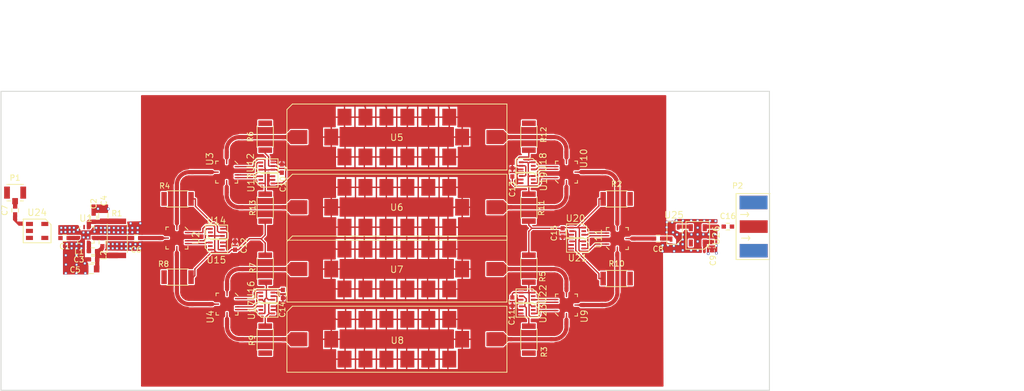
<source format=kicad_pcb>
(kicad_pcb (version 4) (host pcbnew 4.0.3-stable)
  (layers (0 F.Cu signal) (31 B.Cu signal) (34 B.Paste user) (35 F.Paste user) (36 B.SilkS user) (37 F.SilkS user) (38 B.Mask user) (39 F.Mask user hide) (44 Edge.Cuts user))
  (net 0 "")
  (net 1 "Net-(C1-Pad1)")
  (net 2 "Net-(C1-Pad2)")
  (net 3 "Net-(C2-Pad1)")
  (net 4 GND)
  (net 5 +5V)
  (net 6 "Net-(C6-Pad2)")
  (net 7 "Net-(L1-Pad2)")
  (net 8 "Net-(U1-Pad1)")
  (net 9 "Net-(U2-Pad3)")
  (net 10 "Net-(U2-Pad13)")
  (net 11 "Net-(U3-Pad3)")
  (net 12 "Net-(U3-Pad13)")
  (net 13 "Net-(U4-Pad3)")
  (net 14 "Net-(U4-Pad13)")
  (net 15 "Net-(U10-Pad13)")
  (net 16 "Net-(U7-Pad8)")
  (net 17 "Net-(U8-Pad8)")
  (net 18 "Net-(U10-Pad3)")
  (net 19 "Net-(U10-Pad8)")
  (net 20 "Net-(U11-Pad3)")
  (net 21 S2C1)
  (net 22 S2C2)
  (net 23 S1C1)
  (net 24 S1C2)
  (net 25 S3C1)
  (net 26 S3C2)
  (net 27 S5C1)
  (net 28 S5C2)
  (net 29 S6C1)
  (net 30 S6C2)
  (net 31 S4C1)
  (net 32 S4C2)
  (net 33 +3V3)
  (net 34 "Net-(U12-Pad5)")
  (net 35 S2CTRL)
  (net 36 "Net-(U13-Pad5)")
  (net 37 "Net-(U14-Pad5)")
  (net 38 S1_CTRL)
  (net 39 "Net-(U15-Pad5)")
  (net 40 "Net-(U16-Pad5)")
  (net 41 "Net-(U17-Pad5)")
  (net 42 "Net-(U18-Pad5)")
  (net 43 "Net-(U19-Pad5)")
  (net 44 "Net-(U20-Pad5)")
  (net 45 "Net-(U21-Pad5)")
  (net 46 "Net-(U22-Pad5)")
  (net 47 "Net-(U23-Pad5)")
  (net 48 "Net-(C7-Pad1)")
  (net 49 "Net-(C7-Pad2)")
  (net 50 "Net-(C8-Pad1)")
  (net 51 "Net-(U24-Pad6)")
  (net 52 "Net-(U24-Pad4)")
  (net 53 "Net-(U24-Pad3)")
  (net 54 "Net-(U25-Pad1)")
  (net 55 "Net-(U26-Pad2)")
  (net 56 AMP1_Out)
  (net 57 AMP2_In)
  (net 58 "Net-(C16-Pad1)")
  (net 59 "Net-(C16-Pad2)")
  (module Minicircuits:MC_HQ1157 (layer F.Cu) (at 154.525 67.62)
    (fp_text reference U7 (at -0.025 0.08 180) (layer F.SilkS) (effects (font (size 1.2 1.2))))
    (fp_text value MC_HQ1157_Bandpass)
    (pad 14 smd rect (at -9.525 -3.62) (size 2.54 3.05) (layers F.Cu F.Paste F.Mask) (net 4 GND))
    (pad 2 smd rect (at -9.525 3.62) (size 2.54 3.05) (layers F.Cu F.Paste F.Mask) (net 4 GND))
    (pad 13 smd rect (at -5.715 -3.62) (size 2.54 3.05) (layers F.Cu F.Paste F.Mask) (net 4 GND))
    (pad 3 smd rect (at -5.715 3.62) (size 2.54 3.05) (layers F.Cu F.Paste F.Mask) (net 4 GND))
    (pad 12 smd rect (at -1.905 -3.62) (size 2.54 3.05) (layers F.Cu F.Paste F.Mask) (net 4 GND))
    (pad 4 smd rect (at -1.905 3.62) (size 2.54 3.05) (layers F.Cu F.Paste F.Mask) (net 4 GND))
    (pad 11 smd rect (at 1.905 -3.62) (size 2.54 3.05) (layers F.Cu F.Paste F.Mask) (net 4 GND))
    (pad 5 smd rect (at 1.905 3.62) (size 2.54 3.05) (layers F.Cu F.Paste F.Mask) (net 4 GND))
    (pad 10 smd rect (at 5.715 -3.62) (size 2.54 3.05) (layers F.Cu F.Paste F.Mask) (net 4 GND))
    (pad 6 smd rect (at 5.715 3.62) (size 2.54 3.05) (layers F.Cu F.Paste F.Mask) (net 4 GND))
    (pad 9 smd rect (at 9.525 -3.62) (size 2.54 3.05) (layers F.Cu F.Paste F.Mask) (net 4 GND))
    (pad 7 smd rect (at 9.525 3.62) (size 2.54 3.05) (layers F.Cu F.Paste F.Mask) (net 4 GND))
    (pad 1 smd rect (at -17.795 0) (size 3.05 2.54) (layers F.Cu F.Paste F.Mask) (net 13 "Net-(U4-Pad3)"))
    (pad 8 smd rect (at 17.795 0) (size 3.05 2.54) (layers F.Cu F.Paste F.Mask) (net 16 "Net-(U7-Pad8)"))
    (pad 2 smd rect (at -11.93 0) (size 2.54 3.05) (layers F.Cu F.Paste F.Mask) (net 4 GND))
    (pad 2 smd rect (at 11.87 0) (size 2.54 3.05) (layers F.Cu F.Paste F.Mask) (net 4 GND))
  )
  (module Minicircuits:30mil-30mil_90_Arc (layer F.Cu) (at 116.806 52.279 90)
    (fp_text reference "" (at 0.36 -3.26 90) (layer F.SilkS))
    (fp_text value "")
    (fp_arc (start 0 0) (end 0 -2.286) (angle 90) (layer F.Cu) (width 0.762))
    (pad 1 smd rect (at -0.381 -2.286 180) (size 0.762 0.762) (layers F.Cu) (net 9 "Net-(U2-Pad3)"))
    (pad 2 smd rect (at 2.286 0.381 180) (size 0.762 0.762) (layers F.Cu) (net 9 "Net-(U2-Pad3)"))
  )
  (module Minicircuits:30mil-30mil_90_Arc (layer F.Cu) (at 125.856 54.091 180)
    (fp_text reference "" (at 0.36 -3.26 180) (layer F.SilkS))
    (fp_text value "")
    (fp_arc (start 0 0) (end 0 -2.286) (angle 90) (layer F.Cu) (width 0.762))
    (pad 1 smd rect (at -0.381 -2.286 270) (size 0.762 0.762) (layers F.Cu) (net 12 "Net-(U3-Pad13)"))
    (pad 2 smd rect (at 2.286 0.381 270) (size 0.762 0.762) (layers F.Cu) (net 12 "Net-(U3-Pad13)"))
  )
  (module Minicircuits:30mil-30mil_90_Arc (layer F.Cu) (at 125.866 45.919 90)
    (fp_text reference "" (at 0.36 -3.26 90) (layer F.SilkS))
    (fp_text value "")
    (fp_arc (start 0 0) (end 0 -2.286) (angle 90) (layer F.Cu) (width 0.762))
    (pad 1 smd rect (at -0.381 -2.286 180) (size 0.762 0.762) (layers F.Cu) (net 11 "Net-(U3-Pad3)"))
    (pad 2 smd rect (at 2.286 0.381 180) (size 0.762 0.762) (layers F.Cu) (net 11 "Net-(U3-Pad3)"))
  )
  (module Minicircuits:30mil-30mil_90_Arc (layer F.Cu) (at 116.809 71.714 180)
    (fp_text reference "" (at 0.36 -3.26 180) (layer F.SilkS))
    (fp_text value "")
    (fp_arc (start 0 0) (end 0 -2.286) (angle 90) (layer F.Cu) (width 0.762))
    (pad 1 smd rect (at -0.381 -2.286 270) (size 0.762 0.762) (layers F.Cu) (net 10 "Net-(U2-Pad13)"))
    (pad 2 smd rect (at 2.286 0.381 270) (size 0.762 0.762) (layers F.Cu) (net 10 "Net-(U2-Pad13)"))
  )
  (module Minicircuits:30mil-30mil_90_Arc (layer F.Cu) (at 125.926 78.084 180)
    (fp_text reference "" (at 0.36 -3.26 180) (layer F.SilkS))
    (fp_text value "")
    (fp_arc (start 0 0) (end 0 -2.286) (angle 90) (layer F.Cu) (width 0.762))
    (pad 1 smd rect (at -0.381 -2.286 270) (size 0.762 0.762) (layers F.Cu) (net 14 "Net-(U4-Pad13)"))
    (pad 2 smd rect (at 2.286 0.381 270) (size 0.762 0.762) (layers F.Cu) (net 14 "Net-(U4-Pad13)"))
  )
  (module Minicircuits:30mil-30mil_90_Arc (layer F.Cu) (at 125.926 69.906 90)
    (fp_text reference "" (at 0.36 -3.26 90) (layer F.SilkS))
    (fp_text value "")
    (fp_arc (start 0 0) (end 0 -2.286) (angle 90) (layer F.Cu) (width 0.762))
    (pad 1 smd rect (at -0.381 -2.286 180) (size 0.762 0.762) (layers F.Cu) (net 13 "Net-(U4-Pad3)"))
    (pad 2 smd rect (at 2.286 0.381 180) (size 0.762 0.762) (layers F.Cu) (net 13 "Net-(U4-Pad3)"))
  )
  (module Minicircuits:30mil-30mil_90_Arc (layer F.Cu) (at 183.064 45.906)
    (fp_text reference "" (at 0.36 -3.26) (layer F.SilkS))
    (fp_text value "")
    (fp_arc (start 0 0) (end 0 -2.286) (angle 90) (layer F.Cu) (width 0.762))
    (pad 1 smd rect (at -0.381 -2.286 90) (size 0.762 0.762) (layers F.Cu) (net 15 "Net-(U10-Pad13)"))
    (pad 2 smd rect (at 2.286 0.381 90) (size 0.762 0.762) (layers F.Cu) (net 15 "Net-(U10-Pad13)"))
  )
  (module Minicircuits:30mil-30mil_90_Arc (layer F.Cu) (at 183.064 54.094 270)
    (fp_text reference "" (at 0.36 -3.26 270) (layer F.SilkS))
    (fp_text value "")
    (fp_arc (start 0 0) (end 0 -2.286) (angle 90) (layer F.Cu) (width 0.762))
    (pad 1 smd rect (at -0.381 -2.286) (size 0.762 0.762) (layers F.Cu) (net 18 "Net-(U10-Pad3)"))
    (pad 2 smd rect (at 2.286 0.381) (size 0.762 0.762) (layers F.Cu) (net 18 "Net-(U10-Pad3)"))
  )
  (module Minicircuits:30mil-30mil_90_Arc (layer F.Cu) (at 192.324 71.871 270)
    (fp_text reference "" (at 0.36 -3.26 270) (layer F.SilkS))
    (fp_text value "")
    (fp_arc (start 0 0) (end 0 -2.286) (angle 90) (layer F.Cu) (width 0.762))
    (pad 1 smd rect (at -0.381 -2.286) (size 0.762 0.762) (layers F.Cu) (net 20 "Net-(U11-Pad3)"))
    (pad 2 smd rect (at 2.286 0.381) (size 0.762 0.762) (layers F.Cu) (net 20 "Net-(U11-Pad3)"))
  )
  (module Minicircuits:30mil-30mil_90_Arc (layer F.Cu) (at 183.064 78.091 270)
    (fp_text reference "" (at 0.36 -3.26 270) (layer F.SilkS))
    (fp_text value "")
    (fp_arc (start 0 0) (end 0 -2.286) (angle 90) (layer F.Cu) (width 0.762))
    (pad 1 smd rect (at -0.381 -2.286) (size 0.762 0.762) (layers F.Cu) (net 17 "Net-(U8-Pad8)"))
    (pad 2 smd rect (at 2.286 0.381) (size 0.762 0.762) (layers F.Cu) (net 17 "Net-(U8-Pad8)"))
  )
  (module Minicircuits:30mil-30mil_90_Arc (layer F.Cu) (at 183.071 69.906)
    (fp_text reference "" (at 0.36 -3.26) (layer F.SilkS))
    (fp_text value "")
    (fp_arc (start 0 0) (end 0 -2.286) (angle 90) (layer F.Cu) (width 0.762))
    (pad 1 smd rect (at -0.381 -2.286 90) (size 0.762 0.762) (layers F.Cu) (net 16 "Net-(U7-Pad8)"))
    (pad 2 smd rect (at 2.286 0.381 90) (size 0.762 0.762) (layers F.Cu) (net 16 "Net-(U7-Pad8)"))
  )
  (module Minicircuits:100mil-30mil (layer F.Cu) (at 174.72 43.62 180)
    (fp_text reference "" (at -1.2 -1.7 180) (layer F.SilkS))
    (fp_text value "")
    (fp_line (start -0.34 0) (end 1.33 0) (layer F.Cu) (width 0.5))
    (fp_line (start 0.85 1.2) (end -0.14 0.18) (layer F.Cu) (width 0.15))
    (fp_line (start -0.16 -0.17) (end 0.85 -1.2) (layer F.Cu) (width 0.15))
    (fp_line (start 0.18 -0.24) (end 0.96 -0.97) (layer F.Cu) (width 0.5))
    (fp_line (start 0.98 0.97) (end 0.16 0.17) (layer F.Cu) (width 0.5))
    (fp_line (start 1.53 0.98) (end 0.52 -0.04) (layer F.Cu) (width 0.5))
    (fp_line (start 0.52 -0.01) (end 1.47 -0.93) (layer F.Cu) (width 0.5))
    (pad 1 smd rect (at -0.4 0 270) (size 0.762 0.762) (layers F.Cu) (net 15 "Net-(U10-Pad13)"))
    (pad 2 smd rect (at 2.1 0 270) (size 2.54 2.54) (layers F.Cu) (net 15 "Net-(U10-Pad13)"))
  )
  (module Minicircuits:100mil-30mil (layer F.Cu) (at 174.72 56.38 180)
    (fp_text reference "" (at -1.2 -1.7 180) (layer F.SilkS))
    (fp_text value "")
    (fp_line (start -0.34 0) (end 1.33 0) (layer F.Cu) (width 0.5))
    (fp_line (start 0.85 1.2) (end -0.14 0.18) (layer F.Cu) (width 0.15))
    (fp_line (start -0.16 -0.17) (end 0.85 -1.2) (layer F.Cu) (width 0.15))
    (fp_line (start 0.18 -0.24) (end 0.96 -0.97) (layer F.Cu) (width 0.5))
    (fp_line (start 0.98 0.97) (end 0.16 0.17) (layer F.Cu) (width 0.5))
    (fp_line (start 1.53 0.98) (end 0.52 -0.04) (layer F.Cu) (width 0.5))
    (fp_line (start 0.52 -0.01) (end 1.47 -0.93) (layer F.Cu) (width 0.5))
    (pad 1 smd rect (at -0.4 0 270) (size 0.762 0.762) (layers F.Cu) (net 18 "Net-(U10-Pad3)"))
    (pad 2 smd rect (at 2.1 0 270) (size 2.54 2.54) (layers F.Cu) (net 18 "Net-(U10-Pad3)"))
  )
  (module Minicircuits:100mil-30mil (layer F.Cu) (at 174.72 67.62 180)
    (fp_text reference "" (at -1.2 -1.7 180) (layer F.SilkS))
    (fp_text value "")
    (fp_line (start -0.34 0) (end 1.33 0) (layer F.Cu) (width 0.5))
    (fp_line (start 0.85 1.2) (end -0.14 0.18) (layer F.Cu) (width 0.15))
    (fp_line (start -0.16 -0.17) (end 0.85 -1.2) (layer F.Cu) (width 0.15))
    (fp_line (start 0.18 -0.24) (end 0.96 -0.97) (layer F.Cu) (width 0.5))
    (fp_line (start 0.98 0.97) (end 0.16 0.17) (layer F.Cu) (width 0.5))
    (fp_line (start 1.53 0.98) (end 0.52 -0.04) (layer F.Cu) (width 0.5))
    (fp_line (start 0.52 -0.01) (end 1.47 -0.93) (layer F.Cu) (width 0.5))
    (pad 1 smd rect (at -0.4 0 270) (size 0.762 0.762) (layers F.Cu) (net 16 "Net-(U7-Pad8)"))
    (pad 2 smd rect (at 2.1 0 270) (size 2.54 2.54) (layers F.Cu) (net 16 "Net-(U7-Pad8)"))
  )
  (module Minicircuits:100mil-30mil (layer F.Cu) (at 174.72 80.37 180)
    (fp_text reference "" (at -1.2 -1.7 180) (layer F.SilkS))
    (fp_text value "")
    (fp_line (start -0.34 0) (end 1.33 0) (layer F.Cu) (width 0.5))
    (fp_line (start 0.85 1.2) (end -0.14 0.18) (layer F.Cu) (width 0.15))
    (fp_line (start -0.16 -0.17) (end 0.85 -1.2) (layer F.Cu) (width 0.15))
    (fp_line (start 0.18 -0.24) (end 0.96 -0.97) (layer F.Cu) (width 0.5))
    (fp_line (start 0.98 0.97) (end 0.16 0.17) (layer F.Cu) (width 0.5))
    (fp_line (start 1.53 0.98) (end 0.52 -0.04) (layer F.Cu) (width 0.5))
    (fp_line (start 0.52 -0.01) (end 1.47 -0.93) (layer F.Cu) (width 0.5))
    (pad 1 smd rect (at -0.4 0 270) (size 0.762 0.762) (layers F.Cu) (net 17 "Net-(U8-Pad8)"))
    (pad 2 smd rect (at 2.1 0 270) (size 2.54 2.54) (layers F.Cu) (net 17 "Net-(U8-Pad8)"))
  )
  (module Minicircuits:100mil-30mil (layer F.Cu) (at 134.38 43.63)
    (fp_text reference "" (at -1.2 -1.7) (layer F.SilkS))
    (fp_text value "")
    (fp_line (start -0.34 0) (end 1.33 0) (layer F.Cu) (width 0.5))
    (fp_line (start 0.85 1.2) (end -0.14 0.18) (layer F.Cu) (width 0.15))
    (fp_line (start -0.16 -0.17) (end 0.85 -1.2) (layer F.Cu) (width 0.15))
    (fp_line (start 0.18 -0.24) (end 0.96 -0.97) (layer F.Cu) (width 0.5))
    (fp_line (start 0.98 0.97) (end 0.16 0.17) (layer F.Cu) (width 0.5))
    (fp_line (start 1.53 0.98) (end 0.52 -0.04) (layer F.Cu) (width 0.5))
    (fp_line (start 0.52 -0.01) (end 1.47 -0.93) (layer F.Cu) (width 0.5))
    (pad 1 smd rect (at -0.4 0 90) (size 0.762 0.762) (layers F.Cu) (net 11 "Net-(U3-Pad3)"))
    (pad 2 smd rect (at 2.1 0 90) (size 2.54 2.54) (layers F.Cu) (net 11 "Net-(U3-Pad3)"))
  )
  (module Minicircuits:100mil-30mil (layer F.Cu) (at 134.38 56.38)
    (fp_text reference "" (at -1.2 -1.7) (layer F.SilkS))
    (fp_text value "")
    (fp_line (start -0.34 0) (end 1.33 0) (layer F.Cu) (width 0.5))
    (fp_line (start 0.85 1.2) (end -0.14 0.18) (layer F.Cu) (width 0.15))
    (fp_line (start -0.16 -0.17) (end 0.85 -1.2) (layer F.Cu) (width 0.15))
    (fp_line (start 0.18 -0.24) (end 0.96 -0.97) (layer F.Cu) (width 0.5))
    (fp_line (start 0.98 0.97) (end 0.16 0.17) (layer F.Cu) (width 0.5))
    (fp_line (start 1.53 0.98) (end 0.52 -0.04) (layer F.Cu) (width 0.5))
    (fp_line (start 0.52 -0.01) (end 1.47 -0.93) (layer F.Cu) (width 0.5))
    (pad 1 smd rect (at -0.4 0 90) (size 0.762 0.762) (layers F.Cu) (net 12 "Net-(U3-Pad13)"))
    (pad 2 smd rect (at 2.1 0 90) (size 2.54 2.54) (layers F.Cu) (net 12 "Net-(U3-Pad13)"))
  )
  (module Minicircuits:100mil-30mil (layer F.Cu) (at 134.38 67.62)
    (fp_text reference "" (at -1.2 -1.7) (layer F.SilkS))
    (fp_text value "")
    (fp_line (start -0.34 0) (end 1.33 0) (layer F.Cu) (width 0.5))
    (fp_line (start 0.85 1.2) (end -0.14 0.18) (layer F.Cu) (width 0.15))
    (fp_line (start -0.16 -0.17) (end 0.85 -1.2) (layer F.Cu) (width 0.15))
    (fp_line (start 0.18 -0.24) (end 0.96 -0.97) (layer F.Cu) (width 0.5))
    (fp_line (start 0.98 0.97) (end 0.16 0.17) (layer F.Cu) (width 0.5))
    (fp_line (start 1.53 0.98) (end 0.52 -0.04) (layer F.Cu) (width 0.5))
    (fp_line (start 0.52 -0.01) (end 1.47 -0.93) (layer F.Cu) (width 0.5))
    (pad 1 smd rect (at -0.4 0 90) (size 0.762 0.762) (layers F.Cu) (net 13 "Net-(U4-Pad3)"))
    (pad 2 smd rect (at 2.1 0 90) (size 2.54 2.54) (layers F.Cu) (net 13 "Net-(U4-Pad3)"))
  )
  (module Minicircuits:10mil-30mil (layer F.Cu) (at 185.354 47.652 270)
    (fp_text reference "" (at 0.5 -1.6 270) (layer F.SilkS))
    (fp_text value "")
    (fp_line (start -0.34 0) (end 0.01 0) (layer F.Cu) (width 0.254))
    (fp_line (start 0.04 0.06) (end -0.24 0.31) (layer F.Cu) (width 0.15))
    (fp_line (start -0.24 -0.31) (end 0.06 -0.05) (layer F.Cu) (width 0.15))
    (fp_line (start -0.21 0.17) (end -0.21 -0.15) (layer F.Cu) (width 0.254))
    (pad 1 smd rect (at -0.6 0) (size 0.762 0.762) (layers F.Cu) (net 15 "Net-(U10-Pad13)"))
    (pad 2 smd rect (at 0.2 0) (size 0.254 0.254) (layers F.Cu))
  )
  (module Minicircuits:10mil-30mil (layer F.Cu) (at 187.694 49.992 180)
    (fp_text reference "" (at 0.5 -1.6 180) (layer F.SilkS))
    (fp_text value "")
    (fp_line (start -0.34 0) (end 0.01 0) (layer F.Cu) (width 0.254))
    (fp_line (start 0.04 0.06) (end -0.24 0.31) (layer F.Cu) (width 0.15))
    (fp_line (start -0.24 -0.31) (end 0.06 -0.05) (layer F.Cu) (width 0.15))
    (fp_line (start -0.21 0.17) (end -0.21 -0.15) (layer F.Cu) (width 0.254))
    (pad 1 smd rect (at -0.6 0 270) (size 0.762 0.762) (layers F.Cu) (net 19 "Net-(U10-Pad8)"))
    (pad 2 smd rect (at 0.2 0 270) (size 0.254 0.254) (layers F.Cu) (net 19 "Net-(U10-Pad8)"))
  )
  (module Minicircuits:10mil-30mil (layer F.Cu) (at 185.354 52.332 90)
    (fp_text reference "" (at 0.5 -1.6 90) (layer F.SilkS))
    (fp_text value "")
    (fp_line (start -0.34 0) (end 0.01 0) (layer F.Cu) (width 0.254))
    (fp_line (start 0.04 0.06) (end -0.24 0.31) (layer F.Cu) (width 0.15))
    (fp_line (start -0.24 -0.31) (end 0.06 -0.05) (layer F.Cu) (width 0.15))
    (fp_line (start -0.21 0.17) (end -0.21 -0.15) (layer F.Cu) (width 0.254))
    (pad 1 smd rect (at -0.6 0 180) (size 0.762 0.762) (layers F.Cu) (net 18 "Net-(U10-Pad3)"))
    (pad 2 smd rect (at 0.2 0 180) (size 0.254 0.254) (layers F.Cu) (net 18 "Net-(U10-Pad3)"))
  )
  (module Minicircuits:10mil-30mil (layer F.Cu) (at 194.606 59.743 270)
    (fp_text reference "" (at 0.5 -1.6 270) (layer F.SilkS))
    (fp_text value "")
    (fp_line (start -0.34 0) (end 0.01 0) (layer F.Cu) (width 0.254))
    (fp_line (start 0.04 0.06) (end -0.24 0.31) (layer F.Cu) (width 0.15))
    (fp_line (start -0.24 -0.31) (end 0.06 -0.05) (layer F.Cu) (width 0.15))
    (fp_line (start -0.21 0.17) (end -0.21 -0.15) (layer F.Cu) (width 0.254))
    (pad 1 smd rect (at -0.6 0) (size 0.762 0.762) (layers F.Cu) (net 19 "Net-(U10-Pad8)"))
    (pad 2 smd rect (at 0.2 0) (size 0.254 0.254) (layers F.Cu) (net 19 "Net-(U10-Pad8)"))
  )
  (module Minicircuits:10mil-30mil (layer F.Cu) (at 196.946 62.073 180)
    (fp_text reference "" (at 0.5 -1.6 180) (layer F.SilkS))
    (fp_text value "")
    (fp_line (start -0.34 0) (end 0.01 0) (layer F.Cu) (width 0.254))
    (fp_line (start 0.04 0.06) (end -0.24 0.31) (layer F.Cu) (width 0.15))
    (fp_line (start -0.24 -0.31) (end 0.06 -0.05) (layer F.Cu) (width 0.15))
    (fp_line (start -0.21 0.17) (end -0.21 -0.15) (layer F.Cu) (width 0.254))
    (pad 1 smd rect (at -0.6 0 270) (size 0.762 0.762) (layers F.Cu) (net 57 AMP2_In))
    (pad 2 smd rect (at 0.2 0 270) (size 0.254 0.254) (layers F.Cu) (net 57 AMP2_In))
  )
  (module Minicircuits:10mil-30mil (layer F.Cu) (at 194.606 64.403 90)
    (fp_text reference "" (at 0.5 -1.6 90) (layer F.SilkS))
    (fp_text value "")
    (fp_line (start -0.34 0) (end 0.01 0) (layer F.Cu) (width 0.254))
    (fp_line (start 0.04 0.06) (end -0.24 0.31) (layer F.Cu) (width 0.15))
    (fp_line (start -0.24 -0.31) (end 0.06 -0.05) (layer F.Cu) (width 0.15))
    (fp_line (start -0.21 0.17) (end -0.21 -0.15) (layer F.Cu) (width 0.254))
    (pad 1 smd rect (at -0.6 0 180) (size 0.762 0.762) (layers F.Cu) (net 20 "Net-(U11-Pad3)"))
    (pad 2 smd rect (at 0.2 0 180) (size 0.254 0.254) (layers F.Cu) (net 20 "Net-(U11-Pad3)"))
  )
  (module Minicircuits:10mil-30mil (layer F.Cu) (at 185.354 71.822 270)
    (fp_text reference "" (at 0.5 -1.6 270) (layer F.SilkS))
    (fp_text value "")
    (fp_line (start -0.34 0) (end 0.01 0) (layer F.Cu) (width 0.254))
    (fp_line (start 0.04 0.06) (end -0.24 0.31) (layer F.Cu) (width 0.15))
    (fp_line (start -0.24 -0.31) (end 0.06 -0.05) (layer F.Cu) (width 0.15))
    (fp_line (start -0.21 0.17) (end -0.21 -0.15) (layer F.Cu) (width 0.254))
    (pad 1 smd rect (at -0.6 0) (size 0.762 0.762) (layers F.Cu) (net 16 "Net-(U7-Pad8)"))
    (pad 2 smd rect (at 0.2 0) (size 0.254 0.254) (layers F.Cu) (net 16 "Net-(U7-Pad8)"))
  )
  (module Minicircuits:10mil-30mil (layer F.Cu) (at 187.684 74.162 180)
    (fp_text reference "" (at 0.5 -1.6 180) (layer F.SilkS))
    (fp_text value "")
    (fp_line (start -0.34 0) (end 0.01 0) (layer F.Cu) (width 0.254))
    (fp_line (start 0.04 0.06) (end -0.24 0.31) (layer F.Cu) (width 0.15))
    (fp_line (start -0.24 -0.31) (end 0.06 -0.05) (layer F.Cu) (width 0.15))
    (fp_line (start -0.21 0.17) (end -0.21 -0.15) (layer F.Cu) (width 0.254))
    (pad 1 smd rect (at -0.6 0 270) (size 0.762 0.762) (layers F.Cu) (net 20 "Net-(U11-Pad3)"))
    (pad 2 smd rect (at 0.2 0 270) (size 0.254 0.254) (layers F.Cu) (net 20 "Net-(U11-Pad3)"))
  )
  (module Minicircuits:10mil-30mil (layer F.Cu) (at 185.354 76.502 90)
    (fp_text reference "" (at 0.5 -1.6 90) (layer F.SilkS))
    (fp_text value "")
    (fp_line (start -0.34 0) (end 0.01 0) (layer F.Cu) (width 0.254))
    (fp_line (start 0.04 0.06) (end -0.24 0.31) (layer F.Cu) (width 0.15))
    (fp_line (start -0.24 -0.31) (end 0.06 -0.05) (layer F.Cu) (width 0.15))
    (fp_line (start -0.21 0.17) (end -0.21 -0.15) (layer F.Cu) (width 0.254))
    (pad 1 smd rect (at -0.6 0 180) (size 0.762 0.762) (layers F.Cu) (net 17 "Net-(U8-Pad8)"))
    (pad 2 smd rect (at 0.2 0 180) (size 0.254 0.254) (layers F.Cu) (net 17 "Net-(U8-Pad8)"))
  )
  (module Minicircuits:10mil-30mil (layer F.Cu) (at 123.641 76.334 90)
    (fp_text reference "" (at 0.5 -1.6 90) (layer F.SilkS))
    (fp_text value "")
    (fp_line (start -0.34 0) (end 0.01 0) (layer F.Cu) (width 0.254))
    (fp_line (start 0.04 0.06) (end -0.24 0.31) (layer F.Cu) (width 0.15))
    (fp_line (start -0.24 -0.31) (end 0.06 -0.05) (layer F.Cu) (width 0.15))
    (fp_line (start -0.21 0.17) (end -0.21 -0.15) (layer F.Cu) (width 0.254))
    (pad 1 smd rect (at -0.6 0 180) (size 0.762 0.762) (layers F.Cu) (net 14 "Net-(U4-Pad13)"))
    (pad 2 smd rect (at 0.2 0 180) (size 0.254 0.254) (layers F.Cu) (net 14 "Net-(U4-Pad13)"))
  )
  (module Minicircuits:10mil-30mil (layer F.Cu) (at 121.301 73.994)
    (fp_text reference "" (at 0.5 -1.6) (layer F.SilkS))
    (fp_text value "")
    (fp_line (start -0.34 0) (end 0.01 0) (layer F.Cu) (width 0.254))
    (fp_line (start 0.04 0.06) (end -0.24 0.31) (layer F.Cu) (width 0.15))
    (fp_line (start -0.24 -0.31) (end 0.06 -0.05) (layer F.Cu) (width 0.15))
    (fp_line (start -0.21 0.17) (end -0.21 -0.15) (layer F.Cu) (width 0.254))
    (pad 1 smd rect (at -0.6 0 90) (size 0.762 0.762) (layers F.Cu) (net 10 "Net-(U2-Pad13)"))
    (pad 2 smd rect (at 0.2 0 90) (size 0.254 0.254) (layers F.Cu) (net 10 "Net-(U2-Pad13)"))
  )
  (module Minicircuits:10mil-30mil (layer F.Cu) (at 123.641 71.654 270)
    (fp_text reference "" (at 0.5 -1.6 270) (layer F.SilkS))
    (fp_text value "")
    (fp_line (start -0.34 0) (end 0.01 0) (layer F.Cu) (width 0.254))
    (fp_line (start 0.04 0.06) (end -0.24 0.31) (layer F.Cu) (width 0.15))
    (fp_line (start -0.24 -0.31) (end 0.06 -0.05) (layer F.Cu) (width 0.15))
    (fp_line (start -0.21 0.17) (end -0.21 -0.15) (layer F.Cu) (width 0.254))
    (pad 1 smd rect (at -0.6 0) (size 0.762 0.762) (layers F.Cu) (net 13 "Net-(U4-Pad3)"))
    (pad 2 smd rect (at 0.2 0) (size 0.254 0.254) (layers F.Cu) (net 13 "Net-(U4-Pad3)"))
  )
  (module Minicircuits:10mil-30mil (layer F.Cu) (at 123.575 52.336 90)
    (fp_text reference "" (at 0.5 -1.6 90) (layer F.SilkS))
    (fp_text value "")
    (fp_line (start -0.34 0) (end 0.01 0) (layer F.Cu) (width 0.254))
    (fp_line (start 0.04 0.06) (end -0.24 0.31) (layer F.Cu) (width 0.15))
    (fp_line (start -0.24 -0.31) (end 0.06 -0.05) (layer F.Cu) (width 0.15))
    (fp_line (start -0.21 0.17) (end -0.21 -0.15) (layer F.Cu) (width 0.254))
    (pad 1 smd rect (at -0.6 0 180) (size 0.762 0.762) (layers F.Cu) (net 12 "Net-(U3-Pad13)"))
    (pad 2 smd rect (at 0.2 0 180) (size 0.254 0.254) (layers F.Cu) (net 12 "Net-(U3-Pad13)"))
  )
  (module Minicircuits:10mil-30mil (layer F.Cu) (at 121.245 49.996)
    (fp_text reference "" (at 0.5 -1.6) (layer F.SilkS))
    (fp_text value "")
    (fp_line (start -0.34 0) (end 0.01 0) (layer F.Cu) (width 0.254))
    (fp_line (start 0.04 0.06) (end -0.24 0.31) (layer F.Cu) (width 0.15))
    (fp_line (start -0.24 -0.31) (end 0.06 -0.05) (layer F.Cu) (width 0.15))
    (fp_line (start -0.21 0.17) (end -0.21 -0.15) (layer F.Cu) (width 0.254))
    (pad 1 smd rect (at -0.6 0 90) (size 0.762 0.762) (layers F.Cu) (net 9 "Net-(U2-Pad3)"))
    (pad 2 smd rect (at 0.2 0 90) (size 0.254 0.254) (layers F.Cu) (net 9 "Net-(U2-Pad3)"))
  )
  (module Minicircuits:10mil-30mil (layer F.Cu) (at 123.575 47.656 270)
    (fp_text reference "" (at 0.5 -1.6 270) (layer F.SilkS))
    (fp_text value "")
    (fp_line (start -0.34 0) (end 0.01 0) (layer F.Cu) (width 0.254))
    (fp_line (start 0.04 0.06) (end -0.24 0.31) (layer F.Cu) (width 0.15))
    (fp_line (start -0.24 -0.31) (end 0.06 -0.05) (layer F.Cu) (width 0.15))
    (fp_line (start -0.21 0.17) (end -0.21 -0.15) (layer F.Cu) (width 0.254))
    (pad 1 smd rect (at -0.6 0) (size 0.762 0.762) (layers F.Cu) (net 11 "Net-(U3-Pad3)"))
    (pad 2 smd rect (at 0.2 0) (size 0.254 0.254) (layers F.Cu) (net 11 "Net-(U3-Pad3)"))
  )
  (module Minicircuits:10mil-30mil (layer F.Cu) (at 114.52 59.651 270)
    (fp_text reference "" (at 0.5 -1.6 270) (layer F.SilkS))
    (fp_text value "")
    (fp_line (start -0.34 0) (end 0.01 0) (layer F.Cu) (width 0.254))
    (fp_line (start 0.04 0.06) (end -0.24 0.31) (layer F.Cu) (width 0.15))
    (fp_line (start -0.24 -0.31) (end 0.06 -0.05) (layer F.Cu) (width 0.15))
    (fp_line (start -0.21 0.17) (end -0.21 -0.15) (layer F.Cu) (width 0.254))
    (pad 1 smd rect (at -0.6 0) (size 0.762 0.762) (layers F.Cu) (net 9 "Net-(U2-Pad3)"))
    (pad 2 smd rect (at 0.2 0) (size 0.254 0.254) (layers F.Cu) (net 9 "Net-(U2-Pad3)"))
  )
  (module Minicircuits:10mil-30mil (layer F.Cu) (at 114.52 64.321 90)
    (fp_text reference "" (at 0.5 -1.6 90) (layer F.SilkS))
    (fp_text value "")
    (fp_line (start -0.34 0) (end 0.01 0) (layer F.Cu) (width 0.254))
    (fp_line (start 0.04 0.06) (end -0.24 0.31) (layer F.Cu) (width 0.15))
    (fp_line (start -0.24 -0.31) (end 0.06 -0.05) (layer F.Cu) (width 0.15))
    (fp_line (start -0.21 0.17) (end -0.21 -0.15) (layer F.Cu) (width 0.254))
    (pad 1 smd rect (at -0.6 0 180) (size 0.762 0.762) (layers F.Cu) (net 10 "Net-(U2-Pad13)"))
    (pad 2 smd rect (at 0.2 0 180) (size 0.254 0.254) (layers F.Cu) (net 10 "Net-(U2-Pad13)"))
  )
  (module DigitalLogic:Via (layer F.Cu) (at 204.93 64.378 180)
    (fp_text reference "" hide)
    (fp_text value "" hide)
    (pad 1 thru_hole circle (at 0 0 180) (size 0.5 0.5) (drill 0.33) (layers *.Cu) (net 4 GND))
  )
  (module DigitalLogic:Via (layer F.Cu) (at 202.83 64.388 180)
    (fp_text reference "" hide)
    (fp_text value "" hide)
    (pad 1 thru_hole circle (at 0 0 180) (size 0.5 0.5) (drill 0.33) (layers *.Cu) (net 4 GND))
  )
  (module DigitalLogic:Via (layer F.Cu) (at 204.88 63.408 180)
    (fp_text reference "" hide)
    (fp_text value "" hide)
    (pad 1 thru_hole circle (at 0 0 180) (size 0.5 0.5) (drill 0.33) (layers *.Cu) (net 4 GND))
  )
  (module DigitalLogic:Via (layer F.Cu) (at 203.81 63.298 180)
    (fp_text reference "" hide)
    (fp_text value "" hide)
    (pad 1 thru_hole circle (at 0 0 180) (size 0.5 0.5) (drill 0.33) (layers *.Cu) (net 4 GND))
  )
  (module DigitalLogic:Via (layer F.Cu) (at 202.84 63.318 180)
    (fp_text reference "" hide)
    (fp_text value "" hide)
    (pad 1 thru_hole circle (at 0 0 180) (size 0.5 0.5) (drill 0.33) (layers *.Cu) (net 4 GND))
  )
  (module DigitalLogic:Via (layer F.Cu) (at 211.13 64.818 180)
    (fp_text reference "" hide)
    (fp_text value "" hide)
    (pad 1 thru_hole circle (at 0 0 180) (size 0.5 0.5) (drill 0.33) (layers *.Cu) (net 4 GND))
  )
  (module DigitalLogic:Via (layer F.Cu) (at 212.62 64.728 180)
    (fp_text reference "" hide)
    (fp_text value "" hide)
    (pad 1 thru_hole circle (at 0 0 180) (size 0.5 0.5) (drill 0.33) (layers *.Cu) (net 4 GND))
  )
  (module DigitalLogic:Via (layer F.Cu) (at 212.59 63.348 180)
    (fp_text reference "" hide)
    (fp_text value "" hide)
    (pad 1 thru_hole circle (at 0 0 180) (size 0.5 0.5) (drill 0.33) (layers *.Cu) (net 4 GND))
  )
  (module DigitalLogic:Via (layer F.Cu) (at 212.46 58.878 180)
    (fp_text reference "" hide)
    (fp_text value "" hide)
    (pad 1 thru_hole circle (at 0 0 180) (size 0.5 0.5) (drill 0.33) (layers *.Cu) (net 4 GND))
  )
  (module DigitalLogic:Via (layer F.Cu) (at 211.45 58.868 180)
    (fp_text reference "" hide)
    (fp_text value "" hide)
    (pad 1 thru_hole circle (at 0 0 180) (size 0.5 0.5) (drill 0.33) (layers *.Cu) (net 4 GND))
  )
  (module DigitalLogic:Via (layer F.Cu) (at 210.41 58.838 180)
    (fp_text reference "" hide)
    (fp_text value "" hide)
    (pad 1 thru_hole circle (at 0 0 180) (size 0.5 0.5) (drill 0.33) (layers *.Cu) (net 4 GND))
  )
  (module DigitalLogic:Via (layer F.Cu) (at 205.36 58.788 180)
    (fp_text reference "" hide)
    (fp_text value "" hide)
    (pad 1 thru_hole circle (at 0 0 180) (size 0.5 0.5) (drill 0.33) (layers *.Cu) (net 4 GND))
  )
  (module DigitalLogic:Via (layer F.Cu) (at 206.53 58.818 180)
    (fp_text reference "" hide)
    (fp_text value "" hide)
    (pad 1 thru_hole circle (at 0 0 180) (size 0.5 0.5) (drill 0.33) (layers *.Cu) (net 4 GND))
  )
  (module DigitalLogic:Via (layer F.Cu) (at 208.03 58.808 180)
    (fp_text reference "" hide)
    (fp_text value "" hide)
    (pad 1 thru_hole circle (at 0 0 180) (size 0.5 0.5) (drill 0.33) (layers *.Cu) (net 4 GND))
  )
  (module DigitalLogic:Via (layer F.Cu) (at 209.2 58.818 180)
    (fp_text reference "" hide)
    (fp_text value "" hide)
    (pad 1 thru_hole circle (at 0 0 180) (size 0.5 0.5) (drill 0.33) (layers *.Cu) (net 4 GND))
  )
  (module DigitalLogic:Via (layer F.Cu) (at 206.5 64.2 180)
    (fp_text reference "" hide)
    (fp_text value "" hide)
    (pad 1 thru_hole circle (at 0 0 180) (size 0.5 0.5) (drill 0.33) (layers *.Cu) (net 4 GND))
  )
  (module DigitalLogic:Via (layer F.Cu) (at 208.02 64.218 180)
    (fp_text reference "" hide)
    (fp_text value "" hide)
    (pad 1 thru_hole circle (at 0 0 180) (size 0.5 0.5) (drill 0.33) (layers *.Cu) (net 4 GND))
  )
  (module DigitalLogic:Via (layer F.Cu) (at 209.23 64.218 180)
    (fp_text reference "" hide)
    (fp_text value "" hide)
    (pad 1 thru_hole circle (at 0 0 180) (size 0.5 0.5) (drill 0.33) (layers *.Cu) (net 4 GND))
  )
  (module DigitalLogic:Via (layer F.Cu) (at 209.21 62.598 180)
    (fp_text reference "" hide)
    (fp_text value "" hide)
    (pad 1 thru_hole circle (at 0 0 180) (size 0.5 0.5) (drill 0.33) (layers *.Cu) (net 4 GND))
  )
  (module DigitalLogic:Via (layer F.Cu) (at 209.21 60.1 180)
    (fp_text reference "" hide)
    (fp_text value "" hide)
    (pad 1 thru_hole circle (at 0 0 180) (size 0.5 0.5) (drill 0.33) (layers *.Cu) (net 4 GND))
  )
  (module DigitalLogic:Via (layer F.Cu) (at 212.37 61.298 180)
    (fp_text reference "" hide)
    (fp_text value "" hide)
    (pad 1 thru_hole circle (at 0 0 180) (size 0.5 0.5) (drill 0.33) (layers *.Cu) (net 4 GND))
  )
  (module DigitalLogic:Via (layer F.Cu) (at 211.24 61.308 180)
    (fp_text reference "" hide)
    (fp_text value "" hide)
    (pad 1 thru_hole circle (at 0 0 180) (size 0.5 0.5) (drill 0.33) (layers *.Cu) (net 4 GND))
  )
  (module DigitalLogic:Via (layer F.Cu) (at 210.23 61.318 180)
    (fp_text reference "" hide)
    (fp_text value "" hide)
    (pad 1 thru_hole circle (at 0 0 180) (size 0.5 0.5) (drill 0.33) (layers *.Cu) (net 4 GND))
  )
  (module DigitalLogic:Via (layer F.Cu) (at 208.08 61.328 180)
    (fp_text reference "" hide)
    (fp_text value "" hide)
    (pad 1 thru_hole circle (at 0 0 180) (size 0.5 0.5) (drill 0.33) (layers *.Cu) (net 4 GND))
  )
  (module DigitalLogic:Via (layer F.Cu) (at 209.2 61.318 180)
    (fp_text reference "" hide)
    (fp_text value "" hide)
    (pad 1 thru_hole circle (at 0 0 180) (size 0.5 0.5) (drill 0.33) (layers *.Cu) (net 4 GND))
  )
  (module DigitalLogic:Via (layer F.Cu) (at 205.69 63.078 180)
    (fp_text reference "" hide)
    (fp_text value "" hide)
    (pad 1 thru_hole circle (at 0 0 180) (size 0.5 0.5) (drill 0.33) (layers *.Cu) (net 4 GND))
  )
  (module DigitalLogic:Via (layer F.Cu) (at 206.48 63.098 180)
    (fp_text reference "" hide)
    (fp_text value "" hide)
    (pad 1 thru_hole circle (at 0 0 180) (size 0.5 0.5) (drill 0.33) (layers *.Cu) (net 4 GND))
  )
  (module DigitalLogic:Via (layer F.Cu) (at 206.49 62.248 180)
    (fp_text reference "" hide)
    (fp_text value "" hide)
    (pad 1 thru_hole circle (at 0 0 180) (size 0.5 0.5) (drill 0.33) (layers *.Cu) (net 4 GND))
  )
  (module DigitalLogic:Via (layer F.Cu) (at 206.52 61.368 180)
    (fp_text reference "" hide)
    (fp_text value "" hide)
    (pad 1 thru_hole circle (at 0 0 180) (size 0.5 0.5) (drill 0.33) (layers *.Cu) (net 4 GND))
  )
  (module DigitalLogic:Via (layer F.Cu) (at 204.58 59.098 180)
    (fp_text reference "" hide)
    (fp_text value "" hide)
    (pad 1 thru_hole circle (at 0 0 180) (size 0.5 0.5) (drill 0.33) (layers *.Cu) (net 4 GND))
  )
  (module DigitalLogic:Via (layer F.Cu) (at 203.62 59.088 180)
    (fp_text reference "" hide)
    (fp_text value "" hide)
    (pad 1 thru_hole circle (at 0 0 180) (size 0.5 0.5) (drill 0.33) (layers *.Cu) (net 4 GND))
  )
  (module DigitalLogic:Via (layer F.Cu) (at 203.58 60.028 180)
    (fp_text reference "" hide)
    (fp_text value "" hide)
    (pad 1 thru_hole circle (at 0 0 180) (size 0.5 0.5) (drill 0.33) (layers *.Cu) (net 4 GND))
  )
  (module DigitalLogic:Via (layer F.Cu) (at 203.57 60.938 180)
    (fp_text reference "" hide)
    (fp_text value "" hide)
    (pad 1 thru_hole circle (at 0 0 180) (size 0.5 0.5) (drill 0.33) (layers *.Cu) (net 4 GND))
  )
  (module DigitalLogic:Via (layer F.Cu) (at 204.74 60.948 180)
    (fp_text reference "" hide)
    (fp_text value "" hide)
    (pad 1 thru_hole circle (at 0 0 180) (size 0.5 0.5) (drill 0.33) (layers *.Cu) (net 4 GND))
  )
  (module DigitalLogic:Via (layer F.Cu) (at 205.45 61.358 180)
    (fp_text reference "" hide)
    (fp_text value "" hide)
    (pad 1 thru_hole circle (at 0 0 180) (size 0.5 0.5) (drill 0.33) (layers *.Cu) (net 4 GND))
  )
  (module DigitalLogic:Via (layer F.Cu) (at 102.05 56.6898)
    (fp_text reference "" hide)
    (fp_text value "" hide)
    (pad 1 thru_hole circle (at 0 0) (size 0.5 0.5) (drill 0.33) (layers *.Cu) (net 4 GND))
  )
  (module DigitalLogic:Via (layer F.Cu) (at 100.18 56.6598)
    (fp_text reference "" hide)
    (fp_text value "" hide)
    (pad 1 thru_hole circle (at 0 0) (size 0.5 0.5) (drill 0.33) (layers *.Cu) (net 4 GND))
  )
  (module DigitalLogic:Via (layer F.Cu) (at 97.87 68.3798)
    (fp_text reference "" hide)
    (fp_text value "" hide)
    (pad 1 thru_hole circle (at 0 0) (size 0.5 0.5) (drill 0.33) (layers *.Cu) (net 4 GND))
  )
  (module DigitalLogic:Via (layer F.Cu) (at 97.78 66.5998)
    (fp_text reference "" hide)
    (fp_text value "" hide)
    (pad 1 thru_hole circle (at 0 0) (size 0.5 0.5) (drill 0.33) (layers *.Cu) (net 4 GND))
  )
  (module DigitalLogic:Via (layer F.Cu) (at 94.33 65.1198)
    (fp_text reference "" hide)
    (fp_text value "" hide)
    (pad 1 thru_hole circle (at 0 0) (size 0.5 0.5) (drill 0.33) (layers *.Cu) (net 4 GND))
  )
  (module DigitalLogic:Via (layer F.Cu) (at 94.35 66.8098)
    (fp_text reference "" hide)
    (fp_text value "" hide)
    (pad 1 thru_hole circle (at 0 0) (size 0.5 0.5) (drill 0.33) (layers *.Cu) (net 4 GND))
  )
  (module DigitalLogic:Via (layer F.Cu) (at 94.33 68.3698)
    (fp_text reference "" hide)
    (fp_text value "" hide)
    (pad 1 thru_hole circle (at 0 0) (size 0.5 0.5) (drill 0.33) (layers *.Cu) (net 4 GND))
  )
  (module DigitalLogic:Via (layer F.Cu) (at 96.26 68.3898)
    (fp_text reference "" hide)
    (fp_text value "" hide)
    (pad 1 thru_hole circle (at 0 0) (size 0.5 0.5) (drill 0.33) (layers *.Cu) (net 4 GND))
  )
  (module DigitalLogic:Via (layer F.Cu) (at 96.28 66.8298)
    (fp_text reference "" hide)
    (fp_text value "" hide)
    (pad 1 thru_hole circle (at 0 0) (size 0.5 0.5) (drill 0.33) (layers *.Cu) (net 4 GND))
  )
  (module DigitalLogic:Via (layer F.Cu) (at 96.26 65.1398)
    (fp_text reference "" hide)
    (fp_text value "" hide)
    (pad 1 thru_hole circle (at 0 0) (size 0.5 0.5) (drill 0.33) (layers *.Cu) (net 4 GND))
  )
  (module DigitalLogic:Via (layer F.Cu) (at 105.26 63.8698)
    (fp_text reference "" hide)
    (fp_text value "" hide)
    (pad 1 thru_hole circle (at 0 0) (size 0.5 0.5) (drill 0.33) (layers *.Cu) (net 4 GND))
  )
  (module DigitalLogic:Via (layer F.Cu) (at 104.47 63.8498)
    (fp_text reference "" hide)
    (fp_text value "" hide)
    (pad 1 thru_hole circle (at 0 0) (size 0.5 0.5) (drill 0.33) (layers *.Cu) (net 4 GND))
  )
  (module DigitalLogic:Via (layer F.Cu) (at 105.26 63.0898)
    (fp_text reference "" hide)
    (fp_text value "" hide)
    (pad 1 thru_hole circle (at 0 0) (size 0.5 0.5) (drill 0.33) (layers *.Cu) (net 4 GND))
  )
  (module DigitalLogic:Via (layer F.Cu) (at 104.47 63.0698)
    (fp_text reference "" hide)
    (fp_text value "" hide)
    (pad 1 thru_hole circle (at 0 0) (size 0.5 0.5) (drill 0.33) (layers *.Cu) (net 4 GND))
  )
  (module DigitalLogic:Via (layer F.Cu) (at 106.97 63.8798)
    (fp_text reference "" hide)
    (fp_text value "" hide)
    (pad 1 thru_hole circle (at 0 0) (size 0.5 0.5) (drill 0.33) (layers *.Cu) (net 4 GND))
  )
  (module DigitalLogic:Via (layer F.Cu) (at 106.07 63.8698)
    (fp_text reference "" hide)
    (fp_text value "" hide)
    (pad 1 thru_hole circle (at 0 0) (size 0.5 0.5) (drill 0.33) (layers *.Cu) (net 4 GND))
  )
  (module DigitalLogic:Via (layer F.Cu) (at 106.97 63.0998)
    (fp_text reference "" hide)
    (fp_text value "" hide)
    (pad 1 thru_hole circle (at 0 0) (size 0.5 0.5) (drill 0.33) (layers *.Cu) (net 4 GND))
  )
  (module DigitalLogic:Via (layer F.Cu) (at 106.07 63.0898)
    (fp_text reference "" hide)
    (fp_text value "" hide)
    (pad 1 thru_hole circle (at 0 0) (size 0.5 0.5) (drill 0.33) (layers *.Cu) (net 4 GND))
  )
  (module DigitalLogic:Via (layer F.Cu) (at 107.83 63.8598)
    (fp_text reference "" hide)
    (fp_text value "" hide)
    (pad 1 thru_hole circle (at 0 0) (size 0.5 0.5) (drill 0.33) (layers *.Cu) (net 4 GND))
  )
  (module DigitalLogic:Via (layer F.Cu) (at 107.83 63.0798)
    (fp_text reference "" hide)
    (fp_text value "" hide)
    (pad 1 thru_hole circle (at 0 0) (size 0.5 0.5) (drill 0.33) (layers *.Cu) (net 4 GND))
  )
  (module DigitalLogic:Via (layer F.Cu) (at 103.63 63.8498)
    (fp_text reference "" hide)
    (fp_text value "" hide)
    (pad 1 thru_hole circle (at 0 0) (size 0.5 0.5) (drill 0.33) (layers *.Cu) (net 4 GND))
  )
  (module DigitalLogic:Via (layer F.Cu) (at 103.63 63.0698)
    (fp_text reference "" hide)
    (fp_text value "" hide)
    (pad 1 thru_hole circle (at 0 0) (size 0.5 0.5) (drill 0.33) (layers *.Cu) (net 4 GND))
  )
  (module DigitalLogic:Via (layer F.Cu) (at 102.13 63.8498)
    (fp_text reference "" hide)
    (fp_text value "" hide)
    (pad 1 thru_hole circle (at 0 0) (size 0.5 0.5) (drill 0.33) (layers *.Cu) (net 4 GND))
  )
  (module DigitalLogic:Via (layer F.Cu) (at 102.86 63.8498)
    (fp_text reference "" hide)
    (fp_text value "" hide)
    (pad 1 thru_hole circle (at 0 0) (size 0.5 0.5) (drill 0.33) (layers *.Cu) (net 4 GND))
  )
  (module DigitalLogic:Via (layer F.Cu) (at 102.86 63.0698)
    (fp_text reference "" hide)
    (fp_text value "" hide)
    (pad 1 thru_hole circle (at 0 0) (size 0.5 0.5) (drill 0.33) (layers *.Cu) (net 4 GND))
  )
  (module DigitalLogic:Via (layer F.Cu) (at 102.13 63.0698)
    (fp_text reference "" hide)
    (fp_text value "" hide)
    (pad 1 thru_hole circle (at 0 0) (size 0.5 0.5) (drill 0.33) (layers *.Cu) (net 4 GND))
  )
  (module DigitalLogic:Via (layer F.Cu) (at 107.87 59.2998)
    (fp_text reference "" hide)
    (fp_text value "" hide)
    (pad 1 thru_hole circle (at 0 0) (size 0.5 0.5) (drill 0.33) (layers *.Cu) (net 4 GND))
  )
  (module DigitalLogic:Via (layer F.Cu) (at 106.11 59.3198)
    (fp_text reference "" hide)
    (fp_text value "" hide)
    (pad 1 thru_hole circle (at 0 0) (size 0.5 0.5) (drill 0.33) (layers *.Cu) (net 4 GND))
  )
  (module DigitalLogic:Via (layer F.Cu) (at 107.39 60.1398)
    (fp_text reference "" hide)
    (fp_text value "" hide)
    (pad 1 thru_hole circle (at 0 0) (size 0.5 0.5) (drill 0.33) (layers *.Cu) (net 4 GND))
  )
  (module DigitalLogic:Via (layer F.Cu) (at 107.39 60.9198)
    (fp_text reference "" hide)
    (fp_text value "" hide)
    (pad 1 thru_hole circle (at 0 0) (size 0.5 0.5) (drill 0.33) (layers *.Cu) (net 4 GND))
  )
  (module DigitalLogic:Via (layer F.Cu) (at 106.42 60.1498)
    (fp_text reference "" hide)
    (fp_text value "" hide)
    (pad 1 thru_hole circle (at 0 0) (size 0.5 0.5) (drill 0.33) (layers *.Cu) (net 4 GND))
  )
  (module DigitalLogic:Via (layer F.Cu) (at 106.42 60.9298)
    (fp_text reference "" hide)
    (fp_text value "" hide)
    (pad 1 thru_hole circle (at 0 0) (size 0.5 0.5) (drill 0.33) (layers *.Cu) (net 4 GND))
  )
  (module DigitalLogic:Via (layer F.Cu) (at 105.56 60.1698)
    (fp_text reference "" hide)
    (fp_text value "" hide)
    (pad 1 thru_hole circle (at 0 0) (size 0.5 0.5) (drill 0.33) (layers *.Cu) (net 4 GND))
  )
  (module DigitalLogic:Via (layer F.Cu) (at 105.56 60.9498)
    (fp_text reference "" hide)
    (fp_text value "" hide)
    (pad 1 thru_hole circle (at 0 0) (size 0.5 0.5) (drill 0.33) (layers *.Cu) (net 4 GND))
  )
  (module DigitalLogic:Via (layer F.Cu) (at 104.66 60.1598)
    (fp_text reference "" hide)
    (fp_text value "" hide)
    (pad 1 thru_hole circle (at 0 0) (size 0.5 0.5) (drill 0.33) (layers *.Cu) (net 4 GND))
  )
  (module DigitalLogic:Via (layer F.Cu) (at 104.66 60.9398)
    (fp_text reference "" hide)
    (fp_text value "" hide)
    (pad 1 thru_hole circle (at 0 0) (size 0.5 0.5) (drill 0.33) (layers *.Cu) (net 4 GND))
  )
  (module DigitalLogic:Via (layer F.Cu) (at 103.85 60.1598)
    (fp_text reference "" hide)
    (fp_text value "" hide)
    (pad 1 thru_hole circle (at 0 0) (size 0.5 0.5) (drill 0.33) (layers *.Cu) (net 4 GND))
  )
  (module DigitalLogic:Via (layer F.Cu) (at 103.85 60.9398)
    (fp_text reference "" hide)
    (fp_text value "" hide)
    (pad 1 thru_hole circle (at 0 0) (size 0.5 0.5) (drill 0.33) (layers *.Cu) (net 4 GND))
  )
  (module DigitalLogic:Via (layer F.Cu) (at 103.06 60.1398)
    (fp_text reference "" hide)
    (fp_text value "" hide)
    (pad 1 thru_hole circle (at 0 0) (size 0.5 0.5) (drill 0.33) (layers *.Cu) (net 4 GND))
  )
  (module DigitalLogic:Via (layer F.Cu) (at 103.06 60.9198)
    (fp_text reference "" hide)
    (fp_text value "" hide)
    (pad 1 thru_hole circle (at 0 0) (size 0.5 0.5) (drill 0.33) (layers *.Cu) (net 4 GND))
  )
  (module DigitalLogic:Via (layer F.Cu) (at 102.22 60.1398)
    (fp_text reference "" hide)
    (fp_text value "" hide)
    (pad 1 thru_hole circle (at 0 0) (size 0.5 0.5) (drill 0.33) (layers *.Cu) (net 4 GND))
  )
  (module DigitalLogic:Via (layer F.Cu) (at 102.22 60.9198)
    (fp_text reference "" hide)
    (fp_text value "" hide)
    (pad 1 thru_hole circle (at 0 0) (size 0.5 0.5) (drill 0.33) (layers *.Cu) (net 4 GND))
  )
  (module DigitalLogic:Via (layer F.Cu) (at 101.45 60.1398)
    (fp_text reference "" hide)
    (fp_text value "" hide)
    (pad 1 thru_hole circle (at 0 0) (size 0.5 0.5) (drill 0.33) (layers *.Cu) (net 4 GND))
  )
  (module DigitalLogic:Via (layer F.Cu) (at 101.45 60.9198)
    (fp_text reference "" hide)
    (fp_text value "" hide)
    (pad 1 thru_hole circle (at 0 0) (size 0.5 0.5) (drill 0.33) (layers *.Cu) (net 4 GND))
  )
  (module DigitalLogic:Via (layer F.Cu) (at 97.17 63.0598)
    (fp_text reference "" hide)
    (fp_text value "" hide)
    (pad 1 thru_hole circle (at 0 0) (size 0.5 0.5) (drill 0.33) (layers *.Cu) (net 4 GND))
  )
  (module DigitalLogic:Via (layer F.Cu) (at 97.16 63.8398)
    (fp_text reference "" hide)
    (fp_text value "" hide)
    (pad 1 thru_hole circle (at 0 0) (size 0.5 0.5) (drill 0.33) (layers *.Cu) (net 4 GND))
  )
  (module DigitalLogic:Via (layer F.Cu) (at 96.5 60.5098)
    (fp_text reference "" hide)
    (fp_text value "" hide)
    (pad 1 thru_hole circle (at 0 0) (size 0.5 0.5) (drill 0.33) (layers *.Cu) (net 4 GND))
  )
  (module DigitalLogic:Via (layer F.Cu) (at 93.5 60.1298)
    (fp_text reference "" hide)
    (fp_text value "" hide)
    (pad 1 thru_hole circle (at 0 0) (size 0.5 0.5) (drill 0.33) (layers *.Cu) (net 4 GND))
  )
  (module DigitalLogic:Via (layer F.Cu) (at 93.51 60.8798)
    (fp_text reference "" hide)
    (fp_text value "" hide)
    (pad 1 thru_hole circle (at 0 0) (size 0.5 0.5) (drill 0.33) (layers *.Cu) (net 4 GND))
  )
  (module DigitalLogic:Via (layer F.Cu) (at 94.52 63.8398)
    (fp_text reference "" hide)
    (fp_text value "" hide)
    (pad 1 thru_hole circle (at 0 0) (size 0.5 0.5) (drill 0.33) (layers *.Cu) (net 4 GND))
  )
  (module DigitalLogic:Via (layer F.Cu) (at 95.38 63.8298)
    (fp_text reference "" hide)
    (fp_text value "" hide)
    (pad 1 thru_hole circle (at 0 0) (size 0.5 0.5) (drill 0.33) (layers *.Cu) (net 4 GND))
  )
  (module DigitalLogic:Via (layer F.Cu) (at 96.27 63.8398)
    (fp_text reference "" hide)
    (fp_text value "" hide)
    (pad 1 thru_hole circle (at 0 0) (size 0.5 0.5) (drill 0.33) (layers *.Cu) (net 4 GND))
  )
  (module DigitalLogic:Via (layer F.Cu) (at 96.28 63.0598)
    (fp_text reference "" hide)
    (fp_text value "" hide)
    (pad 1 thru_hole circle (at 0 0) (size 0.5 0.5) (drill 0.33) (layers *.Cu) (net 4 GND))
  )
  (module DigitalLogic:Via (layer F.Cu) (at 95.4 63.0598)
    (fp_text reference "" hide)
    (fp_text value "" hide)
    (pad 1 thru_hole circle (at 0 0) (size 0.5 0.5) (drill 0.33) (layers *.Cu) (net 4 GND))
  )
  (module DigitalLogic:Via (layer F.Cu) (at 94.51 63.0698)
    (fp_text reference "" hide)
    (fp_text value "" hide)
    (pad 1 thru_hole circle (at 0 0) (size 0.5 0.5) (drill 0.33) (layers *.Cu) (net 4 GND))
  )
  (module DigitalLogic:Via (layer F.Cu) (at 95.79 60.1098)
    (fp_text reference "" hide)
    (fp_text value "" hide)
    (pad 1 thru_hole circle (at 0 0) (size 0.5 0.5) (drill 0.33) (layers *.Cu) (net 4 GND))
  )
  (module DigitalLogic:Via (layer F.Cu) (at 95.02 60.1098)
    (fp_text reference "" hide)
    (fp_text value "" hide)
    (pad 1 thru_hole circle (at 0 0) (size 0.5 0.5) (drill 0.33) (layers *.Cu) (net 4 GND))
  )
  (module DigitalLogic:Via (layer F.Cu) (at 94.24 60.1198)
    (fp_text reference "" hide)
    (fp_text value "" hide)
    (pad 1 thru_hole circle (at 0 0) (size 0.5 0.5) (drill 0.33) (layers *.Cu) (net 4 GND))
  )
  (module DigitalLogic:Via (layer F.Cu) (at 94.25 60.8698)
    (fp_text reference "" hide)
    (fp_text value "" hide)
    (pad 1 thru_hole circle (at 0 0) (size 0.5 0.5) (drill 0.33) (layers *.Cu) (net 4 GND))
  )
  (module DigitalLogic:Via (layer F.Cu) (at 95.04 60.8498)
    (fp_text reference "" hide)
    (fp_text value "" hide)
    (pad 1 thru_hole circle (at 0 0) (size 0.5 0.5) (drill 0.33) (layers *.Cu) (net 4 GND))
  )
  (module DigitalLogic:Via (layer F.Cu) (at 95.78 60.8498)
    (fp_text reference "" hide)
    (fp_text value "" hide)
    (pad 1 thru_hole circle (at 0 0) (size 0.5 0.5) (drill 0.33) (layers *.Cu) (net 4 GND))
  )
  (module DigitalLogic:Via (layer F.Cu) (at 100.72 60.1398)
    (fp_text reference "" hide)
    (fp_text value "" hide)
    (pad 1 thru_hole circle (at 0 0) (size 0.5 0.5) (drill 0.33) (layers *.Cu) (net 4 GND))
  )
  (module DigitalLogic:Via (layer F.Cu) (at 100.72 60.9198)
    (fp_text reference "" hide)
    (fp_text value "" hide)
    (pad 1 thru_hole circle (at 0 0) (size 0.5 0.5) (drill 0.33) (layers *.Cu) (net 4 GND))
  )
  (module DigitalLogic:Via (layer F.Cu) (at 99.86 60.1298)
    (fp_text reference "" hide)
    (fp_text value "" hide)
    (pad 1 thru_hole circle (at 0 0) (size 0.5 0.5) (drill 0.33) (layers *.Cu) (net 4 GND))
  )
  (module DigitalLogic:Via (layer F.Cu) (at 99.55 60.8198)
    (fp_text reference "" hide)
    (fp_text value "" hide)
    (pad 1 thru_hole circle (at 0 0) (size 0.5 0.5) (drill 0.33) (layers *.Cu) (net 4 GND))
  )
  (module DigitalLogic:Via (layer F.Cu) (at 97.57 61.8698)
    (fp_text reference "" hide)
    (fp_text value "" hide)
    (pad 1 thru_hole circle (at 0 0) (size 0.5 0.5) (drill 0.33) (layers *.Cu) (net 4 GND))
  )
  (module DigitalLogic:Via (layer F.Cu) (at 98.35 61.8798)
    (fp_text reference "" hide)
    (fp_text value "" hide)
    (pad 1 thru_hole circle (at 0 0) (size 0.5 0.5) (drill 0.33) (layers *.Cu) (net 4 GND))
  )
  (module DigitalLogic:Via (layer F.Cu) (at 98.37 60.9598)
    (fp_text reference "" hide)
    (fp_text value "" hide)
    (pad 1 thru_hole circle (at 0 0) (size 0.5 0.5) (drill 0.33) (layers *.Cu) (net 4 GND))
  )
  (module Minicircuits:10mil-30mil_Left_Taper (layer F.Cu) (at 98.53 62.8398 90)
    (fp_text reference "" hide)
    (fp_text value "" hide)
    (fp_line (start -0.04 -0.21) (end -0.04 0.16) (layer F.Cu) (width 0.254))
    (fp_line (start 0.3 0.1) (end 0.1 0.31) (layer F.Cu) (width 0.15))
    (fp_line (start -0.24 -0.31) (end 0.11 -0.31) (layer F.Cu) (width 0.15))
    (fp_line (start -0.21 0.17) (end -0.21 -0.2) (layer F.Cu) (width 0.254))
    (fp_line (start 0.12 -0.23) (end 0.12 0.13) (layer F.Cu) (width 0.254))
    (fp_line (start 0.1 0.31) (end -0.27 0.31) (layer F.Cu) (width 0.15))
    (fp_line (start 0.3 -0.22) (end 0.3 0.1) (layer F.Cu) (width 0.15))
    (pad 1 smd rect (at -0.6 0 180) (size 0.762 0.762) (layers F.Cu) (net 7 "Net-(L1-Pad2)"))
    (pad 2 smd rect (at 0.25 -0.25 180) (size 0.254 0.254) (layers F.Cu) (net 7 "Net-(L1-Pad2)"))
  )
  (module Capacitors_SMD:C_0603 (layer F.Cu) (at 94.11 61.9798 180)
    (fp_text reference C1 (at -0.01 -1.52 180) (layer F.SilkS))
    (fp_text value 100pF)
    (pad 1 smd rect (at -0.75 0 180) (size 0.8 0.75) (layers F.Cu F.Paste F.Mask) (net 1 "Net-(C1-Pad1)"))
    (pad 2 smd rect (at 0.75 0 180) (size 0.8 0.75) (layers F.Cu F.Paste F.Mask) (net 2 "Net-(C1-Pad2)"))
  )
  (module Capacitors_SMD:C_0603 (layer F.Cu) (at 99.4 58.2798 90)
    (fp_text reference C2 (at 2.54 0 90) (layer F.SilkS))
    (fp_text value 100pF)
    (pad 1 smd rect (at -0.75 0 90) (size 0.8 0.75) (layers F.Cu F.Paste F.Mask) (net 3 "Net-(C2-Pad1)"))
    (pad 2 smd rect (at 0.75 0 90) (size 0.8 0.75) (layers F.Cu F.Paste F.Mask) (net 4 GND))
  )
  (module Capacitors_SMD:C_0603 (layer F.Cu) (at 99.28 65.8598 180)
    (fp_text reference C3 (at 2.58 -0.03 180) (layer F.SilkS))
    (fp_text value 100pF)
    (pad 1 smd rect (at -0.75 0 180) (size 0.8 0.75) (layers F.Cu F.Paste F.Mask) (net 5 +5V))
    (pad 2 smd rect (at 0.75 0 180) (size 0.8 0.75) (layers F.Cu F.Paste F.Mask) (net 4 GND))
  )
  (module Capacitors_SMD:C_0805 (layer F.Cu) (at 101.15 57.9298 90)
    (fp_text reference C4 (at 2.75 0.11 90) (layer F.SilkS))
    (fp_text value 1uF)
    (pad 1 smd rect (at -1 0 90) (size 1 1.25) (layers F.Cu F.Paste F.Mask) (net 3 "Net-(C2-Pad1)"))
    (pad 2 smd rect (at 1 0 90) (size 1 1.25) (layers F.Cu F.Paste F.Mask) (net 4 GND))
  )
  (module Capacitors_SMD:C_0805 (layer F.Cu) (at 98.93 67.5998 180)
    (fp_text reference C5 (at 2.91 -0.15 180) (layer F.SilkS))
    (fp_text value 1uF)
    (pad 1 smd rect (at -1 0 180) (size 1 1.25) (layers F.Cu F.Paste F.Mask) (net 5 +5V))
    (pad 2 smd rect (at 1 0 180) (size 1 1.25) (layers F.Cu F.Paste F.Mask) (net 4 GND))
  )
  (module Capacitors_SMD:C_0603 (layer F.Cu) (at 107.11 61.9798 180)
    (fp_text reference C6 (at 0.01 -2.1202 180) (layer F.SilkS))
    (fp_text value 100pF)
    (pad 1 smd rect (at -0.75 0 180) (size 0.8 0.75) (layers F.Cu F.Paste F.Mask) (net 56 AMP1_Out))
    (pad 2 smd rect (at 0.75 0 180) (size 0.8 0.75) (layers F.Cu F.Paste F.Mask) (net 6 "Net-(C6-Pad2)"))
  )
  (module Capacitors_SMD:C_0603 (layer F.Cu) (at 99.27 64.3598 180)
    (fp_text reference L1 (at 2.53 -0.08 180) (layer F.SilkS))
    (fp_text value 36nH)
    (pad 1 smd rect (at -0.75 0 180) (size 0.8 0.75) (layers F.Cu F.Paste F.Mask) (net 5 +5V))
    (pad 2 smd rect (at 0.75 0 180) (size 0.8 0.75) (layers F.Cu F.Paste F.Mask) (net 7 "Net-(L1-Pad2)"))
  )
  (module Capacitors_SMD:C_0603 (layer F.Cu) (at 100.98 62.7298 90)
    (fp_text reference L2 (at -2.38 0.21 90) (layer F.SilkS))
    (fp_text value 47nH)
    (pad 1 smd rect (at -0.75 0 90) (size 0.8 0.75) (layers F.Cu F.Paste F.Mask) (net 5 +5V))
    (pad 2 smd rect (at 0.75 0 90) (size 0.8 0.75) (layers F.Cu F.Paste F.Mask) (net 6 "Net-(C6-Pad2)"))
  )
  (module Minicircuits:10mil-30mil_Left_Taper (layer F.Cu) (at 96.56 61.9798)
    (fp_text reference "" hide)
    (fp_text value "" hide)
    (fp_line (start -0.04 -0.21) (end -0.04 0.16) (layer F.Cu) (width 0.254))
    (fp_line (start 0.3 0.1) (end 0.1 0.31) (layer F.Cu) (width 0.15))
    (fp_line (start -0.24 -0.31) (end 0.11 -0.31) (layer F.Cu) (width 0.15))
    (fp_line (start -0.21 0.17) (end -0.21 -0.2) (layer F.Cu) (width 0.254))
    (fp_line (start 0.12 -0.23) (end 0.12 0.13) (layer F.Cu) (width 0.254))
    (fp_line (start 0.1 0.31) (end -0.27 0.31) (layer F.Cu) (width 0.15))
    (fp_line (start 0.3 -0.22) (end 0.3 0.1) (layer F.Cu) (width 0.15))
    (pad 1 smd rect (at -0.6 0 90) (size 0.762 0.762) (layers F.Cu) (net 1 "Net-(C1-Pad1)"))
    (pad 2 smd rect (at 0.25 -0.25 90) (size 0.254 0.254) (layers F.Cu) (net 1 "Net-(C1-Pad1)"))
  )
  (module Minicircuits:10mil-30mil_Right_Taper (layer F.Cu) (at 98.53 60.0098 270)
    (fp_text reference "" hide)
    (fp_text value "" hide)
    (fp_line (start -0.04 -0.21) (end -0.04 0.16) (layer F.Cu) (width 0.254))
    (fp_line (start 0.09 -0.31) (end 0.3 -0.11) (layer F.Cu) (width 0.15))
    (fp_line (start -0.24 -0.31) (end 0.09 -0.31) (layer F.Cu) (width 0.15))
    (fp_line (start -0.21 0.17) (end -0.21 -0.2) (layer F.Cu) (width 0.254))
    (fp_line (start 0.12 -0.19) (end 0.12 0.13) (layer F.Cu) (width 0.254))
    (fp_line (start 0.1 0.31) (end -0.27 0.31) (layer F.Cu) (width 0.15))
    (fp_line (start 0.3 -0.11) (end 0.3 0.14) (layer F.Cu) (width 0.15))
    (pad 1 smd rect (at -0.6 0) (size 0.762 0.762) (layers F.Cu) (net 3 "Net-(C2-Pad1)"))
    (pad 2 smd rect (at 0.25 0.25) (size 0.254 0.254) (layers F.Cu) (net 3 "Net-(C2-Pad1)"))
  )
  (module Minicircuits:10mil-30mil_Right_Taper (layer F.Cu) (at 99.4 61.9798 180)
    (fp_text reference "" hide)
    (fp_text value "" hide)
    (fp_line (start -0.04 -0.21) (end -0.04 0.16) (layer F.Cu) (width 0.254))
    (fp_line (start 0.09 -0.31) (end 0.3 -0.11) (layer F.Cu) (width 0.15))
    (fp_line (start -0.24 -0.31) (end 0.09 -0.31) (layer F.Cu) (width 0.15))
    (fp_line (start -0.21 0.17) (end -0.21 -0.2) (layer F.Cu) (width 0.254))
    (fp_line (start 0.12 -0.19) (end 0.12 0.13) (layer F.Cu) (width 0.254))
    (fp_line (start 0.1 0.31) (end -0.27 0.31) (layer F.Cu) (width 0.15))
    (fp_line (start 0.3 -0.11) (end 0.3 0.14) (layer F.Cu) (width 0.15))
    (pad 1 smd rect (at -0.6 0 270) (size 0.762 0.762) (layers F.Cu) (net 6 "Net-(C6-Pad2)"))
    (pad 2 smd rect (at 0.25 0.25 270) (size 0.254 0.254) (layers F.Cu) (net 6 "Net-(C6-Pad2)"))
  )
  (module Resistors_SMD:R_2512 (layer F.Cu) (at 103.69 62.0398 270)
    (fp_text reference R1 (at -4.54 0.08 360) (layer F.SilkS))
    (fp_text value 0R)
    (pad 1 smd rect (at -3.1 0 270) (size 1 3.2) (layers F.Cu F.Paste F.Mask) (net 3 "Net-(C2-Pad1)"))
    (pad 2 smd rect (at 3.1 0 270) (size 1 3.2) (layers F.Cu F.Paste F.Mask) (net 5 +5V))
  )
  (module DigitalLogic:Via (layer F.Cu) (at 97.55 60.9598)
    (fp_text reference "" hide)
    (fp_text value "" hide)
    (pad 1 thru_hole circle (at 0 0) (size 0.5 0.5) (drill 0.33) (layers *.Cu) (net 4 GND))
  )
  (module Minicircuits:MC_DG983-1 (layer F.Cu) (at 114.52 61.981 270)
    (fp_text reference U2 (at 0 -3.45 270) (layer F.SilkS) (effects (font (size 1.2 1.2))))
    (fp_text value HSWA2-30DR_switch)
    (pad 1 smd rect (at -1.845 -1) (size 0.25 0.81) (layers F.Cu F.Paste F.Mask) (net 4 GND))
    (pad 2 smd rect (at -1.845 -0.5) (size 0.25 0.81) (layers F.Cu F.Paste F.Mask) (net 4 GND))
    (pad 3 smd rect (at -1.845 0) (size 0.25 0.81) (layers F.Cu F.Paste F.Mask) (net 9 "Net-(U2-Pad3)"))
    (pad 4 smd rect (at -1.845 0.5) (size 0.25 0.81) (layers F.Cu F.Paste F.Mask) (net 4 GND))
    (pad 5 smd rect (at -1.845 1) (size 0.25 0.81) (layers F.Cu F.Paste F.Mask) (net 4 GND))
    (pad 6 smd rect (at -1 1.845 270) (size 0.25 0.81) (layers F.Cu F.Paste F.Mask) (net 4 GND))
    (pad 7 smd rect (at -0.5 1.845 270) (size 0.25 0.81) (layers F.Cu F.Paste F.Mask) (net 4 GND))
    (pad 8 smd rect (at 0 1.845 270) (size 0.25 0.81) (layers F.Cu F.Paste F.Mask) (net 56 AMP1_Out))
    (pad 9 smd rect (at 0.5 1.845 270) (size 0.25 0.81) (layers F.Cu F.Paste F.Mask) (net 4 GND))
    (pad 10 smd rect (at 1 1.845 270) (size 0.25 0.81) (layers F.Cu F.Paste F.Mask) (net 4 GND))
    (pad 11 smd rect (at 1.845 1) (size 0.25 0.81) (layers F.Cu F.Paste F.Mask) (net 4 GND))
    (pad 12 smd rect (at 1.845 0.5) (size 0.25 0.81) (layers F.Cu F.Paste F.Mask) (net 4 GND))
    (pad 13 smd rect (at 1.845 0) (size 0.25 0.81) (layers F.Cu F.Paste F.Mask) (net 10 "Net-(U2-Pad13)"))
    (pad 14 smd rect (at 1.845 -0.5) (size 0.25 0.81) (layers F.Cu F.Paste F.Mask) (net 4 GND))
    (pad 15 smd rect (at 1.845 -1) (size 0.25 0.81) (layers F.Cu F.Paste F.Mask) (net 4 GND))
    (pad 16 smd rect (at 1 -1.845 270) (size 0.25 0.81) (layers F.Cu F.Paste F.Mask) (net 24 S1C2))
    (pad 17 smd rect (at 0.5 -1.845 270) (size 0.25 0.81) (layers F.Cu F.Paste F.Mask) (net 23 S1C1))
    (pad 18 smd rect (at 0 -1.845 270) (size 0.25 0.81) (layers F.Cu F.Paste F.Mask) (net 4 GND))
    (pad 19 smd rect (at -0.5 -1.845 270) (size 0.25 0.81) (layers F.Cu F.Paste F.Mask) (net 4 GND))
    (pad 20 smd rect (at -1 -1.845 270) (size 0.25 0.81) (layers F.Cu F.Paste F.Mask) (net 33 +3V3))
    (pad 21 smd rect (at 0 0 270) (size 2.06 2.06) (layers F.Cu F.Paste F.Mask) (net 4 GND))
  )
  (module Minicircuits:MC_DG983-1 (layer F.Cu) (at 123.575 49.996 270)
    (fp_text reference U3 (at -2.396 3.075 270) (layer F.SilkS) (effects (font (size 1.2 1.2))))
    (fp_text value HSWA2-30DR_switch)
    (pad 1 smd rect (at -1.845 -1) (size 0.25 0.81) (layers F.Cu F.Paste F.Mask) (net 4 GND))
    (pad 2 smd rect (at -1.845 -0.5) (size 0.25 0.81) (layers F.Cu F.Paste F.Mask) (net 4 GND))
    (pad 3 smd rect (at -1.845 0) (size 0.25 0.81) (layers F.Cu F.Paste F.Mask) (net 11 "Net-(U3-Pad3)"))
    (pad 4 smd rect (at -1.845 0.5) (size 0.25 0.81) (layers F.Cu F.Paste F.Mask) (net 4 GND))
    (pad 5 smd rect (at -1.845 1) (size 0.25 0.81) (layers F.Cu F.Paste F.Mask) (net 4 GND))
    (pad 6 smd rect (at -1 1.845 270) (size 0.25 0.81) (layers F.Cu F.Paste F.Mask) (net 4 GND))
    (pad 7 smd rect (at -0.5 1.845 270) (size 0.25 0.81) (layers F.Cu F.Paste F.Mask) (net 4 GND))
    (pad 8 smd rect (at 0 1.845 270) (size 0.25 0.81) (layers F.Cu F.Paste F.Mask) (net 9 "Net-(U2-Pad3)"))
    (pad 9 smd rect (at 0.5 1.845 270) (size 0.25 0.81) (layers F.Cu F.Paste F.Mask) (net 4 GND))
    (pad 10 smd rect (at 1 1.845 270) (size 0.25 0.81) (layers F.Cu F.Paste F.Mask) (net 4 GND))
    (pad 11 smd rect (at 1.845 1) (size 0.25 0.81) (layers F.Cu F.Paste F.Mask) (net 4 GND))
    (pad 12 smd rect (at 1.845 0.5) (size 0.25 0.81) (layers F.Cu F.Paste F.Mask) (net 4 GND))
    (pad 13 smd rect (at 1.845 0) (size 0.25 0.81) (layers F.Cu F.Paste F.Mask) (net 12 "Net-(U3-Pad13)"))
    (pad 14 smd rect (at 1.845 -0.5) (size 0.25 0.81) (layers F.Cu F.Paste F.Mask) (net 4 GND))
    (pad 15 smd rect (at 1.845 -1) (size 0.25 0.81) (layers F.Cu F.Paste F.Mask) (net 4 GND))
    (pad 16 smd rect (at 1 -1.845 270) (size 0.25 0.81) (layers F.Cu F.Paste F.Mask) (net 22 S2C2))
    (pad 17 smd rect (at 0.5 -1.845 270) (size 0.25 0.81) (layers F.Cu F.Paste F.Mask) (net 21 S2C1))
    (pad 18 smd rect (at 0 -1.845 270) (size 0.25 0.81) (layers F.Cu F.Paste F.Mask) (net 4 GND))
    (pad 19 smd rect (at -0.5 -1.845 270) (size 0.25 0.81) (layers F.Cu F.Paste F.Mask) (net 4 GND))
    (pad 20 smd rect (at -1 -1.845 270) (size 0.25 0.81) (layers F.Cu F.Paste F.Mask) (net 33 +3V3))
    (pad 21 smd rect (at 0 0 270) (size 2.06 2.06) (layers F.Cu F.Paste F.Mask) (net 4 GND))
  )
  (module Minicircuits:MC_DG983-1 (layer F.Cu) (at 123.641 73.994 270)
    (fp_text reference U4 (at 2.306 3.041 450) (layer F.SilkS) (effects (font (size 1.2 1.2))))
    (fp_text value HSWA2-30DR_switch)
    (pad 1 smd rect (at -1.845 -1) (size 0.25 0.81) (layers F.Cu F.Paste F.Mask) (net 4 GND))
    (pad 2 smd rect (at -1.845 -0.5) (size 0.25 0.81) (layers F.Cu F.Paste F.Mask) (net 4 GND))
    (pad 3 smd rect (at -1.845 0) (size 0.25 0.81) (layers F.Cu F.Paste F.Mask) (net 13 "Net-(U4-Pad3)"))
    (pad 4 smd rect (at -1.845 0.5) (size 0.25 0.81) (layers F.Cu F.Paste F.Mask) (net 4 GND))
    (pad 5 smd rect (at -1.845 1) (size 0.25 0.81) (layers F.Cu F.Paste F.Mask) (net 4 GND))
    (pad 6 smd rect (at -1 1.845 270) (size 0.25 0.81) (layers F.Cu F.Paste F.Mask) (net 4 GND))
    (pad 7 smd rect (at -0.5 1.845 270) (size 0.25 0.81) (layers F.Cu F.Paste F.Mask) (net 4 GND))
    (pad 8 smd rect (at 0 1.845 270) (size 0.25 0.81) (layers F.Cu F.Paste F.Mask) (net 10 "Net-(U2-Pad13)"))
    (pad 9 smd rect (at 0.5 1.845 270) (size 0.25 0.81) (layers F.Cu F.Paste F.Mask) (net 4 GND))
    (pad 10 smd rect (at 1 1.845 270) (size 0.25 0.81) (layers F.Cu F.Paste F.Mask) (net 4 GND))
    (pad 11 smd rect (at 1.845 1) (size 0.25 0.81) (layers F.Cu F.Paste F.Mask) (net 4 GND))
    (pad 12 smd rect (at 1.845 0.5) (size 0.25 0.81) (layers F.Cu F.Paste F.Mask) (net 4 GND))
    (pad 13 smd rect (at 1.845 0) (size 0.25 0.81) (layers F.Cu F.Paste F.Mask) (net 14 "Net-(U4-Pad13)"))
    (pad 14 smd rect (at 1.845 -0.5) (size 0.25 0.81) (layers F.Cu F.Paste F.Mask) (net 4 GND))
    (pad 15 smd rect (at 1.845 -1) (size 0.25 0.81) (layers F.Cu F.Paste F.Mask) (net 4 GND))
    (pad 16 smd rect (at 1 -1.845 270) (size 0.25 0.81) (layers F.Cu F.Paste F.Mask) (net 26 S3C2))
    (pad 17 smd rect (at 0.5 -1.845 270) (size 0.25 0.81) (layers F.Cu F.Paste F.Mask) (net 25 S3C1))
    (pad 18 smd rect (at 0 -1.845 270) (size 0.25 0.81) (layers F.Cu F.Paste F.Mask) (net 4 GND))
    (pad 19 smd rect (at -0.5 -1.845 270) (size 0.25 0.81) (layers F.Cu F.Paste F.Mask) (net 4 GND))
    (pad 20 smd rect (at -1 -1.845 270) (size 0.25 0.81) (layers F.Cu F.Paste F.Mask) (net 33 +3V3))
    (pad 21 smd rect (at 0 0 270) (size 2.06 2.06) (layers F.Cu F.Paste F.Mask) (net 4 GND))
  )
  (module Minicircuits:MC_HQ1157 (layer F.Cu) (at 154.525 43.62)
    (fp_text reference U5 (at -0.025 0.08 180) (layer F.SilkS) (effects (font (size 1.2 1.2))))
    (fp_text value MC_HQ1157_Bandpass)
    (pad 14 smd rect (at -9.525 -3.62) (size 2.54 3.05) (layers F.Cu F.Paste F.Mask) (net 4 GND))
    (pad 2 smd rect (at -9.525 3.62) (size 2.54 3.05) (layers F.Cu F.Paste F.Mask) (net 4 GND))
    (pad 13 smd rect (at -5.715 -3.62) (size 2.54 3.05) (layers F.Cu F.Paste F.Mask) (net 4 GND))
    (pad 3 smd rect (at -5.715 3.62) (size 2.54 3.05) (layers F.Cu F.Paste F.Mask) (net 4 GND))
    (pad 12 smd rect (at -1.905 -3.62) (size 2.54 3.05) (layers F.Cu F.Paste F.Mask) (net 4 GND))
    (pad 4 smd rect (at -1.905 3.62) (size 2.54 3.05) (layers F.Cu F.Paste F.Mask) (net 4 GND))
    (pad 11 smd rect (at 1.905 -3.62) (size 2.54 3.05) (layers F.Cu F.Paste F.Mask) (net 4 GND))
    (pad 5 smd rect (at 1.905 3.62) (size 2.54 3.05) (layers F.Cu F.Paste F.Mask) (net 4 GND))
    (pad 10 smd rect (at 5.715 -3.62) (size 2.54 3.05) (layers F.Cu F.Paste F.Mask) (net 4 GND))
    (pad 6 smd rect (at 5.715 3.62) (size 2.54 3.05) (layers F.Cu F.Paste F.Mask) (net 4 GND))
    (pad 9 smd rect (at 9.525 -3.62) (size 2.54 3.05) (layers F.Cu F.Paste F.Mask) (net 4 GND))
    (pad 7 smd rect (at 9.525 3.62) (size 2.54 3.05) (layers F.Cu F.Paste F.Mask) (net 4 GND))
    (pad 1 smd rect (at -17.795 0) (size 3.05 2.54) (layers F.Cu F.Paste F.Mask) (net 11 "Net-(U3-Pad3)"))
    (pad 8 smd rect (at 17.795 0) (size 3.05 2.54) (layers F.Cu F.Paste F.Mask) (net 15 "Net-(U10-Pad13)"))
    (pad 2 smd rect (at -11.93 0) (size 2.54 3.05) (layers F.Cu F.Paste F.Mask) (net 4 GND))
    (pad 2 smd rect (at 11.87 0) (size 2.54 3.05) (layers F.Cu F.Paste F.Mask) (net 4 GND))
  )
  (module Minicircuits:MC_HQ1157 (layer F.Cu) (at 154.525 56.38)
    (fp_text reference U6 (at -0.025 0.02 180) (layer F.SilkS) (effects (font (size 1.2 1.2))))
    (fp_text value MC_HQ1157_Bandpass)
    (pad 14 smd rect (at -9.525 -3.62) (size 2.54 3.05) (layers F.Cu F.Paste F.Mask) (net 4 GND))
    (pad 2 smd rect (at -9.525 3.62) (size 2.54 3.05) (layers F.Cu F.Paste F.Mask) (net 4 GND))
    (pad 13 smd rect (at -5.715 -3.62) (size 2.54 3.05) (layers F.Cu F.Paste F.Mask) (net 4 GND))
    (pad 3 smd rect (at -5.715 3.62) (size 2.54 3.05) (layers F.Cu F.Paste F.Mask) (net 4 GND))
    (pad 12 smd rect (at -1.905 -3.62) (size 2.54 3.05) (layers F.Cu F.Paste F.Mask) (net 4 GND))
    (pad 4 smd rect (at -1.905 3.62) (size 2.54 3.05) (layers F.Cu F.Paste F.Mask) (net 4 GND))
    (pad 11 smd rect (at 1.905 -3.62) (size 2.54 3.05) (layers F.Cu F.Paste F.Mask) (net 4 GND))
    (pad 5 smd rect (at 1.905 3.62) (size 2.54 3.05) (layers F.Cu F.Paste F.Mask) (net 4 GND))
    (pad 10 smd rect (at 5.715 -3.62) (size 2.54 3.05) (layers F.Cu F.Paste F.Mask) (net 4 GND))
    (pad 6 smd rect (at 5.715 3.62) (size 2.54 3.05) (layers F.Cu F.Paste F.Mask) (net 4 GND))
    (pad 9 smd rect (at 9.525 -3.62) (size 2.54 3.05) (layers F.Cu F.Paste F.Mask) (net 4 GND))
    (pad 7 smd rect (at 9.525 3.62) (size 2.54 3.05) (layers F.Cu F.Paste F.Mask) (net 4 GND))
    (pad 1 smd rect (at -17.795 0) (size 3.05 2.54) (layers F.Cu F.Paste F.Mask) (net 12 "Net-(U3-Pad13)"))
    (pad 8 smd rect (at 17.795 0) (size 3.05 2.54) (layers F.Cu F.Paste F.Mask) (net 18 "Net-(U10-Pad3)"))
    (pad 2 smd rect (at -11.93 0) (size 2.54 3.05) (layers F.Cu F.Paste F.Mask) (net 4 GND))
    (pad 2 smd rect (at 11.87 0) (size 2.54 3.05) (layers F.Cu F.Paste F.Mask) (net 4 GND))
  )
  (module Minicircuits:MC_HQ1157 (layer F.Cu) (at 154.525 80.38)
    (fp_text reference U8 (at 0.075 0.22 180) (layer F.SilkS) (effects (font (size 1.2 1.2))))
    (fp_text value MC_HQ1157_Bandpass)
    (pad 14 smd rect (at -9.525 -3.62) (size 2.54 3.05) (layers F.Cu F.Paste F.Mask) (net 4 GND))
    (pad 2 smd rect (at -9.525 3.62) (size 2.54 3.05) (layers F.Cu F.Paste F.Mask) (net 4 GND))
    (pad 13 smd rect (at -5.715 -3.62) (size 2.54 3.05) (layers F.Cu F.Paste F.Mask) (net 4 GND))
    (pad 3 smd rect (at -5.715 3.62) (size 2.54 3.05) (layers F.Cu F.Paste F.Mask) (net 4 GND))
    (pad 12 smd rect (at -1.905 -3.62) (size 2.54 3.05) (layers F.Cu F.Paste F.Mask) (net 4 GND))
    (pad 4 smd rect (at -1.905 3.62) (size 2.54 3.05) (layers F.Cu F.Paste F.Mask) (net 4 GND))
    (pad 11 smd rect (at 1.905 -3.62) (size 2.54 3.05) (layers F.Cu F.Paste F.Mask) (net 4 GND))
    (pad 5 smd rect (at 1.905 3.62) (size 2.54 3.05) (layers F.Cu F.Paste F.Mask) (net 4 GND))
    (pad 10 smd rect (at 5.715 -3.62) (size 2.54 3.05) (layers F.Cu F.Paste F.Mask) (net 4 GND))
    (pad 6 smd rect (at 5.715 3.62) (size 2.54 3.05) (layers F.Cu F.Paste F.Mask) (net 4 GND))
    (pad 9 smd rect (at 9.525 -3.62) (size 2.54 3.05) (layers F.Cu F.Paste F.Mask) (net 4 GND))
    (pad 7 smd rect (at 9.525 3.62) (size 2.54 3.05) (layers F.Cu F.Paste F.Mask) (net 4 GND))
    (pad 1 smd rect (at -17.795 0) (size 3.05 2.54) (layers F.Cu F.Paste F.Mask) (net 14 "Net-(U4-Pad13)"))
    (pad 8 smd rect (at 17.795 0) (size 3.05 2.54) (layers F.Cu F.Paste F.Mask) (net 17 "Net-(U8-Pad8)"))
    (pad 2 smd rect (at -11.93 0) (size 2.54 3.05) (layers F.Cu F.Paste F.Mask) (net 4 GND))
    (pad 2 smd rect (at 11.87 0) (size 2.54 3.05) (layers F.Cu F.Paste F.Mask) (net 4 GND))
  )
  (module Minicircuits:MC_DG983-1 (layer F.Cu) (at 185.354 74.162 90)
    (fp_text reference U9 (at -2.038 3.246 90) (layer F.SilkS) (effects (font (size 1.2 1.2))))
    (fp_text value HSWA2-30DR_switch)
    (pad 1 smd rect (at -1.845 -1 180) (size 0.25 0.81) (layers F.Cu F.Paste F.Mask) (net 4 GND))
    (pad 2 smd rect (at -1.845 -0.5 180) (size 0.25 0.81) (layers F.Cu F.Paste F.Mask) (net 4 GND))
    (pad 3 smd rect (at -1.845 0 180) (size 0.25 0.81) (layers F.Cu F.Paste F.Mask) (net 17 "Net-(U8-Pad8)"))
    (pad 4 smd rect (at -1.845 0.5 180) (size 0.25 0.81) (layers F.Cu F.Paste F.Mask) (net 4 GND))
    (pad 5 smd rect (at -1.845 1 180) (size 0.25 0.81) (layers F.Cu F.Paste F.Mask) (net 4 GND))
    (pad 6 smd rect (at -1 1.845 90) (size 0.25 0.81) (layers F.Cu F.Paste F.Mask) (net 4 GND))
    (pad 7 smd rect (at -0.5 1.845 90) (size 0.25 0.81) (layers F.Cu F.Paste F.Mask) (net 4 GND))
    (pad 8 smd rect (at 0 1.845 90) (size 0.25 0.81) (layers F.Cu F.Paste F.Mask) (net 20 "Net-(U11-Pad3)"))
    (pad 9 smd rect (at 0.5 1.845 90) (size 0.25 0.81) (layers F.Cu F.Paste F.Mask) (net 4 GND))
    (pad 10 smd rect (at 1 1.845 90) (size 0.25 0.81) (layers F.Cu F.Paste F.Mask) (net 4 GND))
    (pad 11 smd rect (at 1.845 1 180) (size 0.25 0.81) (layers F.Cu F.Paste F.Mask) (net 4 GND))
    (pad 12 smd rect (at 1.845 0.5 180) (size 0.25 0.81) (layers F.Cu F.Paste F.Mask) (net 4 GND))
    (pad 13 smd rect (at 1.845 0 180) (size 0.25 0.81) (layers F.Cu F.Paste F.Mask) (net 16 "Net-(U7-Pad8)"))
    (pad 14 smd rect (at 1.845 -0.5 180) (size 0.25 0.81) (layers F.Cu F.Paste F.Mask) (net 4 GND))
    (pad 15 smd rect (at 1.845 -1 180) (size 0.25 0.81) (layers F.Cu F.Paste F.Mask) (net 4 GND))
    (pad 16 smd rect (at 1 -1.845 90) (size 0.25 0.81) (layers F.Cu F.Paste F.Mask) (net 31 S4C1))
    (pad 17 smd rect (at 0.5 -1.845 90) (size 0.25 0.81) (layers F.Cu F.Paste F.Mask) (net 32 S4C2))
    (pad 18 smd rect (at 0 -1.845 90) (size 0.25 0.81) (layers F.Cu F.Paste F.Mask) (net 4 GND))
    (pad 19 smd rect (at -0.5 -1.845 90) (size 0.25 0.81) (layers F.Cu F.Paste F.Mask) (net 4 GND))
    (pad 20 smd rect (at -1 -1.845 90) (size 0.25 0.81) (layers F.Cu F.Paste F.Mask) (net 33 +3V3))
    (pad 21 smd rect (at 0 0 90) (size 2.06 2.06) (layers F.Cu F.Paste F.Mask) (net 4 GND))
  )
  (module Minicircuits:MC_DG983-1 (layer F.Cu) (at 185.354 49.992 90)
    (fp_text reference U10 (at 2.492 3.146 90) (layer F.SilkS) (effects (font (size 1.2 1.2))))
    (fp_text value HSWA2-30DR_switch)
    (pad 1 smd rect (at -1.845 -1 180) (size 0.25 0.81) (layers F.Cu F.Paste F.Mask) (net 4 GND))
    (pad 2 smd rect (at -1.845 -0.5 180) (size 0.25 0.81) (layers F.Cu F.Paste F.Mask) (net 4 GND))
    (pad 3 smd rect (at -1.845 0 180) (size 0.25 0.81) (layers F.Cu F.Paste F.Mask) (net 18 "Net-(U10-Pad3)"))
    (pad 4 smd rect (at -1.845 0.5 180) (size 0.25 0.81) (layers F.Cu F.Paste F.Mask) (net 4 GND))
    (pad 5 smd rect (at -1.845 1 180) (size 0.25 0.81) (layers F.Cu F.Paste F.Mask) (net 4 GND))
    (pad 6 smd rect (at -1 1.845 90) (size 0.25 0.81) (layers F.Cu F.Paste F.Mask) (net 4 GND))
    (pad 7 smd rect (at -0.5 1.845 90) (size 0.25 0.81) (layers F.Cu F.Paste F.Mask) (net 4 GND))
    (pad 8 smd rect (at 0 1.845 90) (size 0.25 0.81) (layers F.Cu F.Paste F.Mask) (net 19 "Net-(U10-Pad8)"))
    (pad 9 smd rect (at 0.5 1.845 90) (size 0.25 0.81) (layers F.Cu F.Paste F.Mask) (net 4 GND))
    (pad 10 smd rect (at 1 1.845 90) (size 0.25 0.81) (layers F.Cu F.Paste F.Mask) (net 4 GND))
    (pad 11 smd rect (at 1.845 1 180) (size 0.25 0.81) (layers F.Cu F.Paste F.Mask) (net 4 GND))
    (pad 12 smd rect (at 1.845 0.5 180) (size 0.25 0.81) (layers F.Cu F.Paste F.Mask) (net 4 GND))
    (pad 13 smd rect (at 1.845 0 180) (size 0.25 0.81) (layers F.Cu F.Paste F.Mask) (net 15 "Net-(U10-Pad13)"))
    (pad 14 smd rect (at 1.845 -0.5 180) (size 0.25 0.81) (layers F.Cu F.Paste F.Mask) (net 4 GND))
    (pad 15 smd rect (at 1.845 -1 180) (size 0.25 0.81) (layers F.Cu F.Paste F.Mask) (net 4 GND))
    (pad 16 smd rect (at 1 -1.845 90) (size 0.25 0.81) (layers F.Cu F.Paste F.Mask) (net 27 S5C1))
    (pad 17 smd rect (at 0.5 -1.845 90) (size 0.25 0.81) (layers F.Cu F.Paste F.Mask) (net 28 S5C2))
    (pad 18 smd rect (at 0 -1.845 90) (size 0.25 0.81) (layers F.Cu F.Paste F.Mask) (net 4 GND))
    (pad 19 smd rect (at -0.5 -1.845 90) (size 0.25 0.81) (layers F.Cu F.Paste F.Mask) (net 4 GND))
    (pad 20 smd rect (at -1 -1.845 90) (size 0.25 0.81) (layers F.Cu F.Paste F.Mask) (net 33 +3V3))
    (pad 21 smd rect (at 0 0 90) (size 2.06 2.06) (layers F.Cu F.Paste F.Mask) (net 4 GND))
  )
  (module Minicircuits:MC_DG983-1 (layer F.Cu) (at 194.606 62.073 90)
    (fp_text reference U11 (at 0 -3.45 90) (layer F.SilkS) (effects (font (size 1.2 1.2))))
    (fp_text value HSWA2-30DR_switch)
    (pad 1 smd rect (at -1.845 -1 180) (size 0.25 0.81) (layers F.Cu F.Paste F.Mask) (net 4 GND))
    (pad 2 smd rect (at -1.845 -0.5 180) (size 0.25 0.81) (layers F.Cu F.Paste F.Mask) (net 4 GND))
    (pad 3 smd rect (at -1.845 0 180) (size 0.25 0.81) (layers F.Cu F.Paste F.Mask) (net 20 "Net-(U11-Pad3)"))
    (pad 4 smd rect (at -1.845 0.5 180) (size 0.25 0.81) (layers F.Cu F.Paste F.Mask) (net 4 GND))
    (pad 5 smd rect (at -1.845 1 180) (size 0.25 0.81) (layers F.Cu F.Paste F.Mask) (net 4 GND))
    (pad 6 smd rect (at -1 1.845 90) (size 0.25 0.81) (layers F.Cu F.Paste F.Mask) (net 4 GND))
    (pad 7 smd rect (at -0.5 1.845 90) (size 0.25 0.81) (layers F.Cu F.Paste F.Mask) (net 4 GND))
    (pad 8 smd rect (at 0 1.845 90) (size 0.25 0.81) (layers F.Cu F.Paste F.Mask) (net 57 AMP2_In))
    (pad 9 smd rect (at 0.5 1.845 90) (size 0.25 0.81) (layers F.Cu F.Paste F.Mask) (net 4 GND))
    (pad 10 smd rect (at 1 1.845 90) (size 0.25 0.81) (layers F.Cu F.Paste F.Mask) (net 4 GND))
    (pad 11 smd rect (at 1.845 1 180) (size 0.25 0.81) (layers F.Cu F.Paste F.Mask) (net 4 GND))
    (pad 12 smd rect (at 1.845 0.5 180) (size 0.25 0.81) (layers F.Cu F.Paste F.Mask) (net 4 GND))
    (pad 13 smd rect (at 1.845 0 180) (size 0.25 0.81) (layers F.Cu F.Paste F.Mask) (net 19 "Net-(U10-Pad8)"))
    (pad 14 smd rect (at 1.845 -0.5 180) (size 0.25 0.81) (layers F.Cu F.Paste F.Mask) (net 4 GND))
    (pad 15 smd rect (at 1.845 -1 180) (size 0.25 0.81) (layers F.Cu F.Paste F.Mask) (net 4 GND))
    (pad 16 smd rect (at 1 -1.845 90) (size 0.25 0.81) (layers F.Cu F.Paste F.Mask) (net 29 S6C1))
    (pad 17 smd rect (at 0.5 -1.845 90) (size 0.25 0.81) (layers F.Cu F.Paste F.Mask) (net 30 S6C2))
    (pad 18 smd rect (at 0 -1.845 90) (size 0.25 0.81) (layers F.Cu F.Paste F.Mask) (net 4 GND))
    (pad 19 smd rect (at -0.5 -1.845 90) (size 0.25 0.81) (layers F.Cu F.Paste F.Mask) (net 4 GND))
    (pad 20 smd rect (at -1 -1.845 90) (size 0.25 0.81) (layers F.Cu F.Paste F.Mask) (net 33 +3V3))
    (pad 21 smd rect (at 0 0 90) (size 2.06 2.06) (layers F.Cu F.Paste F.Mask) (net 4 GND))
  )
  (module Capacitors_SMD:C_0603 (layer F.Cu) (at 85.11 56.94 90)
    (fp_text reference C7 (at 0 -1.9 90) (layer F.SilkS))
    (fp_text value 100pF)
    (pad 1 smd rect (at -0.75 0 90) (size 0.8 0.75) (layers F.Cu F.Paste F.Mask) (net 48 "Net-(C7-Pad1)"))
    (pad 2 smd rect (at 0.75 0 90) (size 0.8 0.75) (layers F.Cu F.Paste F.Mask) (net 49 "Net-(C7-Pad2)"))
  )
  (module Capacitors_SMD:C_0603 (layer F.Cu) (at 202.02 62.078 180)
    (fp_text reference C8 (at 0 -1.9 180) (layer F.SilkS))
    (fp_text value 100pF)
    (pad 1 smd rect (at -0.75 0 180) (size 0.8 0.75) (layers F.Cu F.Paste F.Mask) (net 50 "Net-(C8-Pad1)"))
    (pad 2 smd rect (at 0.75 0 180) (size 0.8 0.75) (layers F.Cu F.Paste F.Mask) (net 57 AMP2_In))
  )
  (module DigitalLogic:UMCC_PCB (layer F.Cu) (at 85.11 53.725)
    (fp_text reference P1 (at -0.01 -2.69) (layer F.SilkS))
    (fp_text value BNC)
    (pad 2 smd rect (at -1.475 0) (size 1.05 2.2) (layers F.Cu F.Paste F.Mask) (net 4 GND))
    (pad 2 smd rect (at 1.475 0) (size 1.05 2.2) (layers F.Cu F.Paste F.Mask) (net 4 GND))
    (pad 1 smd rect (at 0 1.525) (size 1 1.05) (layers F.Cu F.Paste F.Mask) (net 49 "Net-(C7-Pad2)"))
  )
  (module Minicircuits:MC_AT790-1 (layer F.Cu) (at 89.113 60.69 270)
    (fp_text reference U24 (at -3.35 0 360) (layer F.SilkS) (effects (font (size 1.2 1.2))))
    (fp_text value MC_DBTC-17-5_Coupler)
    (pad 6 smd rect (at -1.27 -1.395 270) (size 0.76 1.27) (layers F.Cu F.Paste F.Mask) (net 51 "Net-(U24-Pad6)"))
    (pad 1 smd rect (at -1.27 1.395 270) (size 0.76 1.27) (layers F.Cu F.Paste F.Mask) (net 48 "Net-(C7-Pad1)"))
    (pad 2 smd rect (at 0 1.395 270) (size 0.76 1.27) (layers F.Cu F.Paste F.Mask) (net 4 GND))
    (pad 4 smd rect (at 1.27 -1.395 270) (size 0.76 1.27) (layers F.Cu F.Paste F.Mask) (net 52 "Net-(U24-Pad4)"))
    (pad 3 smd rect (at 1.27 1.395 270) (size 0.76 1.27) (layers F.Cu F.Paste F.Mask) (net 53 "Net-(U24-Pad3)"))
  )
  (module Minicircuits:MC_MMM1362 (layer F.Cu) (at 205.02 61.078 180)
    (fp_text reference U25 (at 0.12 3.278 360) (layer F.SilkS) (effects (font (size 1.2 1.2))))
    (fp_text value PSA4-5043_Amp)
    (pad 4 smd rect (at -0.65 -1.1 180) (size 0.5 0.95) (layers F.Cu F.Paste F.Mask) (net 4 GND))
    (pad 1 smd rect (at -0.65 1.1 180) (size 0.5 0.95) (layers F.Cu F.Paste F.Mask) (net 54 "Net-(U25-Pad1)"))
    (pad 3 smd rect (at 0.65 -1.1 180) (size 0.5 0.95) (layers F.Cu F.Paste F.Mask) (net 50 "Net-(C8-Pad1)"))
    (pad 2 smd rect (at 0.5 1.1 180) (size 0.8 0.95) (layers F.Cu F.Paste F.Mask) (net 4 GND))
  )
  (module Capacitors_SMD:C_0603 (layer F.Cu) (at 211.82 63.45 90)
    (fp_text reference C9 (at -2.622 0.18 90) (layer F.SilkS))
    (fp_text value 0.1uF)
    (pad 1 smd rect (at -0.75 0 90) (size 0.8 0.75) (layers F.Cu F.Paste F.Mask) (net 4 GND))
    (pad 2 smd rect (at 0.75 0 90) (size 0.8 0.75) (layers F.Cu F.Paste F.Mask) (net 5 +5V))
  )
  (module Minicircuits:10mil-30mil (layer F.Cu) (at 112.18 61.981)
    (fp_text reference "" (at 0.5 -1.6) (layer F.SilkS))
    (fp_text value "")
    (fp_line (start -0.34 0) (end 0.01 0) (layer F.Cu) (width 0.254))
    (fp_line (start 0.04 0.06) (end -0.24 0.31) (layer F.Cu) (width 0.15))
    (fp_line (start -0.24 -0.31) (end 0.06 -0.05) (layer F.Cu) (width 0.15))
    (fp_line (start -0.21 0.17) (end -0.21 -0.15) (layer F.Cu) (width 0.254))
    (pad 1 smd rect (at -0.6 0 90) (size 0.762 0.762) (layers F.Cu) (net 56 AMP1_Out))
    (pad 2 smd rect (at 0.2 0 90) (size 0.254 0.254) (layers F.Cu) (net 56 AMP1_Out))
  )
  (module Minicircuits:100mil-30mil (layer F.Cu) (at 134.38 80.38)
    (fp_text reference "" (at -1.2 -1.7) (layer F.SilkS))
    (fp_text value "")
    (fp_line (start -0.34 0) (end 1.33 0) (layer F.Cu) (width 0.5))
    (fp_line (start 0.85 1.2) (end -0.14 0.18) (layer F.Cu) (width 0.15))
    (fp_line (start -0.16 -0.17) (end 0.85 -1.2) (layer F.Cu) (width 0.15))
    (fp_line (start 0.18 -0.24) (end 0.96 -0.97) (layer F.Cu) (width 0.5))
    (fp_line (start 0.98 0.97) (end 0.16 0.17) (layer F.Cu) (width 0.5))
    (fp_line (start 1.53 0.98) (end 0.52 -0.04) (layer F.Cu) (width 0.5))
    (fp_line (start 0.52 -0.01) (end 1.47 -0.93) (layer F.Cu) (width 0.5))
    (pad 1 smd rect (at -0.4 0 90) (size 0.762 0.762) (layers F.Cu) (net 14 "Net-(U4-Pad13)"))
    (pad 2 smd rect (at 2.1 0 90) (size 2.54 2.54) (layers F.Cu) (net 14 "Net-(U4-Pad13)"))
  )
  (module Resistors_SMD:R_2010 (layer F.Cu) (at 194.474 54.864)
    (fp_text reference R2 (at 0 -2.7) (layer F.SilkS))
    (fp_text value 0R)
    (pad 1 smd rect (at -2.45 0) (size 1 2.5) (layers F.Cu F.Paste F.Mask) (net 33 +3V3))
    (pad 2 smd rect (at 2.45 0) (size 1 2.5) (layers F.Cu F.Paste F.Mask) (net 33 +3V3))
  )
  (module Resistors_SMD:R_2010 (layer F.Cu) (at 178.516 80.45 90)
    (fp_text reference R3 (at -2.25 2.784 90) (layer F.SilkS))
    (fp_text value 0R)
    (pad 1 smd rect (at -2.45 0 90) (size 1 2.5) (layers F.Cu F.Paste F.Mask) (net 35 S2CTRL))
    (pad 2 smd rect (at 2.45 0 90) (size 1 2.5) (layers F.Cu F.Paste F.Mask) (net 35 S2CTRL))
  )
  (module Resistors_SMD:R_2010 (layer F.Cu) (at 114.644 54.864)
    (fp_text reference R4 (at -2.344 -2.364) (layer F.SilkS))
    (fp_text value 0R)
    (pad 1 smd rect (at -2.45 0) (size 1 2.5) (layers F.Cu F.Paste F.Mask) (net 38 S1_CTRL))
    (pad 2 smd rect (at 2.45 0) (size 1 2.5) (layers F.Cu F.Paste F.Mask) (net 38 S1_CTRL))
  )
  (module Resistors_SMD:R_2010 (layer F.Cu) (at 178.516 67.55 90)
    (fp_text reference R5 (at -1.45 2.484 90) (layer F.SilkS))
    (fp_text value 0R)
    (pad 1 smd rect (at -2.45 0 90) (size 1 2.5) (layers F.Cu F.Paste F.Mask) (net 33 +3V3))
    (pad 2 smd rect (at 2.45 0 90) (size 1 2.5) (layers F.Cu F.Paste F.Mask) (net 33 +3V3))
  )
  (module Resistors_SMD:R_2010 (layer F.Cu) (at 130.584 43.55 90)
    (fp_text reference R6 (at 0 -2.7 90) (layer F.SilkS))
    (fp_text value 0R)
    (pad 1 smd rect (at -2.45 0 90) (size 1 2.5) (layers F.Cu F.Paste F.Mask) (net 35 S2CTRL))
    (pad 2 smd rect (at 2.45 0 90) (size 1 2.5) (layers F.Cu F.Paste F.Mask) (net 35 S2CTRL))
  )
  (module Resistors_SMD:R_2010 (layer F.Cu) (at 130.584 67.55 90)
    (fp_text reference R7 (at 0.15 -2.284 90) (layer F.SilkS))
    (fp_text value 0R)
    (pad 1 smd rect (at -2.45 0 90) (size 1 2.5) (layers F.Cu F.Paste F.Mask) (net 33 +3V3))
    (pad 2 smd rect (at 2.45 0 90) (size 1 2.5) (layers F.Cu F.Paste F.Mask) (net 33 +3V3))
  )
  (module Resistors_SMD:R_2010 (layer F.Cu) (at 114.644 69.088)
    (fp_text reference R8 (at -2.544 -2.388) (layer F.SilkS))
    (fp_text value 0R)
    (pad 1 smd rect (at -2.45 0) (size 1 2.5) (layers F.Cu F.Paste F.Mask) (net 33 +3V3))
    (pad 2 smd rect (at 2.45 0) (size 1 2.5) (layers F.Cu F.Paste F.Mask) (net 33 +3V3))
  )
  (module Resistors_SMD:R_2010 (layer F.Cu) (at 130.584 80.45 90)
    (fp_text reference R9 (at -0.15 -2.384 90) (layer F.SilkS))
    (fp_text value 0R)
    (pad 1 smd rect (at -2.45 0 90) (size 1 2.5) (layers F.Cu F.Paste F.Mask) (net 35 S2CTRL))
    (pad 2 smd rect (at 2.45 0 90) (size 1 2.5) (layers F.Cu F.Paste F.Mask) (net 35 S2CTRL))
  )
  (module Resistors_SMD:R_2010 (layer F.Cu) (at 194.474 69.342)
    (fp_text reference R10 (at 0 -2.7) (layer F.SilkS))
    (fp_text value 0R)
    (pad 1 smd rect (at -2.45 0) (size 1 2.5) (layers F.Cu F.Paste F.Mask) (net 38 S1_CTRL))
    (pad 2 smd rect (at 2.45 0) (size 1 2.5) (layers F.Cu F.Paste F.Mask) (net 38 S1_CTRL))
  )
  (module Resistors_SMD:R_2010 (layer F.Cu) (at 178.516 56.45 90)
    (fp_text reference R11 (at -0.05 2.284 90) (layer F.SilkS))
    (fp_text value 0R)
    (pad 1 smd rect (at -2.45 0 90) (size 1 2.5) (layers F.Cu F.Paste F.Mask) (net 33 +3V3))
    (pad 2 smd rect (at 2.45 0 90) (size 1 2.5) (layers F.Cu F.Paste F.Mask) (net 33 +3V3))
  )
  (module Resistors_SMD:R_2010 (layer F.Cu) (at 178.516 43.55 90)
    (fp_text reference R12 (at 0.35 2.684 90) (layer F.SilkS))
    (fp_text value 0R)
    (pad 1 smd rect (at -2.45 0 90) (size 1 2.5) (layers F.Cu F.Paste F.Mask) (net 35 S2CTRL))
    (pad 2 smd rect (at 2.45 0 90) (size 1 2.5) (layers F.Cu F.Paste F.Mask) (net 35 S2CTRL))
  )
  (module Resistors_SMD:R_2010 (layer F.Cu) (at 130.584 56.45 90)
    (fp_text reference R13 (at -0.05 -2.284 90) (layer F.SilkS))
    (fp_text value 0R)
    (pad 1 smd rect (at -2.45 0 90) (size 1 2.5) (layers F.Cu F.Paste F.Mask) (net 33 +3V3))
    (pad 2 smd rect (at 2.45 0 90) (size 1 2.5) (layers F.Cu F.Paste F.Mask) (net 33 +3V3))
  )
  (module DigitalLogic:TI_DCK (layer F.Cu) (at 130.884 75.05 90)
    (fp_text reference U17 (at -0.05 -2.784 270) (layer F.SilkS) (effects (font (size 1.2 1.2))))
    (fp_text value SN74AUP1T86_Schmitt_XOR)
    (pad 6 smd rect (at -0.65 -1.1 90) (size 0.35 0.85) (layers F.Cu F.Paste F.Mask) (net 33 +3V3))
    (pad 1 smd rect (at -0.65 1.1 90) (size 0.35 0.85) (layers F.Cu F.Paste F.Mask) (net 35 S2CTRL))
    (pad 5 smd rect (at 0 -1.1 90) (size 0.35 0.85) (layers F.Cu F.Paste F.Mask) (net 41 "Net-(U17-Pad5)"))
    (pad 2 smd rect (at 0 1.1 90) (size 0.35 0.85) (layers F.Cu F.Paste F.Mask) (net 4 GND))
    (pad 4 smd rect (at 0.65 -1.1 90) (size 0.35 0.85) (layers F.Cu F.Paste F.Mask) (net 26 S3C2))
    (pad 3 smd rect (at 0.65 1.1 90) (size 0.35 0.85) (layers F.Cu F.Paste F.Mask) (net 4 GND))
  )
  (module DigitalLogic:TI_DCK (layer F.Cu) (at 130.884 72.55 90)
    (fp_text reference U16 (at 1.05 -2.884 270) (layer F.SilkS) (effects (font (size 1.2 1.2))))
    (fp_text value SN74AUP1T86_Schmitt_XOR)
    (pad 6 smd rect (at -0.65 -1.1 90) (size 0.35 0.85) (layers F.Cu F.Paste F.Mask) (net 33 +3V3))
    (pad 1 smd rect (at -0.65 1.1 90) (size 0.35 0.85) (layers F.Cu F.Paste F.Mask) (net 33 +3V3))
    (pad 5 smd rect (at 0 -1.1 90) (size 0.35 0.85) (layers F.Cu F.Paste F.Mask) (net 40 "Net-(U16-Pad5)"))
    (pad 2 smd rect (at 0 1.1 90) (size 0.35 0.85) (layers F.Cu F.Paste F.Mask) (net 35 S2CTRL))
    (pad 4 smd rect (at 0.65 -1.1 90) (size 0.35 0.85) (layers F.Cu F.Paste F.Mask) (net 25 S3C1))
    (pad 3 smd rect (at 0.65 1.1 90) (size 0.35 0.85) (layers F.Cu F.Paste F.Mask) (net 4 GND))
  )
  (module DigitalLogic:TI_DCK (layer F.Cu) (at 130.884 51.4 90)
    (fp_text reference U13 (at -0.5 -2.884 270) (layer F.SilkS) (effects (font (size 1.2 1.2))))
    (fp_text value SN74AUP1T86_Schmitt_XOR)
    (pad 6 smd rect (at -0.65 -1.1 90) (size 0.35 0.85) (layers F.Cu F.Paste F.Mask) (net 33 +3V3))
    (pad 1 smd rect (at -0.65 1.1 90) (size 0.35 0.85) (layers F.Cu F.Paste F.Mask) (net 35 S2CTRL))
    (pad 5 smd rect (at 0 -1.1 90) (size 0.35 0.85) (layers F.Cu F.Paste F.Mask) (net 36 "Net-(U13-Pad5)"))
    (pad 2 smd rect (at 0 1.1 90) (size 0.35 0.85) (layers F.Cu F.Paste F.Mask) (net 4 GND))
    (pad 4 smd rect (at 0.65 -1.1 90) (size 0.35 0.85) (layers F.Cu F.Paste F.Mask) (net 22 S2C2))
    (pad 3 smd rect (at 0.65 1.1 90) (size 0.35 0.85) (layers F.Cu F.Paste F.Mask) (net 4 GND))
  )
  (module DigitalLogic:TI_DCK (layer F.Cu) (at 130.884 48.9 90)
    (fp_text reference U12 (at 0.6 -2.984 270) (layer F.SilkS) (effects (font (size 1.2 1.2))))
    (fp_text value SN74AUP1T86_Schmitt_XOR)
    (pad 6 smd rect (at -0.65 -1.1 90) (size 0.35 0.85) (layers F.Cu F.Paste F.Mask) (net 33 +3V3))
    (pad 1 smd rect (at -0.65 1.1 90) (size 0.35 0.85) (layers F.Cu F.Paste F.Mask) (net 33 +3V3))
    (pad 5 smd rect (at 0 -1.1 90) (size 0.35 0.85) (layers F.Cu F.Paste F.Mask) (net 34 "Net-(U12-Pad5)"))
    (pad 2 smd rect (at 0 1.1 90) (size 0.35 0.85) (layers F.Cu F.Paste F.Mask) (net 35 S2CTRL))
    (pad 4 smd rect (at 0.65 -1.1 90) (size 0.35 0.85) (layers F.Cu F.Paste F.Mask) (net 21 S2C1))
    (pad 3 smd rect (at 0.65 1.1 90) (size 0.35 0.85) (layers F.Cu F.Paste F.Mask) (net 4 GND))
  )
  (module DigitalLogic:TI_DCK (layer F.Cu) (at 121.7 63.45 90)
    (fp_text reference U15 (at -2.525 0 180) (layer F.SilkS) (effects (font (size 1.2 1.2))))
    (fp_text value SN74AUP1T86_Schmitt_XOR)
    (pad 6 smd rect (at -0.65 -1.1 90) (size 0.35 0.85) (layers F.Cu F.Paste F.Mask) (net 33 +3V3))
    (pad 1 smd rect (at -0.65 1.1 90) (size 0.35 0.85) (layers F.Cu F.Paste F.Mask) (net 38 S1_CTRL))
    (pad 5 smd rect (at 0 -1.1 90) (size 0.35 0.85) (layers F.Cu F.Paste F.Mask) (net 39 "Net-(U15-Pad5)"))
    (pad 2 smd rect (at 0 1.1 90) (size 0.35 0.85) (layers F.Cu F.Paste F.Mask) (net 4 GND))
    (pad 4 smd rect (at 0.65 -1.1 90) (size 0.35 0.85) (layers F.Cu F.Paste F.Mask) (net 24 S1C2))
    (pad 3 smd rect (at 0.65 1.1 90) (size 0.35 0.85) (layers F.Cu F.Paste F.Mask) (net 4 GND))
  )
  (module DigitalLogic:TI_DCK (layer F.Cu) (at 121.724 60.95 90)
    (fp_text reference U14 (at 2.15 -0.024 180) (layer F.SilkS) (effects (font (size 1.2 1.2))))
    (fp_text value SN74AUP1T86_Schmitt_XOR)
    (pad 6 smd rect (at -0.65 -1.1 90) (size 0.35 0.85) (layers F.Cu F.Paste F.Mask) (net 33 +3V3))
    (pad 1 smd rect (at -0.65 1.1 90) (size 0.35 0.85) (layers F.Cu F.Paste F.Mask) (net 33 +3V3))
    (pad 5 smd rect (at 0 -1.1 90) (size 0.35 0.85) (layers F.Cu F.Paste F.Mask) (net 37 "Net-(U14-Pad5)"))
    (pad 2 smd rect (at 0 1.1 90) (size 0.35 0.85) (layers F.Cu F.Paste F.Mask) (net 38 S1_CTRL))
    (pad 4 smd rect (at 0.65 -1.1 90) (size 0.35 0.85) (layers F.Cu F.Paste F.Mask) (net 23 S1C1))
    (pad 3 smd rect (at 0.65 1.1 90) (size 0.35 0.85) (layers F.Cu F.Paste F.Mask) (net 4 GND))
  )
  (module Minicircuits:MC_DQ849 (layer F.Cu) (at 97.982 61.4258)
    (fp_text reference U1 (at 0 -3.035) (layer F.SilkS) (effects (font (size 1.2 1.2))))
    (fp_text value PMA-545G1_Amp)
    (pad 1 smd rect (at -1.44 -0.33 90) (size 0.3 0.79) (layers F.Cu F.Paste F.Mask) (net 8 "Net-(U1-Pad1)"))
    (pad 2 smd rect (at -1.44 0.33 90) (size 0.3 0.79) (layers F.Cu F.Paste F.Mask) (net 1 "Net-(C1-Pad1)"))
    (pad 3 smd rect (at -0.33 1.44) (size 0.3 0.79) (layers F.Cu F.Paste F.Mask) (net 8 "Net-(U1-Pad1)"))
    (pad 4 smd rect (at 0.33 1.44) (size 0.3 0.79) (layers F.Cu F.Paste F.Mask) (net 7 "Net-(L1-Pad2)"))
    (pad 5 smd rect (at 1.44 0.33 90) (size 0.3 0.79) (layers F.Cu F.Paste F.Mask) (net 6 "Net-(C6-Pad2)"))
    (pad 6 smd rect (at 1.44 -0.33 90) (size 0.3 0.79) (layers F.Cu F.Paste F.Mask) (net 8 "Net-(U1-Pad1)"))
    (pad 7 smd rect (at 0.33 -1.44) (size 0.3 0.79) (layers F.Cu F.Paste F.Mask) (net 3 "Net-(C2-Pad1)"))
    (pad 8 smd rect (at -0.33 -1.44) (size 0.3 0.79) (layers F.Cu F.Paste F.Mask) (net 8 "Net-(U1-Pad1)"))
    (pad 9 smd rect (at 0 0 90) (size 1.7 1.7) (layers F.Cu F.Paste F.Mask) (net 4 GND))
  )
  (module DigitalLogic:TI_DCK (layer F.Cu) (at 178.216 48.85 270)
    (fp_text reference U18 (at -0.65 -2.884 450) (layer F.SilkS) (effects (font (size 1.2 1.2))))
    (fp_text value SN74AUP1T86_Schmitt_XOR)
    (pad 6 smd rect (at -0.65 -1.1 270) (size 0.35 0.85) (layers F.Cu F.Paste F.Mask) (net 33 +3V3))
    (pad 1 smd rect (at -0.65 1.1 270) (size 0.35 0.85) (layers F.Cu F.Paste F.Mask) (net 33 +3V3))
    (pad 5 smd rect (at 0 -1.1 270) (size 0.35 0.85) (layers F.Cu F.Paste F.Mask) (net 42 "Net-(U18-Pad5)"))
    (pad 2 smd rect (at 0 1.1 270) (size 0.35 0.85) (layers F.Cu F.Paste F.Mask) (net 35 S2CTRL))
    (pad 4 smd rect (at 0.65 -1.1 270) (size 0.35 0.85) (layers F.Cu F.Paste F.Mask) (net 27 S5C1))
    (pad 3 smd rect (at 0.65 1.1 270) (size 0.35 0.85) (layers F.Cu F.Paste F.Mask) (net 4 GND))
  )
  (module DigitalLogic:TI_DCK (layer F.Cu) (at 178.216 51.35 270)
    (fp_text reference U19 (at 0.35 -2.984 450) (layer F.SilkS) (effects (font (size 1.2 1.2))))
    (fp_text value SN74AUP1T86_Schmitt_XOR)
    (pad 6 smd rect (at -0.65 -1.1 270) (size 0.35 0.85) (layers F.Cu F.Paste F.Mask) (net 33 +3V3))
    (pad 1 smd rect (at -0.65 1.1 270) (size 0.35 0.85) (layers F.Cu F.Paste F.Mask) (net 35 S2CTRL))
    (pad 5 smd rect (at 0 -1.1 270) (size 0.35 0.85) (layers F.Cu F.Paste F.Mask) (net 43 "Net-(U19-Pad5)"))
    (pad 2 smd rect (at 0 1.1 270) (size 0.35 0.85) (layers F.Cu F.Paste F.Mask) (net 4 GND))
    (pad 4 smd rect (at 0.65 -1.1 270) (size 0.35 0.85) (layers F.Cu F.Paste F.Mask) (net 28 S5C2))
    (pad 3 smd rect (at 0.65 1.1 270) (size 0.35 0.85) (layers F.Cu F.Paste F.Mask) (net 4 GND))
  )
  (module DigitalLogic:TI_DCK (layer F.Cu) (at 187.392 63.234 270)
    (fp_text reference U21 (at 2.366 0 360) (layer F.SilkS) (effects (font (size 1.2 1.2))))
    (fp_text value SN74AUP1T86_Schmitt_XOR)
    (pad 6 smd rect (at -0.65 -1.1 270) (size 0.35 0.85) (layers F.Cu F.Paste F.Mask) (net 33 +3V3))
    (pad 1 smd rect (at -0.65 1.1 270) (size 0.35 0.85) (layers F.Cu F.Paste F.Mask) (net 38 S1_CTRL))
    (pad 5 smd rect (at 0 -1.1 270) (size 0.35 0.85) (layers F.Cu F.Paste F.Mask) (net 45 "Net-(U21-Pad5)"))
    (pad 2 smd rect (at 0 1.1 270) (size 0.35 0.85) (layers F.Cu F.Paste F.Mask) (net 4 GND))
    (pad 4 smd rect (at 0.65 -1.1 270) (size 0.35 0.85) (layers F.Cu F.Paste F.Mask) (net 30 S6C2))
    (pad 3 smd rect (at 0.65 1.1 270) (size 0.35 0.85) (layers F.Cu F.Paste F.Mask) (net 4 GND))
  )
  (module DigitalLogic:TI_DCK (layer F.Cu) (at 187.392 60.734 270)
    (fp_text reference U20 (at -2.334 0.392 360) (layer F.SilkS) (effects (font (size 1.2 1.2))))
    (fp_text value SN74AUP1T86_Schmitt_XOR)
    (pad 6 smd rect (at -0.65 -1.1 270) (size 0.35 0.85) (layers F.Cu F.Paste F.Mask) (net 33 +3V3))
    (pad 1 smd rect (at -0.65 1.1 270) (size 0.35 0.85) (layers F.Cu F.Paste F.Mask) (net 33 +3V3))
    (pad 5 smd rect (at 0 -1.1 270) (size 0.35 0.85) (layers F.Cu F.Paste F.Mask) (net 44 "Net-(U20-Pad5)"))
    (pad 2 smd rect (at 0 1.1 270) (size 0.35 0.85) (layers F.Cu F.Paste F.Mask) (net 38 S1_CTRL))
    (pad 4 smd rect (at 0.65 -1.1 270) (size 0.35 0.85) (layers F.Cu F.Paste F.Mask) (net 29 S6C1))
    (pad 3 smd rect (at 0.65 1.1 270) (size 0.35 0.85) (layers F.Cu F.Paste F.Mask) (net 4 GND))
  )
  (module DigitalLogic:TI_DCK (layer F.Cu) (at 178.216 72.55 270)
    (fp_text reference U22 (at -0.35 -2.884 450) (layer F.SilkS) (effects (font (size 1.2 1.2))))
    (fp_text value SN74AUP1T86_Schmitt_XOR)
    (pad 6 smd rect (at -0.65 -1.1 270) (size 0.35 0.85) (layers F.Cu F.Paste F.Mask) (net 33 +3V3))
    (pad 1 smd rect (at -0.65 1.1 270) (size 0.35 0.85) (layers F.Cu F.Paste F.Mask) (net 33 +3V3))
    (pad 5 smd rect (at 0 -1.1 270) (size 0.35 0.85) (layers F.Cu F.Paste F.Mask) (net 46 "Net-(U22-Pad5)"))
    (pad 2 smd rect (at 0 1.1 270) (size 0.35 0.85) (layers F.Cu F.Paste F.Mask) (net 35 S2CTRL))
    (pad 4 smd rect (at 0.65 -1.1 270) (size 0.35 0.85) (layers F.Cu F.Paste F.Mask) (net 31 S4C1))
    (pad 3 smd rect (at 0.65 1.1 270) (size 0.35 0.85) (layers F.Cu F.Paste F.Mask) (net 4 GND))
  )
  (module DigitalLogic:TI_DCK (layer F.Cu) (at 178.216 75.05 270)
    (fp_text reference U23 (at 0.65 -2.884 450) (layer F.SilkS) (effects (font (size 1.2 1.2))))
    (fp_text value SN74AUP1T86_Schmitt_XOR)
    (pad 6 smd rect (at -0.65 -1.1 270) (size 0.35 0.85) (layers F.Cu F.Paste F.Mask) (net 33 +3V3))
    (pad 1 smd rect (at -0.65 1.1 270) (size 0.35 0.85) (layers F.Cu F.Paste F.Mask) (net 35 S2CTRL))
    (pad 5 smd rect (at 0 -1.1 270) (size 0.35 0.85) (layers F.Cu F.Paste F.Mask) (net 47 "Net-(U23-Pad5)"))
    (pad 2 smd rect (at 0 1.1 270) (size 0.35 0.85) (layers F.Cu F.Paste F.Mask) (net 4 GND))
    (pad 4 smd rect (at 0.65 -1.1 270) (size 0.35 0.85) (layers F.Cu F.Paste F.Mask) (net 32 S4C2))
    (pad 3 smd rect (at 0.65 1.1 270) (size 0.35 0.85) (layers F.Cu F.Paste F.Mask) (net 4 GND))
  )
  (module Capacitors_SMD:C_0603 (layer F.Cu) (at 133.604 49.346 90)
    (fp_text reference C10 (at -2.854 0.196 90) (layer F.SilkS))
    (fp_text value 0.1uF)
    (pad 1 smd rect (at -0.75 0 90) (size 0.8 0.75) (layers F.Cu F.Paste F.Mask) (net 33 +3V3))
    (pad 2 smd rect (at 0.75 0 90) (size 0.8 0.75) (layers F.Cu F.Paste F.Mask) (net 4 GND))
  )
  (module Capacitors_SMD:C_0603 (layer F.Cu) (at 175.514 73.54 270)
    (fp_text reference C11 (at 2.86 0.114 270) (layer F.SilkS))
    (fp_text value 0.1uF)
    (pad 1 smd rect (at -0.75 0 270) (size 0.8 0.75) (layers F.Cu F.Paste F.Mask) (net 33 +3V3))
    (pad 2 smd rect (at 0.75 0 270) (size 0.8 0.75) (layers F.Cu F.Paste F.Mask) (net 4 GND))
  )
  (module Capacitors_SMD:C_0603 (layer F.Cu) (at 125.1 63.35 90)
    (fp_text reference C12 (at 0 1.6 90) (layer F.SilkS))
    (fp_text value 0.1uF)
    (pad 1 smd rect (at -0.75 0 90) (size 0.8 0.75) (layers F.Cu F.Paste F.Mask) (net 33 +3V3))
    (pad 2 smd rect (at 0.75 0 90) (size 0.8 0.75) (layers F.Cu F.Paste F.Mask) (net 4 GND))
  )
  (module Capacitors_SMD:C_0603 (layer F.Cu) (at 175.514 50.034 90)
    (fp_text reference C13 (at -3.066 -0.014 90) (layer F.SilkS))
    (fp_text value 0.1uF)
    (pad 1 smd rect (at -0.75 0 90) (size 0.8 0.75) (layers F.Cu F.Paste F.Mask) (net 33 +3V3))
    (pad 2 smd rect (at 0.75 0 90) (size 0.8 0.75) (layers F.Cu F.Paste F.Mask) (net 4 GND))
  )
  (module Capacitors_SMD:C_0603 (layer F.Cu) (at 133.8 72.15 270)
    (fp_text reference C14 (at 2.85 0.1 270) (layer F.SilkS))
    (fp_text value 0.1uF)
    (pad 1 smd rect (at -0.75 0 270) (size 0.8 0.75) (layers F.Cu F.Paste F.Mask) (net 33 +3V3))
    (pad 2 smd rect (at 0.75 0 270) (size 0.8 0.75) (layers F.Cu F.Paste F.Mask) (net 4 GND))
  )
  (module Capacitors_SMD:C_0603 (layer F.Cu) (at 184.658 60.972 270)
    (fp_text reference C15 (at 0.128 1.558 270) (layer F.SilkS))
    (fp_text value 0.1uF)
    (pad 1 smd rect (at -0.75 0 270) (size 0.8 0.75) (layers F.Cu F.Paste F.Mask) (net 33 +3V3))
    (pad 2 smd rect (at 0.75 0 270) (size 0.8 0.75) (layers F.Cu F.Paste F.Mask) (net 4 GND))
  )
  (module Minicircuits:30mil-30mil_90_Arc (layer F.Cu) (at 192.321 52.276)
    (fp_text reference "" (at 0.36 -3.26) (layer F.SilkS))
    (fp_text value "")
    (fp_arc (start 0 0) (end 0 -2.286) (angle 90) (layer F.Cu) (width 0.762))
    (pad 1 smd rect (at -0.381 -2.286 90) (size 0.762 0.762) (layers F.Cu) (net 19 "Net-(U10-Pad8)"))
    (pad 2 smd rect (at 2.286 0.381 90) (size 0.762 0.762) (layers F.Cu) (net 19 "Net-(U10-Pad8)"))
  )
  (module Minicircuits:30mil-30mil_90 (layer F.Cu) (at 85.481 58.985 180)
    (fp_text reference "" (at 0.5 -1.6 180) (layer F.SilkS))
    (fp_text value "")
    (fp_line (start 0.12 -0.13) (end 0.12 0.36) (layer F.Cu) (width 0.25))
    (fp_line (start -0.32 -0.69) (end 0.69 0.32) (layer F.Cu) (width 0.15))
    (fp_line (start -0.37 -0.12) (end 0.12 -0.12) (layer F.Cu) (width 0.25))
    (fp_line (start 0.29 0.21) (end 0.45 0.38) (layer F.Cu) (width 0.5))
    (fp_line (start -0.37 -0.45) (end -0.21 -0.28) (layer F.Cu) (width 0.5))
    (pad 1 smd rect (at -0.685 -0.381 270) (size 0.762 0.762) (layers F.Cu))
    (pad 2 smd rect (at 0.381 0.685 270) (size 0.762 0.762) (layers F.Cu))
  )
  (module Minicircuits:40mil-30mil (layer F.Cu) (at 85.11 55.85 90)
    (fp_text reference "" (at 0.5 -1.6 90) (layer F.SilkS))
    (fp_text value "")
    (fp_line (start -0.34 0) (end 0.58 0) (layer F.Cu) (width 0.5))
    (fp_line (start 0.12 0.44) (end -0.14 0.18) (layer F.Cu) (width 0.15))
    (fp_line (start -0.16 -0.17) (end 0.12 -0.44) (layer F.Cu) (width 0.15))
    (fp_line (start 0.18 -0.24) (end 0.33 -0.24) (layer F.Cu) (width 0.5))
    (fp_line (start 0.4 0.17) (end 0.16 0.17) (layer F.Cu) (width 0.5))
    (pad 1 smd rect (at -0.4 0 180) (size 0.762 0.762) (layers F.Cu) (net 49 "Net-(C7-Pad2)"))
    (pad 2 smd rect (at 0.6 0 180) (size 1.016 1.016) (layers F.Cu) (net 49 "Net-(C7-Pad2)"))
  )
  (module Capacitors_SMD:C_0603 (layer F.Cu) (at 214.7 59.9)
    (fp_text reference C16 (at 0 -1.9) (layer F.SilkS))
    (fp_text value 100pF)
    (pad 1 smd rect (at -0.75 0) (size 0.8 0.75) (layers F.Cu F.Paste F.Mask) (net 58 "Net-(C16-Pad1)"))
    (pad 2 smd rect (at 0.75 0) (size 0.8 0.75) (layers F.Cu F.Paste F.Mask) (net 59 "Net-(C16-Pad2)"))
  )
  (module DigitalLogic:SMA_EDGE (layer F.Cu) (at 219.4 59.9 180)
    (fp_text reference P2 (at 2.92 7.42 180) (layer F.SilkS))
    (fp_text value BNC)
    (pad 1 smd rect (at 0 0 180) (size 5.08 2.29) (layers F.Cu F.Paste F.Mask) (net 59 "Net-(C16-Pad2)"))
    (pad 2 smd rect (at 0 -4.3825 180) (size 5.08 2.45) (layers B.Cu F.Paste F.Mask) (net 4 GND))
    (pad 2 smd rect (at 0.03 4.3825 180) (size 5.08 2.45) (layers B.Cu F.Paste F.Mask) (net 4 GND))
    (pad 2 smd rect (at 0.03 4.3825 180) (size 5.08 2.45) (layers F.Cu F.Paste F.Mask) (net 4 GND))
    (pad 2 smd rect (at 0 -4.3825 180) (size 5.08 2.45) (layers F.Cu F.Paste F.Mask) (net 4 GND))
  )
  (module Minicircuits:MC_GU1604 (layer F.Cu) (at 209.225 61.495 180)
    (fp_text reference U26 (at -3.35 0 270) (layer F.SilkS) (effects (font (size 1.2 1.2))))
    (fp_text value MC_TCBT-2R5G_BiasT)
    (pad 1 smd rect (at -1.27 -1.395 180) (size 0.76 1.27) (layers F.Cu F.Paste F.Mask) (net 5 +5V))
    (pad 4 smd rect (at -1.27 1.395 180) (size 0.76 1.27) (layers F.Cu F.Paste F.Mask) (net 58 "Net-(C16-Pad1)"))
    (pad 2 smd rect (at 1.27 -1.395 180) (size 0.76 1.27) (layers F.Cu F.Paste F.Mask) (net 55 "Net-(U26-Pad2)"))
    (pad 3 smd rect (at 1.27 1.395 180) (size 0.76 1.27) (layers F.Cu F.Paste F.Mask) (net 54 "Net-(U25-Pad1)"))
  )
  (gr_line (start 82.55 89.662) (end 82.55 35.306) (layer Edge.Cuts) (width 0.15))
  (gr_line (start 222.25 89.662) (end 82.55 89.662) (layer Edge.Cuts) (width 0.15))
  (gr_line (start 222.25 35.306) (end 222.25 89.662) (layer Edge.Cuts) (width 0.15))
  (gr_line (start 82.55 35.306) (end 222.25 35.306) (layer Edge.Cuts) (width 0.15))
  (segment (start 145.1 86.605) (end 145.1 81.5) (width 0.25) (layer F.Cu) (net 0))
  (segment (start 148.6 86.705) (end 148.6 81.6) (width 0.25) (layer F.Cu) (net 0))
  (segment (start 152.5 86.705) (end 152.5 81.6) (width 0.25) (layer F.Cu) (net 0))
  (segment (start 156.3 86.705) (end 156.3 81.6) (width 0.25) (layer F.Cu) (net 0))
  (segment (start 160.3 86.605) (end 160.3 81.5) (width 0.25) (layer F.Cu) (net 0))
  (segment (start 163.8 86.705) (end 163.8 81.6) (width 0.25) (layer F.Cu) (net 0))
  (segment (start 145.2 79.405) (end 145.2 74.3) (width 0.25) (layer F.Cu) (net 0))
  (segment (start 148.7 79.505) (end 148.7 74.4) (width 0.25) (layer F.Cu) (net 0))
  (segment (start 152.6 79.505) (end 152.6 74.4) (width 0.25) (layer F.Cu) (net 0))
  (segment (start 156.4 79.505) (end 156.4 74.4) (width 0.25) (layer F.Cu) (net 0))
  (segment (start 160.4 79.405) (end 160.4 74.3) (width 0.25) (layer F.Cu) (net 0))
  (segment (start 163.9 79.505) (end 163.9 74.4) (width 0.25) (layer F.Cu) (net 0))
  (segment (start 144.9 73.605) (end 144.9 68.5) (width 0.25) (layer F.Cu) (net 0))
  (segment (start 148.4 73.705) (end 148.4 68.6) (width 0.25) (layer F.Cu) (net 0))
  (segment (start 152.3 73.705) (end 152.3 68.6) (width 0.25) (layer F.Cu) (net 0))
  (segment (start 156.1 73.705) (end 156.1 68.6) (width 0.25) (layer F.Cu) (net 0))
  (segment (start 160.1 73.605) (end 160.1 68.5) (width 0.25) (layer F.Cu) (net 0))
  (segment (start 163.6 73.705) (end 163.6 68.6) (width 0.25) (layer F.Cu) (net 0))
  (segment (start 145.2 55.205) (end 145.2 50.1) (width 0.25) (layer F.Cu) (net 0))
  (segment (start 148.7 55.305) (end 148.7 50.2) (width 0.25) (layer F.Cu) (net 0))
  (segment (start 152.6 55.305) (end 152.6 50.2) (width 0.25) (layer F.Cu) (net 0))
  (segment (start 156.4 55.305) (end 156.4 50.2) (width 0.25) (layer F.Cu) (net 0))
  (segment (start 160.4 55.205) (end 160.4 50.1) (width 0.25) (layer F.Cu) (net 0))
  (segment (start 163.9 55.305) (end 163.9 50.2) (width 0.25) (layer F.Cu) (net 0))
  (segment (start 163.8 49.905) (end 163.8 44.8) (width 0.25) (layer F.Cu) (net 0))
  (segment (start 145.1 49.805) (end 145.1 44.7) (width 0.25) (layer F.Cu) (net 0))
  (segment (start 148.6 49.905) (end 148.6 44.8) (width 0.25) (layer F.Cu) (net 0))
  (segment (start 152.5 49.905) (end 152.5 44.8) (width 0.25) (layer F.Cu) (net 0))
  (segment (start 156.3 49.905) (end 156.3 44.8) (width 0.25) (layer F.Cu) (net 0))
  (segment (start 160.3 49.805) (end 160.3 44.7) (width 0.25) (layer F.Cu) (net 0))
  (segment (start 167.1 62) (end 161.995 62) (width 0.25) (layer F.Cu) (net 0))
  (segment (start 163.4 62) (end 158.295 62) (width 0.25) (layer F.Cu) (net 0))
  (segment (start 158.0475 62) (end 152.9425 62) (width 0.25) (layer F.Cu) (net 0))
  (segment (start 153 62) (end 147.895 62) (width 0.25) (layer F.Cu) (net 0))
  (segment (start 148.305 62) (end 143.2 62) (width 0.25) (layer F.Cu) (net 0))
  (segment (start 162.2 86.8) (end 162.2 81.695) (width 0.25) (layer F.Cu) (net 0))
  (segment (start 158.4 86.8) (end 158.4 81.695) (width 0.25) (layer F.Cu) (net 0))
  (segment (start 154.6 86.9) (end 154.6 81.795) (width 0.25) (layer F.Cu) (net 0))
  (segment (start 150.8 86.8) (end 150.8 81.695) (width 0.25) (layer F.Cu) (net 0))
  (segment (start 147 86.9) (end 147 81.795) (width 0.25) (layer F.Cu) (net 0))
  (segment (start 162.2 79.5) (end 162.2 74.395) (width 0.25) (layer F.Cu) (net 0))
  (segment (start 158.4 79.5) (end 158.4 74.395) (width 0.25) (layer F.Cu) (net 0))
  (segment (start 154.6 79.6) (end 154.6 74.495) (width 0.25) (layer F.Cu) (net 0))
  (segment (start 150.8 79.5) (end 150.8 74.395) (width 0.25) (layer F.Cu) (net 0))
  (segment (start 147 79.6) (end 147 74.495) (width 0.25) (layer F.Cu) (net 0))
  (segment (start 162.1 73.8) (end 162.1 68.695) (width 0.25) (layer F.Cu) (net 0))
  (segment (start 158.3 73.8) (end 158.3 68.695) (width 0.25) (layer F.Cu) (net 0))
  (segment (start 154.5 73.9) (end 154.5 68.795) (width 0.25) (layer F.Cu) (net 0))
  (segment (start 150.7 73.8) (end 150.7 68.695) (width 0.25) (layer F.Cu) (net 0))
  (segment (start 146.9 73.9) (end 146.9 68.795) (width 0.25) (layer F.Cu) (net 0))
  (segment (start 162.1 66.6) (end 162.1 61.495) (width 0.25) (layer F.Cu) (net 0))
  (segment (start 158.3 66.6) (end 158.3 61.495) (width 0.25) (layer F.Cu) (net 0))
  (segment (start 154.5 66.7) (end 154.5 61.595) (width 0.25) (layer F.Cu) (net 0))
  (segment (start 150.7 66.6) (end 150.7 61.495) (width 0.25) (layer F.Cu) (net 0))
  (segment (start 146.9 66.7) (end 146.9 61.595) (width 0.25) (layer F.Cu) (net 0))
  (segment (start 162.1 62.2) (end 162.1 57.095) (width 0.25) (layer F.Cu) (net 0))
  (segment (start 158.3 62.2) (end 158.3 57.095) (width 0.25) (layer F.Cu) (net 0))
  (segment (start 154.5 62.3) (end 154.5 57.195) (width 0.25) (layer F.Cu) (net 0))
  (segment (start 150.7 62.2) (end 150.7 57.095) (width 0.25) (layer F.Cu) (net 0))
  (segment (start 146.9 62.3) (end 146.9 57.195) (width 0.25) (layer F.Cu) (net 0))
  (segment (start 162.2 55.5) (end 162.2 50.395) (width 0.25) (layer F.Cu) (net 0))
  (segment (start 158.4 55.5) (end 158.4 50.395) (width 0.25) (layer F.Cu) (net 0))
  (segment (start 154.6 55.6) (end 154.6 50.495) (width 0.25) (layer F.Cu) (net 0))
  (segment (start 150.8 55.5) (end 150.8 50.395) (width 0.25) (layer F.Cu) (net 0))
  (segment (start 147 55.6) (end 147 50.495) (width 0.25) (layer F.Cu) (net 0))
  (segment (start 146.9 49.8) (end 146.9 44.695) (width 0.25) (layer F.Cu) (net 0))
  (segment (start 150.7 49.7) (end 150.7 44.595) (width 0.25) (layer F.Cu) (net 0))
  (segment (start 154.5 49.8) (end 154.5 44.695) (width 0.25) (layer F.Cu) (net 0))
  (segment (start 158.3 49.7) (end 158.3 44.595) (width 0.25) (layer F.Cu) (net 0))
  (segment (start 162.1 49.7) (end 162.1 44.595) (width 0.25) (layer F.Cu) (net 0))
  (segment (start 162.1 42.905) (end 162.1 37.8) (width 0.25) (layer F.Cu) (net 0))
  (segment (start 158.3 42.805) (end 158.3 37.7) (width 0.25) (layer F.Cu) (net 0))
  (segment (start 154.5 42.805) (end 154.5 37.7) (width 0.25) (layer F.Cu) (net 0))
  (segment (start 146.9 42.705) (end 146.9 37.6) (width 0.25) (layer F.Cu) (net 0))
  (segment (start 150.7 42.705) (end 150.7 37.6) (width 0.25) (layer F.Cu) (net 0))
  (segment (start 94.86 61.9798) (end 95.96 61.9798) (width 0.762) (layer F.Cu) (net 1))
  (segment (start 101.15 58.9298) (end 103.68 58.9298) (width 1) (layer F.Cu) (net 3))
  (segment (start 103.68 58.9298) (end 103.69 58.9398) (width 0.762) (layer F.Cu) (net 3))
  (segment (start 98.53 59.4098) (end 98.53 59.0298) (width 0.762) (layer F.Cu) (net 3))
  (segment (start 99.4 59.0298) (end 101.05 59.0298) (width 0.762) (layer F.Cu) (net 3))
  (segment (start 101.05 59.0298) (end 101.15 58.9298) (width 0.762) (layer F.Cu) (net 3))
  (segment (start 99.4 59.0298) (end 98.53 59.0298) (width 0.762) (layer F.Cu) (net 3))
  (segment (start 164.05 47.24) (end 165.57 47.24) (width 0.25) (layer F.Cu) (net 4))
  (segment (start 165.57 47.24) (end 165.63 47.3) (width 0.25) (layer F.Cu) (net 4))
  (segment (start 164.05 52.76) (end 165.57 52.76) (width 0.25) (layer F.Cu) (net 4))
  (segment (start 165.57 52.76) (end 165.71 52.9) (width 0.25) (layer F.Cu) (net 4))
  (segment (start 160.24 52.76) (end 164.05 52.76) (width 0.25) (layer F.Cu) (net 4))
  (segment (start 156.43 52.76) (end 157.95 52.76) (width 0.25) (layer F.Cu) (net 4))
  (segment (start 157.95 52.76) (end 160.24 52.76) (width 0.25) (layer F.Cu) (net 4))
  (segment (start 152.62 52.76) (end 156.43 52.76) (width 0.25) (layer F.Cu) (net 4))
  (segment (start 148.81 52.76) (end 152.62 52.76) (width 0.25) (layer F.Cu) (net 4))
  (segment (start 145 52.76) (end 148.81 52.76) (width 0.25) (layer F.Cu) (net 4))
  (segment (start 145 52.76) (end 142.44 52.76) (width 0.25) (layer F.Cu) (net 4))
  (segment (start 142.595 56.38) (end 141.075 56.38) (width 0.25) (layer F.Cu) (net 4))
  (segment (start 141.075 56.38) (end 140.895 56.2) (width 0.25) (layer F.Cu) (net 4))
  (segment (start 142.595 56.38) (end 142.595 54.605) (width 0.25) (layer F.Cu) (net 4))
  (segment (start 142.595 54.605) (end 142.1 54.11) (width 0.25) (layer F.Cu) (net 4))
  (segment (start 142.595 56.38) (end 142.595 58.805) (width 0.25) (layer F.Cu) (net 4))
  (segment (start 142.595 56.38) (end 145.22 56.38) (width 0.25) (layer F.Cu) (net 4))
  (segment (start 166.395 56.38) (end 164.875 56.38) (width 0.25) (layer F.Cu) (net 4))
  (segment (start 164.875 56.38) (end 164.655 56.6) (width 0.25) (layer F.Cu) (net 4))
  (segment (start 166.395 56.38) (end 167.915 56.38) (width 0.25) (layer F.Cu) (net 4))
  (segment (start 167.915 56.38) (end 168.135 56.6) (width 0.25) (layer F.Cu) (net 4))
  (segment (start 166.395 56.38) (end 166.395 54.605) (width 0.25) (layer F.Cu) (net 4))
  (segment (start 166.395 54.605) (end 166.8 54.2) (width 0.25) (layer F.Cu) (net 4))
  (segment (start 166.395 56.38) (end 166.395 58.155) (width 0.25) (layer F.Cu) (net 4))
  (segment (start 166.395 58.155) (end 166.5 58.26) (width 0.25) (layer F.Cu) (net 4))
  (segment (start 164.05 60) (end 165.57 60) (width 0.25) (layer F.Cu) (net 4))
  (segment (start 165.57 60) (end 165.87 60.3) (width 0.25) (layer F.Cu) (net 4))
  (segment (start 160.24 60) (end 161.76 60) (width 0.25) (layer F.Cu) (net 4))
  (segment (start 161.76 60) (end 164.05 60) (width 0.25) (layer F.Cu) (net 4))
  (segment (start 156.43 60) (end 157.95 60) (width 0.25) (layer F.Cu) (net 4))
  (segment (start 157.95 60) (end 160.24 60) (width 0.25) (layer F.Cu) (net 4))
  (segment (start 152.62 60) (end 154.14 60) (width 0.25) (layer F.Cu) (net 4))
  (segment (start 154.14 60) (end 156.43 60) (width 0.25) (layer F.Cu) (net 4))
  (segment (start 148.81 60) (end 152.62 60) (width 0.25) (layer F.Cu) (net 4))
  (segment (start 148.81 60) (end 147.29 60) (width 0.25) (layer F.Cu) (net 4))
  (segment (start 147.29 60) (end 145 60) (width 0.25) (layer F.Cu) (net 4))
  (segment (start 145 60) (end 143.48 60) (width 0.25) (layer F.Cu) (net 4))
  (segment (start 145 64) (end 143.48 64) (width 0.25) (layer F.Cu) (net 4))
  (segment (start 143.48 64) (end 143.38 63.9) (width 0.25) (layer F.Cu) (net 4))
  (segment (start 148.81 64) (end 147.29 64) (width 0.25) (layer F.Cu) (net 4))
  (segment (start 147.29 64) (end 145 64) (width 0.25) (layer F.Cu) (net 4))
  (segment (start 152.62 64) (end 148.81 64) (width 0.25) (layer F.Cu) (net 4))
  (segment (start 156.43 64) (end 154.91 64) (width 0.25) (layer F.Cu) (net 4))
  (segment (start 154.91 64) (end 152.62 64) (width 0.25) (layer F.Cu) (net 4))
  (segment (start 160.24 64) (end 158.72 64) (width 0.25) (layer F.Cu) (net 4))
  (segment (start 158.72 64) (end 156.43 64) (width 0.25) (layer F.Cu) (net 4))
  (segment (start 164.05 64) (end 160.24 64) (width 0.25) (layer F.Cu) (net 4))
  (segment (start 164.05 64) (end 167.1 64) (width 0.25) (layer F.Cu) (net 4))
  (segment (start 166.395 67.62) (end 166.395 65.845) (width 0.25) (layer F.Cu) (net 4))
  (segment (start 166.395 65.845) (end 166.2 65.65) (width 0.25) (layer F.Cu) (net 4))
  (segment (start 166.395 67.62) (end 167.915 67.62) (width 0.25) (layer F.Cu) (net 4))
  (segment (start 167.915 67.62) (end 168.195 67.9) (width 0.25) (layer F.Cu) (net 4))
  (segment (start 166.395 67.62) (end 166.395 69.395) (width 0.25) (layer F.Cu) (net 4))
  (segment (start 166.395 69.395) (end 166.5 69.5) (width 0.25) (layer F.Cu) (net 4))
  (segment (start 166.395 67.62) (end 164.875 67.62) (width 0.25) (layer F.Cu) (net 4))
  (segment (start 164.875 67.62) (end 164.655 67.4) (width 0.25) (layer F.Cu) (net 4))
  (segment (start 142.595 67.62) (end 142.595 65.845) (width 0.25) (layer F.Cu) (net 4))
  (segment (start 142.595 65.845) (end 142.4 65.65) (width 0.25) (layer F.Cu) (net 4))
  (segment (start 142.595 67.62) (end 141.075 67.62) (width 0.25) (layer F.Cu) (net 4))
  (segment (start 141.075 67.62) (end 140.695 68) (width 0.25) (layer F.Cu) (net 4))
  (segment (start 142.595 67.62) (end 145.62 67.62) (width 0.25) (layer F.Cu) (net 4))
  (segment (start 142.595 67.62) (end 142.595 69.395) (width 0.25) (layer F.Cu) (net 4))
  (segment (start 142.595 69.395) (end 142.4 69.59) (width 0.25) (layer F.Cu) (net 4))
  (segment (start 164.05 71.24) (end 165.57 71.24) (width 0.25) (layer F.Cu) (net 4))
  (segment (start 165.57 71.24) (end 165.73 71.4) (width 0.25) (layer F.Cu) (net 4))
  (segment (start 160.24 71.24) (end 161.76 71.24) (width 0.25) (layer F.Cu) (net 4))
  (segment (start 161.76 71.24) (end 164.05 71.24) (width 0.25) (layer F.Cu) (net 4))
  (segment (start 156.43 71.24) (end 160.24 71.24) (width 0.25) (layer F.Cu) (net 4))
  (segment (start 152.62 71.24) (end 156.43 71.24) (width 0.25) (layer F.Cu) (net 4))
  (segment (start 148.81 71.24) (end 150.33 71.24) (width 0.25) (layer F.Cu) (net 4))
  (segment (start 150.33 71.24) (end 152.62 71.24) (width 0.25) (layer F.Cu) (net 4))
  (segment (start 145 71.24) (end 148.81 71.24) (width 0.25) (layer F.Cu) (net 4))
  (segment (start 145 71.24) (end 143.48 71.24) (width 0.25) (layer F.Cu) (net 4))
  (segment (start 143.48 71.24) (end 143.44 71.2) (width 0.25) (layer F.Cu) (net 4))
  (segment (start 142.595 80.38) (end 142.595 82.155) (width 0.25) (layer F.Cu) (net 4))
  (segment (start 142.595 82.155) (end 142 82.75) (width 0.25) (layer F.Cu) (net 4))
  (segment (start 142.595 80.38) (end 140.52 80.38) (width 0.25) (layer F.Cu) (net 4))
  (segment (start 142.595 80.38) (end 144.115 80.38) (width 0.25) (layer F.Cu) (net 4))
  (segment (start 144.115 80.38) (end 144.495 80) (width 0.25) (layer F.Cu) (net 4))
  (segment (start 142.595 80.38) (end 142.595 77.795) (width 0.25) (layer F.Cu) (net 4))
  (segment (start 145 76.76) (end 143.48 76.76) (width 0.25) (layer F.Cu) (net 4))
  (segment (start 143.48 76.76) (end 143.22 76.5) (width 0.25) (layer F.Cu) (net 4))
  (segment (start 148.81 76.76) (end 145 76.76) (width 0.25) (layer F.Cu) (net 4))
  (segment (start 152.62 76.76) (end 148.81 76.76) (width 0.25) (layer F.Cu) (net 4))
  (segment (start 156.43 76.76) (end 154.91 76.76) (width 0.25) (layer F.Cu) (net 4))
  (segment (start 154.91 76.76) (end 152.62 76.76) (width 0.25) (layer F.Cu) (net 4))
  (segment (start 160.24 76.76) (end 156.43 76.76) (width 0.25) (layer F.Cu) (net 4))
  (segment (start 164.05 76.76) (end 160.24 76.76) (width 0.25) (layer F.Cu) (net 4))
  (segment (start 164.05 76.76) (end 165.57 76.76) (width 0.25) (layer F.Cu) (net 4))
  (segment (start 165.57 76.76) (end 165.73 76.6) (width 0.25) (layer F.Cu) (net 4))
  (segment (start 166.395 80.38) (end 166.395 78.605) (width 0.25) (layer F.Cu) (net 4))
  (segment (start 166.395 78.605) (end 167.4 77.6) (width 0.25) (layer F.Cu) (net 4))
  (segment (start 166.395 80.38) (end 164.875 80.38) (width 0.25) (layer F.Cu) (net 4))
  (segment (start 164.875 80.38) (end 164.795 80.3) (width 0.25) (layer F.Cu) (net 4))
  (segment (start 166.395 80.38) (end 167.915 80.38) (width 0.25) (layer F.Cu) (net 4))
  (segment (start 167.915 80.38) (end 167.935 80.4) (width 0.25) (layer F.Cu) (net 4))
  (segment (start 166.395 80.38) (end 166.395 82.155) (width 0.25) (layer F.Cu) (net 4))
  (segment (start 166.395 82.155) (end 166.4 82.16) (width 0.25) (layer F.Cu) (net 4))
  (segment (start 160.24 84) (end 164.05 84) (width 0.25) (layer F.Cu) (net 4))
  (segment (start 156.43 84) (end 157.95 84) (width 0.25) (layer F.Cu) (net 4))
  (segment (start 157.95 84) (end 160.24 84) (width 0.25) (layer F.Cu) (net 4))
  (segment (start 152.62 84) (end 154.14 84) (width 0.25) (layer F.Cu) (net 4))
  (segment (start 154.14 84) (end 156.43 84) (width 0.25) (layer F.Cu) (net 4))
  (segment (start 148.81 84) (end 152.62 84) (width 0.25) (layer F.Cu) (net 4))
  (segment (start 145 84) (end 148.81 84) (width 0.25) (layer F.Cu) (net 4))
  (segment (start 145 84) (end 143.48 84) (width 0.25) (layer F.Cu) (net 4))
  (segment (start 143.48 84) (end 143.28 83.8) (width 0.25) (layer F.Cu) (net 4))
  (segment (start 145.1 66.405) (end 145.1 61.3) (width 0.25) (layer F.Cu) (net 4))
  (segment (start 148.6 66.505) (end 148.6 61.4) (width 0.25) (layer F.Cu) (net 4))
  (segment (start 152.5 66.505) (end 152.5 61.4) (width 0.25) (layer F.Cu) (net 4))
  (segment (start 156.3 66.505) (end 156.3 61.4) (width 0.25) (layer F.Cu) (net 4))
  (segment (start 160.3 66.405) (end 160.3 61.3) (width 0.25) (layer F.Cu) (net 4))
  (segment (start 163.8 66.505) (end 163.8 61.4) (width 0.25) (layer F.Cu) (net 4))
  (segment (start 145.1 62.505) (end 145.1 57.4) (width 0.25) (layer F.Cu) (net 4))
  (segment (start 148.6 62.605) (end 148.6 57.5) (width 0.25) (layer F.Cu) (net 4))
  (segment (start 152.5 62.605) (end 152.5 57.5) (width 0.25) (layer F.Cu) (net 4))
  (segment (start 156.3 62.605) (end 156.3 57.5) (width 0.25) (layer F.Cu) (net 4))
  (segment (start 160.3 62.505) (end 160.3 57.4) (width 0.25) (layer F.Cu) (net 4))
  (segment (start 163.8 62.605) (end 163.8 57.5) (width 0.25) (layer F.Cu) (net 4))
  (segment (start 160.24 40) (end 160.24 41.775) (width 0.25) (layer F.Cu) (net 4))
  (segment (start 160.24 41.775) (end 160.2 41.815) (width 0.25) (layer F.Cu) (net 4))
  (segment (start 160.24 40) (end 160.24 38.225) (width 0.25) (layer F.Cu) (net 4))
  (segment (start 160.24 38.225) (end 160.2 38.185) (width 0.25) (layer F.Cu) (net 4))
  (segment (start 156.43 40) (end 156.43 38.225) (width 0.25) (layer F.Cu) (net 4))
  (segment (start 156.43 38.225) (end 156.6 38.055) (width 0.25) (layer F.Cu) (net 4))
  (segment (start 156.43 40) (end 156.43 41.775) (width 0.25) (layer F.Cu) (net 4))
  (segment (start 156.43 41.775) (end 156.2 42.005) (width 0.25) (layer F.Cu) (net 4))
  (segment (start 152.62 40) (end 152.62 41.775) (width 0.25) (layer F.Cu) (net 4))
  (segment (start 152.62 41.775) (end 152.6 41.795) (width 0.25) (layer F.Cu) (net 4))
  (segment (start 148.7 38.115) (end 148.7 37.6) (width 0.25) (layer F.Cu) (net 4))
  (segment (start 148.81 40) (end 148.81 38.225) (width 0.25) (layer F.Cu) (net 4))
  (segment (start 148.81 38.225) (end 148.7 38.115) (width 0.25) (layer F.Cu) (net 4))
  (segment (start 148.81 40) (end 148.81 41.775) (width 0.25) (layer F.Cu) (net 4))
  (segment (start 148.81 41.775) (end 148.7 41.885) (width 0.25) (layer F.Cu) (net 4))
  (segment (start 145 40) (end 145 41.775) (width 0.25) (layer F.Cu) (net 4))
  (segment (start 145 41.775) (end 145.2 41.975) (width 0.25) (layer F.Cu) (net 4))
  (segment (start 145 40) (end 143.48 40) (width 0.25) (layer F.Cu) (net 4))
  (segment (start 145 40) (end 145 37.7) (width 0.25) (layer F.Cu) (net 4))
  (segment (start 148.81 40) (end 145 40) (width 0.25) (layer F.Cu) (net 4))
  (segment (start 152.62 40) (end 148.81 40) (width 0.25) (layer F.Cu) (net 4))
  (segment (start 156.43 40) (end 152.62 40) (width 0.25) (layer F.Cu) (net 4))
  (segment (start 160.24 40) (end 156.43 40) (width 0.25) (layer F.Cu) (net 4))
  (segment (start 164.05 40) (end 160.24 40) (width 0.25) (layer F.Cu) (net 4))
  (segment (start 164.05 40) (end 165.57 40) (width 0.25) (layer F.Cu) (net 4))
  (segment (start 165.57 40) (end 165.87 40.3) (width 0.25) (layer F.Cu) (net 4))
  (segment (start 164.05 40) (end 164.05 38.225) (width 0.25) (layer F.Cu) (net 4))
  (segment (start 164.05 38.225) (end 163.9 38.075) (width 0.25) (layer F.Cu) (net 4))
  (segment (start 164.05 40) (end 164.05 41.775) (width 0.25) (layer F.Cu) (net 4))
  (segment (start 164.05 41.775) (end 163.8 42.025) (width 0.25) (layer F.Cu) (net 4))
  (segment (start 166.395 43.62) (end 164.875 43.62) (width 0.25) (layer F.Cu) (net 4))
  (segment (start 164.875 43.62) (end 164.795 43.7) (width 0.25) (layer F.Cu) (net 4))
  (segment (start 166.395 43.62) (end 167.915 43.62) (width 0.25) (layer F.Cu) (net 4))
  (segment (start 167.915 43.62) (end 168.135 43.4) (width 0.25) (layer F.Cu) (net 4))
  (segment (start 166.395 43.62) (end 166.395 41.845) (width 0.25) (layer F.Cu) (net 4))
  (segment (start 166.395 41.845) (end 166.5 41.74) (width 0.25) (layer F.Cu) (net 4))
  (segment (start 166.395 43.62) (end 166.395 45.395) (width 0.25) (layer F.Cu) (net 4))
  (segment (start 166.395 45.395) (end 166.4 45.4) (width 0.25) (layer F.Cu) (net 4))
  (segment (start 160.24 47.24) (end 164.05 47.24) (width 0.25) (layer F.Cu) (net 4))
  (segment (start 156.43 47.24) (end 160.24 47.24) (width 0.25) (layer F.Cu) (net 4))
  (segment (start 152.62 47.24) (end 156.43 47.24) (width 0.25) (layer F.Cu) (net 4))
  (segment (start 148.81 47.24) (end 152.62 47.24) (width 0.25) (layer F.Cu) (net 4))
  (segment (start 145 47.24) (end 148.81 47.24) (width 0.25) (layer F.Cu) (net 4))
  (segment (start 145 47.24) (end 142.94 47.24) (width 0.25) (layer F.Cu) (net 4))
  (segment (start 142.595 43.62) (end 142.595 45.395) (width 0.25) (layer F.Cu) (net 4))
  (segment (start 142.595 45.395) (end 142.5 45.49) (width 0.25) (layer F.Cu) (net 4))
  (segment (start 142.595 43.62) (end 142.595 41.845) (width 0.25) (layer F.Cu) (net 4))
  (segment (start 142.595 41.845) (end 142.3 41.55) (width 0.25) (layer F.Cu) (net 4))
  (segment (start 142.595 43.62) (end 141.075 43.62) (width 0.25) (layer F.Cu) (net 4))
  (segment (start 141.075 43.62) (end 140.995 43.7) (width 0.25) (layer F.Cu) (net 4))
  (segment (start 142.595 43.62) (end 145.22 43.62) (width 0.25) (layer F.Cu) (net 4))
  (segment (start 152.62 40) (end 152.62 38.225) (width 0.25) (layer F.Cu) (net 4))
  (segment (start 152.62 38.225) (end 152 37.605) (width 0.25) (layer F.Cu) (net 4))
  (segment (start 133.604 48.596) (end 132.996 48.596) (width 0.25) (layer F.Cu) (net 4))
  (segment (start 131.984 48.25) (end 132.659 48.25) (width 0.25) (layer F.Cu) (net 4))
  (segment (start 132.659 48.25) (end 132.709 48.3) (width 0.25) (layer F.Cu) (net 4))
  (segment (start 131.984 50.75) (end 131.309 50.75) (width 0.25) (layer F.Cu) (net 4))
  (segment (start 131.309 50.75) (end 131.259 50.7) (width 0.25) (layer F.Cu) (net 4))
  (segment (start 131.984 51.4) (end 131.2 51.4) (width 0.25) (layer F.Cu) (net 4))
  (segment (start 125.1 62.6) (end 125.1 63.25) (width 0.25) (layer F.Cu) (net 4))
  (segment (start 131.984 75.05) (end 132.659 75.05) (width 0.25) (layer F.Cu) (net 4))
  (segment (start 132.659 75.05) (end 132.709 75) (width 0.25) (layer F.Cu) (net 4))
  (segment (start 131.984 74.4) (end 132.659 74.4) (width 0.25) (layer F.Cu) (net 4))
  (segment (start 133.8 72.9) (end 133.8 73.8) (width 0.25) (layer F.Cu) (net 4))
  (segment (start 133.8 72.9) (end 134.5 72.9) (width 0.25) (layer F.Cu) (net 4))
  (segment (start 133.8 72.9) (end 133.8 72.3) (width 0.25) (layer F.Cu) (net 4))
  (segment (start 132.4 71.9) (end 132.8 71.9) (width 0.25) (layer F.Cu) (net 4))
  (segment (start 131.984 71.9) (end 132.4 71.9) (width 0.25) (layer F.Cu) (net 4))
  (segment (start 133.604 48.596) (end 133.604 47.504) (width 0.25) (layer F.Cu) (net 4))
  (segment (start 133.604 48.596) (end 134.696 48.596) (width 0.25) (layer F.Cu) (net 4))
  (segment (start 122.8 63.45) (end 123.475 63.45) (width 0.25) (layer F.Cu) (net 4))
  (segment (start 123.475 63.45) (end 123.525 63.4) (width 0.25) (layer F.Cu) (net 4))
  (segment (start 122.8 62.8) (end 123.8 62.8) (width 0.25) (layer F.Cu) (net 4))
  (segment (start 125.1 62.6) (end 125.725 62.6) (width 0.25) (layer F.Cu) (net 4))
  (segment (start 125.725 62.6) (end 125.8 62.525) (width 0.25) (layer F.Cu) (net 4))
  (segment (start 125.1 62.6) (end 124.475 62.6) (width 0.25) (layer F.Cu) (net 4))
  (segment (start 125.1 62.6) (end 125.1 61.95) (width 0.25) (layer F.Cu) (net 4))
  (segment (start 122.824 60.3) (end 124.1 60.3) (width 0.25) (layer F.Cu) (net 4))
  (segment (start 177.116 49.5) (end 176.441 49.5) (width 0.25) (layer F.Cu) (net 4))
  (segment (start 177.116 52) (end 176.4 52) (width 0.25) (layer F.Cu) (net 4))
  (segment (start 177.116 51.35) (end 176.441 51.35) (width 0.25) (layer F.Cu) (net 4))
  (segment (start 176.441 51.35) (end 176.391 51.4) (width 0.25) (layer F.Cu) (net 4))
  (segment (start 186.292 61.384) (end 185.616 61.384) (width 0.25) (layer F.Cu) (net 4))
  (segment (start 186.292 63.234) (end 185.617 63.234) (width 0.25) (layer F.Cu) (net 4))
  (segment (start 185.617 63.234) (end 185.583 63.2) (width 0.25) (layer F.Cu) (net 4))
  (segment (start 186.292 63.884) (end 185.416 63.884) (width 0.25) (layer F.Cu) (net 4))
  (segment (start 177.116 75.7) (end 176.4 75.7) (width 0.25) (layer F.Cu) (net 4))
  (segment (start 177.116 75.05) (end 176.441 75.05) (width 0.25) (layer F.Cu) (net 4))
  (segment (start 176.441 75.05) (end 176.4 75.009) (width 0.25) (layer F.Cu) (net 4))
  (segment (start 177.116 73.2) (end 176.441 73.2) (width 0.25) (layer F.Cu) (net 4))
  (segment (start 211.82 63.928) (end 211.028 63.928) (width 0.25) (layer F.Cu) (net 4))
  (segment (start 211.8 64.108) (end 211.8 63.5) (width 0.25) (layer F.Cu) (net 4))
  (segment (start 211.82 63.928) (end 212.372 63.928) (width 0.25) (layer F.Cu) (net 4))
  (segment (start 184.658 61.722) (end 185.283 61.722) (width 0.25) (layer F.Cu) (net 4))
  (segment (start 185.283 61.722) (end 185.361 61.8) (width 0.25) (layer F.Cu) (net 4))
  (segment (start 184.658 61.722) (end 184.658 62.372) (width 0.25) (layer F.Cu) (net 4))
  (segment (start 184.658 62.372) (end 184.6 62.43) (width 0.25) (layer F.Cu) (net 4))
  (segment (start 184.658 61.722) (end 184.033 61.722) (width 0.25) (layer F.Cu) (net 4))
  (segment (start 184.033 61.722) (end 184.011 61.7) (width 0.25) (layer F.Cu) (net 4))
  (segment (start 175.514 49.284) (end 176.139 49.284) (width 0.25) (layer F.Cu) (net 4))
  (segment (start 176.139 49.284) (end 176.2 49.345) (width 0.25) (layer F.Cu) (net 4))
  (segment (start 175.514 49.284) (end 175.514 49.986) (width 0.25) (layer F.Cu) (net 4))
  (segment (start 175.514 49.284) (end 175.514 48.634) (width 0.25) (layer F.Cu) (net 4))
  (segment (start 175.514 48.634) (end 175.4 48.52) (width 0.25) (layer F.Cu) (net 4))
  (segment (start 175.514 49.284) (end 174.889 49.284) (width 0.25) (layer F.Cu) (net 4))
  (segment (start 174.889 49.284) (end 174.873 49.3) (width 0.25) (layer F.Cu) (net 4))
  (segment (start 175.514 74.29) (end 175.514 73.614) (width 0.25) (layer F.Cu) (net 4))
  (segment (start 175.514 74.29) (end 176.19 74.29) (width 0.25) (layer F.Cu) (net 4))
  (segment (start 175.514 74.29) (end 174.889 74.29) (width 0.25) (layer F.Cu) (net 4))
  (segment (start 174.889 74.29) (end 174.799 74.2) (width 0.25) (layer F.Cu) (net 4))
  (segment (start 175.514 74.29) (end 175.514 74.94) (width 0.25) (layer F.Cu) (net 4))
  (segment (start 175.514 74.94) (end 175.6 75.026) (width 0.25) (layer F.Cu) (net 4))
  (segment (start 206.255 63.488) (end 204.45 63.488) (width 0.25) (layer F.Cu) (net 4))
  (segment (start 205.67 62.178) (end 205.67 62.903) (width 0.25) (layer F.Cu) (net 4))
  (segment (start 205.67 62.903) (end 206.255 63.488) (width 0.25) (layer F.Cu) (net 4))
  (segment (start 204.52 59.978) (end 203.94 59.978) (width 0.25) (layer F.Cu) (net 4))
  (segment (start 97.652 62.8658) (end 97.302 62.8658) (width 0.2) (layer F.Cu) (net 4))
  (segment (start 97.302 62.8658) (end 96.78 63.3878) (width 0.2) (layer F.Cu) (net 4))
  (segment (start 99.4 57.5298) (end 99.4 56.7098) (width 0.2) (layer F.Cu) (net 4))
  (segment (start 96.542 61.0958) (end 96.542 60.7458) (width 0.2) (layer F.Cu) (net 4))
  (segment (start 96.542 60.7458) (end 96.296 60.4998) (width 0.2) (layer F.Cu) (net 4))
  (segment (start 98.53 65.8598) (end 97.39 65.8598) (width 0.762) (layer F.Cu) (net 4))
  (segment (start 210.495 62.89) (end 210.495 63.642157) (width 0.508) (layer F.Cu) (net 5))
  (segment (start 210.495 63.642157) (end 210.425999 63.711158) (width 0.508) (layer F.Cu) (net 5))
  (segment (start 210.425999 63.711158) (end 210.425999 64.480079) (width 0.508) (layer F.Cu) (net 5))
  (segment (start 211.82 62.7) (end 210.685 62.7) (width 0.762) (layer F.Cu) (net 5))
  (segment (start 210.685 62.7) (end 210.495 62.89) (width 0.762) (layer F.Cu) (net 5))
  (segment (start 100.02 64.3598) (end 100.02 65.1398) (width 0.762) (layer F.Cu) (net 5))
  (segment (start 100.02 65.1398) (end 100.02 65.8498) (width 0.762) (layer F.Cu) (net 5))
  (segment (start 103.69 65.1398) (end 101.328 65.1398) (width 1) (layer F.Cu) (net 5))
  (segment (start 101.47 65.1398) (end 100.162 65.1398) (width 1) (layer F.Cu) (net 5))
  (segment (start 100.64 64.1898) (end 100.64 64.1198) (width 0.762) (layer F.Cu) (net 5))
  (segment (start 100.09 64.4198) (end 100.09 64.3498) (width 0.762) (layer F.Cu) (net 5))
  (segment (start 100.21 64.3998) (end 100.21 64.3298) (width 0.762) (layer F.Cu) (net 5))
  (segment (start 100.83 63.9798) (end 100.83 63.9098) (width 0.762) (layer F.Cu) (net 5))
  (segment (start 100.72 64.1198) (end 100.72 64.0498) (width 0.762) (layer F.Cu) (net 5))
  (segment (start 100.91 63.8198) (end 100.91 63.7498) (width 0.762) (layer F.Cu) (net 5))
  (segment (start 100.87 63.9198) (end 100.87 63.8498) (width 0.762) (layer F.Cu) (net 5))
  (segment (start 100.88 63.8798) (end 100.88 63.8098) (width 0.762) (layer F.Cu) (net 5))
  (segment (start 100.78 64.0598) (end 100.78 63.9898) (width 0.762) (layer F.Cu) (net 5))
  (segment (start 100.68 64.1798) (end 100.68 64.1098) (width 0.762) (layer F.Cu) (net 5))
  (segment (start 100.6 64.2298) (end 100.6 64.1598) (width 0.762) (layer F.Cu) (net 5))
  (segment (start 100.45 64.3148) (end 100.45 64.2448) (width 0.762) (layer F.Cu) (net 5))
  (segment (start 100.22 64.4048) (end 100.22 64.3348) (width 0.762) (layer F.Cu) (net 5))
  (segment (start 100.3 64.3748) (end 100.3 64.3048) (width 0.762) (layer F.Cu) (net 5))
  (segment (start 100.36 64.3548) (end 100.36 64.2848) (width 0.762) (layer F.Cu) (net 5))
  (segment (start 100.44 64.3148) (end 100.44 64.2448) (width 0.762) (layer F.Cu) (net 5))
  (segment (start 100.51 64.2848) (end 100.51 64.2148) (width 0.762) (layer F.Cu) (net 5))
  (segment (start 100.57 64.2398) (end 100.57 64.1698) (width 0.762) (layer F.Cu) (net 5))
  (segment (start 100.64 64.1998) (end 100.64 64.1298) (width 0.762) (layer F.Cu) (net 5))
  (segment (start 100.72 64.1398) (end 100.72 64.0698) (width 0.762) (layer F.Cu) (net 5))
  (segment (start 100.78 64.0498) (end 100.78 63.9798) (width 0.762) (layer F.Cu) (net 5))
  (segment (start 100.83 63.9898) (end 100.83 63.9198) (width 0.762) (layer F.Cu) (net 5))
  (segment (start 100.93 63.6998) (end 100.93 63.7698) (width 0.762) (layer F.Cu) (net 5))
  (segment (start 100.03 65.8598) (end 100.03 67.4998) (width 0.762) (layer F.Cu) (net 5))
  (segment (start 100.03 67.4998) (end 99.93 67.5998) (width 0.762) (layer F.Cu) (net 5))
  (segment (start 100.02 65.8498) (end 100.03 65.8598) (width 0.762) (layer F.Cu) (net 5))
  (segment (start 106.36 61.9798) (end 100.98 61.9798) (width 0.762) (layer F.Cu) (net 6))
  (segment (start 100 61.9798) (end 100.98 61.9798) (width 0.762) (layer F.Cu) (net 6))
  (segment (start 98.53 63.4398) (end 98.53 64.3498) (width 0.762) (layer F.Cu) (net 7))
  (segment (start 98.53 64.3498) (end 98.52 64.3598) (width 0.762) (layer F.Cu) (net 7))
  (segment (start 99.422 61.0958) (end 100.017 61.0958) (width 0.2) (layer F.Cu) (net 8))
  (segment (start 100.017 61.0958) (end 100.413 60.6998) (width 0.2) (layer F.Cu) (net 8))
  (segment (start 117.187 49.993) (end 120.642 49.993) (width 0.762) (layer F.Cu) (net 9))
  (segment (start 120.642 49.993) (end 120.645 49.996) (width 0.762) (layer F.Cu) (net 9))
  (segment (start 114.52 59.051) (end 114.52 52.66) (width 0.762) (layer F.Cu) (net 9))
  (segment (start 117.19 74) (end 120.695 74) (width 0.762) (layer F.Cu) (net 10))
  (segment (start 120.695 74) (end 120.701 73.994) (width 0.762) (layer F.Cu) (net 10))
  (segment (start 114.523 71.333) (end 114.523 64.924) (width 0.762) (layer F.Cu) (net 10))
  (segment (start 114.523 64.924) (end 114.52 64.921) (width 0.762) (layer F.Cu) (net 10))
  (segment (start 126.247 43.633) (end 133.977 43.633) (width 0.762) (layer F.Cu) (net 11))
  (segment (start 133.977 43.633) (end 133.98 43.63) (width 0.762) (layer F.Cu) (net 11))
  (segment (start 123.575 47.056) (end 123.575 46.305) (width 0.762) (layer F.Cu) (net 11))
  (segment (start 123.575 46.305) (end 123.58 46.3) (width 0.762) (layer F.Cu) (net 11))
  (segment (start 126.237 56.377) (end 133.977 56.377) (width 0.762) (layer F.Cu) (net 12))
  (segment (start 133.977 56.377) (end 133.98 56.38) (width 0.762) (layer F.Cu) (net 12))
  (segment (start 123.575 52.936) (end 123.575 53.705) (width 0.762) (layer F.Cu) (net 12))
  (segment (start 123.575 53.705) (end 123.57 53.71) (width 0.762) (layer F.Cu) (net 12))
  (segment (start 123.641 71.054) (end 123.641 70.288) (width 0.762) (layer F.Cu) (net 13))
  (segment (start 123.641 70.288) (end 123.64 70.287) (width 0.762) (layer F.Cu) (net 13))
  (segment (start 126.307 67.62) (end 133.98 67.62) (width 0.762) (layer F.Cu) (net 13))
  (segment (start 126.307 80.37) (end 133.97 80.37) (width 0.762) (layer F.Cu) (net 14))
  (segment (start 133.97 80.37) (end 133.98 80.38) (width 0.762) (layer F.Cu) (net 14))
  (segment (start 123.641 76.934) (end 123.641 77.702) (width 0.762) (layer F.Cu) (net 14))
  (segment (start 123.641 77.702) (end 123.64 77.703) (width 0.762) (layer F.Cu) (net 14))
  (segment (start 175.12 43.62) (end 182.683 43.62) (width 0.762) (layer F.Cu) (net 15))
  (segment (start 185.354 47.052) (end 185.354 46.291) (width 0.762) (layer F.Cu) (net 15))
  (segment (start 185.354 46.291) (end 185.35 46.287) (width 0.762) (layer F.Cu) (net 15))
  (segment (start 182.69 67.62) (end 175.12 67.62) (width 0.762) (layer F.Cu) (net 16))
  (segment (start 185.357 70.287) (end 185.357 71.219) (width 0.762) (layer F.Cu) (net 16))
  (segment (start 185.357 71.219) (end 185.354 71.222) (width 0.762) (layer F.Cu) (net 16))
  (segment (start 185.354 77.102) (end 185.354 77.706) (width 0.762) (layer F.Cu) (net 17))
  (segment (start 185.354 77.706) (end 185.35 77.71) (width 0.762) (layer F.Cu) (net 17))
  (segment (start 175.12 80.37) (end 182.676 80.37) (width 0.762) (layer F.Cu) (net 17))
  (segment (start 182.676 80.37) (end 182.683 80.377) (width 0.762) (layer F.Cu) (net 17))
  (segment (start 185.35 53.713) (end 185.35 52.936) (width 0.762) (layer F.Cu) (net 18))
  (segment (start 185.35 52.936) (end 185.354 52.932) (width 0.762) (layer F.Cu) (net 18))
  (segment (start 175.12 56.38) (end 182.683 56.38) (width 0.762) (layer F.Cu) (net 18))
  (segment (start 188.294 49.992) (end 191.938 49.992) (width 0.762) (layer F.Cu) (net 19))
  (segment (start 191.938 49.992) (end 191.94 49.99) (width 0.762) (layer F.Cu) (net 19))
  (segment (start 194.606 59.143) (end 194.606 52.658) (width 0.762) (layer F.Cu) (net 19))
  (segment (start 194.606 52.658) (end 194.607 52.657) (width 0.762) (layer F.Cu) (net 19))
  (segment (start 194.61 71.49) (end 194.61 65.007) (width 0.762) (layer F.Cu) (net 20))
  (segment (start 194.61 65.007) (end 194.606 65.003) (width 0.762) (layer F.Cu) (net 20))
  (segment (start 188.284 74.162) (end 191.938 74.162) (width 0.762) (layer F.Cu) (net 20))
  (segment (start 191.938 74.162) (end 191.943 74.157) (width 0.762) (layer F.Cu) (net 20))
  (segment (start 129 48.498998) (end 129 50.22259) (width 0.25) (layer F.Cu) (net 21))
  (segment (start 129 50.22259) (end 128.72659 50.496) (width 0.25) (layer F.Cu) (net 21))
  (segment (start 128.72659 50.496) (end 126.075 50.496) (width 0.25) (layer F.Cu) (net 21))
  (segment (start 126.075 50.496) (end 125.42 50.496) (width 0.25) (layer F.Cu) (net 21))
  (segment (start 129.784 48.25) (end 129.248998 48.25) (width 0.25) (layer F.Cu) (net 21))
  (segment (start 129.248998 48.25) (end 129 48.498998) (width 0.25) (layer F.Cu) (net 21))
  (segment (start 129.784 50.75) (end 129.109 50.75) (width 0.25) (layer F.Cu) (net 22))
  (segment (start 129.109 50.75) (end 128.863 50.996) (width 0.25) (layer F.Cu) (net 22))
  (segment (start 128.863 50.996) (end 125.42 50.996) (width 0.25) (layer F.Cu) (net 22))
  (segment (start 119.7 62.2) (end 119.419 62.481) (width 0.25) (layer F.Cu) (net 23))
  (segment (start 119.419 62.481) (end 116.365 62.481) (width 0.25) (layer F.Cu) (net 23))
  (segment (start 119.7 60.549) (end 119.7 62.2) (width 0.25) (layer F.Cu) (net 23))
  (segment (start 120.624 60.3) (end 119.949 60.3) (width 0.25) (layer F.Cu) (net 23))
  (segment (start 119.949 60.3) (end 119.7 60.549) (width 0.25) (layer F.Cu) (net 23))
  (segment (start 119.9 62.8) (end 119.719 62.981) (width 0.25) (layer F.Cu) (net 24))
  (segment (start 119.719 62.981) (end 116.365 62.981) (width 0.25) (layer F.Cu) (net 24))
  (segment (start 120.6 62.8) (end 119.9 62.8) (width 0.25) (layer F.Cu) (net 24))
  (segment (start 129.784 71.9) (end 129.109 71.9) (width 0.25) (layer F.Cu) (net 25))
  (segment (start 129.109 71.9) (end 129.033999 71.975001) (width 0.25) (layer F.Cu) (net 25))
  (segment (start 129.033999 71.975001) (end 129.033999 73.838591) (width 0.25) (layer F.Cu) (net 25))
  (segment (start 129.033999 73.838591) (end 128.37859 74.494) (width 0.25) (layer F.Cu) (net 25))
  (segment (start 128.37859 74.494) (end 125.486 74.494) (width 0.25) (layer F.Cu) (net 25))
  (segment (start 129.784 74.4) (end 129.109 74.4) (width 0.25) (layer F.Cu) (net 26))
  (segment (start 129.109 74.4) (end 128.515 74.994) (width 0.25) (layer F.Cu) (net 26))
  (segment (start 128.515 74.994) (end 125.486 74.994) (width 0.25) (layer F.Cu) (net 26))
  (segment (start 179.316 49.5) (end 179.851002 49.5) (width 0.25) (layer F.Cu) (net 27))
  (segment (start 179.851002 49.5) (end 180.359002 48.992) (width 0.25) (layer F.Cu) (net 27))
  (segment (start 180.359002 48.992) (end 183.509 48.992) (width 0.25) (layer F.Cu) (net 27))
  (segment (start 180.1 49.887412) (end 180.495412 49.492) (width 0.25) (layer F.Cu) (net 28))
  (segment (start 180.495412 49.492) (end 183.509 49.492) (width 0.25) (layer F.Cu) (net 28))
  (segment (start 180.1 51.891) (end 180.1 49.887412) (width 0.25) (layer F.Cu) (net 28))
  (segment (start 179.316 52) (end 179.991 52) (width 0.25) (layer F.Cu) (net 28))
  (segment (start 179.991 52) (end 180.1 51.891) (width 0.25) (layer F.Cu) (net 28))
  (segment (start 188.492 61.384) (end 189.167 61.384) (width 0.25) (layer F.Cu) (net 29))
  (segment (start 189.167 61.384) (end 189.478 61.073) (width 0.25) (layer F.Cu) (net 29))
  (segment (start 189.478 61.073) (end 192.761 61.073) (width 0.25) (layer F.Cu) (net 29))
  (segment (start 189.242001 61.945409) (end 189.61441 61.573) (width 0.25) (layer F.Cu) (net 30))
  (segment (start 189.61441 61.573) (end 192.761 61.573) (width 0.25) (layer F.Cu) (net 30))
  (segment (start 188.492 63.884) (end 189.167 63.884) (width 0.25) (layer F.Cu) (net 30))
  (segment (start 189.167 63.884) (end 189.242001 63.808999) (width 0.25) (layer F.Cu) (net 30))
  (segment (start 189.242001 63.808999) (end 189.242001 61.945409) (width 0.25) (layer F.Cu) (net 30))
  (segment (start 180 73.2) (end 180.038 73.162) (width 0.25) (layer F.Cu) (net 31))
  (segment (start 180.038 73.162) (end 183.509 73.162) (width 0.25) (layer F.Cu) (net 31))
  (segment (start 179.316 73.2) (end 180 73.2) (width 0.25) (layer F.Cu) (net 31))
  (segment (start 180.066001 73.766001) (end 180.170002 73.662) (width 0.25) (layer F.Cu) (net 32))
  (segment (start 180.170002 73.662) (end 183.509 73.662) (width 0.25) (layer F.Cu) (net 32))
  (segment (start 179.316 75.7) (end 179.991 75.7) (width 0.25) (layer F.Cu) (net 32))
  (segment (start 180.066001 75.624999) (end 180.066001 73.766001) (width 0.25) (layer F.Cu) (net 32))
  (segment (start 179.991 75.7) (end 180.066001 75.624999) (width 0.25) (layer F.Cu) (net 32))
  (segment (start 131.984 49.55) (end 131.309 49.55) (width 0.25) (layer F.Cu) (net 33))
  (segment (start 131.309 49.55) (end 131.259 49.6) (width 0.25) (layer F.Cu) (net 33))
  (segment (start 131.259 49.6) (end 130.509 49.6) (width 0.25) (layer F.Cu) (net 33))
  (segment (start 130.584 52.9) (end 130.584 53.55) (width 0.25) (layer F.Cu) (net 33))
  (segment (start 130.584 52.128) (end 130.584 52.9) (width 0.25) (layer F.Cu) (net 33))
  (segment (start 130.584 52.128) (end 130.584 49.6) (width 0.25) (layer F.Cu) (net 33))
  (segment (start 130.584 49.6) (end 130.584 49.324) (width 0.25) (layer F.Cu) (net 33))
  (segment (start 129.784 49.55) (end 130.459 49.55) (width 0.25) (layer F.Cu) (net 33))
  (segment (start 130.459 49.55) (end 130.509 49.6) (width 0.25) (layer F.Cu) (net 33))
  (segment (start 130.509 49.6) (end 130.584 49.6) (width 0.25) (layer F.Cu) (net 33))
  (segment (start 130.584 49.324) (end 130.534001 49.274001) (width 0.25) (layer F.Cu) (net 33))
  (segment (start 130.534001 49.274001) (end 130.534001 47.814999) (width 0.25) (layer F.Cu) (net 33))
  (segment (start 128.54999 48.312598) (end 128.54999 48.90001) (width 0.25) (layer F.Cu) (net 33))
  (segment (start 130.534001 47.814999) (end 130.369002 47.65) (width 0.25) (layer F.Cu) (net 33))
  (segment (start 128.54999 48.90001) (end 128.454 48.996) (width 0.25) (layer F.Cu) (net 33))
  (segment (start 130.369002 47.65) (end 129.212588 47.65) (width 0.25) (layer F.Cu) (net 33))
  (segment (start 129.212588 47.65) (end 128.54999 48.312598) (width 0.25) (layer F.Cu) (net 33))
  (segment (start 128.454 48.996) (end 125.42 48.996) (width 0.25) (layer F.Cu) (net 33))
  (segment (start 130.5 73.666) (end 130.5 73.134) (width 0.25) (layer F.Cu) (net 33))
  (segment (start 130.5 73.134) (end 130.8 72.834) (width 0.25) (layer F.Cu) (net 33))
  (segment (start 130.5 73.666) (end 130.534 73.666) (width 0.25) (layer F.Cu) (net 33))
  (segment (start 131.166 73.2) (end 130.8 72.834) (width 0.25) (layer F.Cu) (net 33))
  (segment (start 130.8 72.834) (end 130.8 71.3) (width 0.25) (layer F.Cu) (net 33))
  (segment (start 130.8 71.4) (end 130.8 70.616) (width 0.25) (layer F.Cu) (net 33))
  (segment (start 130.8 70.616) (end 130.584 70.4) (width 0.25) (layer F.Cu) (net 33))
  (segment (start 129.784 75.7) (end 130.459 75.7) (width 0.25) (layer F.Cu) (net 33))
  (segment (start 130.459 75.7) (end 130.5 75.659) (width 0.25) (layer F.Cu) (net 33))
  (segment (start 130.5 75.659) (end 130.5 75.519002) (width 0.25) (layer F.Cu) (net 33))
  (segment (start 130.5 75.519002) (end 130.534001 75.485001) (width 0.25) (layer F.Cu) (net 33))
  (segment (start 130.534001 75.485001) (end 130.534001 73.700001) (width 0.25) (layer F.Cu) (net 33))
  (segment (start 130.534001 73.700001) (end 130.5 73.666) (width 0.25) (layer F.Cu) (net 33))
  (segment (start 130.5 73.666) (end 130.034 73.2) (width 0.25) (layer F.Cu) (net 33))
  (segment (start 130.034 73.2) (end 129.784 73.2) (width 0.25) (layer F.Cu) (net 33))
  (segment (start 125.1 64.1) (end 125.725 64.1) (width 0.25) (layer F.Cu) (net 33))
  (segment (start 125.725 64.1) (end 127.7 62.125) (width 0.25) (layer F.Cu) (net 33))
  (segment (start 127.7 62.125) (end 127.7 62.1) (width 0.25) (layer F.Cu) (net 33))
  (segment (start 117.094 69.088) (end 117.512 69.088) (width 0.25) (layer F.Cu) (net 33))
  (segment (start 117.512 69.088) (end 117.8 68.8) (width 0.25) (layer F.Cu) (net 33))
  (segment (start 117.8 68.8) (end 117.8 67.6) (width 0.25) (layer F.Cu) (net 33))
  (segment (start 117.8 67.6) (end 120.8 64.6) (width 0.25) (layer F.Cu) (net 33))
  (segment (start 120.8 64.6) (end 121.7 64.6) (width 0.25) (layer F.Cu) (net 33))
  (segment (start 120.6 64.1) (end 121.275 64.1) (width 0.25) (layer F.Cu) (net 33))
  (segment (start 121.275 64.1) (end 121.4 64.225) (width 0.25) (layer F.Cu) (net 33))
  (segment (start 121.4 64.225) (end 121.4 64.3) (width 0.25) (layer F.Cu) (net 33))
  (segment (start 121.7 64.6) (end 123.975 64.6) (width 0.25) (layer F.Cu) (net 33))
  (segment (start 123.975 64.6) (end 124.475 64.1) (width 0.25) (layer F.Cu) (net 33))
  (segment (start 124.475 64.1) (end 125.1 64.1) (width 0.25) (layer F.Cu) (net 33))
  (segment (start 121.4 64.3) (end 121.7 64.6) (width 0.25) (layer F.Cu) (net 33))
  (segment (start 121.4 61.6) (end 121.4 64.3) (width 0.25) (layer F.Cu) (net 33))
  (segment (start 122.824 61.6) (end 121.4 61.6) (width 0.25) (layer F.Cu) (net 33))
  (segment (start 121.4 61.6) (end 120.624 61.6) (width 0.25) (layer F.Cu) (net 33))
  (segment (start 116.365 60.981) (end 119.219 60.981) (width 0.25) (layer F.Cu) (net 33))
  (segment (start 119.219 60.981) (end 119.24999 60.95001) (width 0.25) (layer F.Cu) (net 33))
  (segment (start 119.24999 60.95001) (end 119.249991 60.250009) (width 0.25) (layer F.Cu) (net 33))
  (segment (start 119.249991 60.250009) (end 119.8 59.7) (width 0.25) (layer F.Cu) (net 33))
  (segment (start 119.8 59.7) (end 121.16359 59.7) (width 0.25) (layer F.Cu) (net 33))
  (segment (start 121.16359 59.7) (end 121.4 59.93641) (width 0.25) (layer F.Cu) (net 33))
  (segment (start 121.4 59.93641) (end 121.4 61.6) (width 0.25) (layer F.Cu) (net 33))
  (segment (start 187.633 62.4) (end 187.7 62.333) (width 0.25) (layer F.Cu) (net 33))
  (segment (start 187.7 62.333) (end 187.7 60.198) (width 0.25) (layer F.Cu) (net 33))
  (segment (start 187.7 60.198) (end 187.703 60.198) (width 0.25) (layer F.Cu) (net 33))
  (segment (start 187.703 60.198) (end 187.817 60.084) (width 0.25) (layer F.Cu) (net 33))
  (segment (start 192.761 63.073) (end 190.61441 63.073) (width 0.25) (layer F.Cu) (net 33))
  (segment (start 189.303409 64.384001) (end 187.820411 64.384001) (width 0.25) (layer F.Cu) (net 33))
  (segment (start 190.61441 63.073) (end 189.303409 64.384001) (width 0.25) (layer F.Cu) (net 33))
  (segment (start 187.633 64.19659) (end 187.633 62.4) (width 0.25) (layer F.Cu) (net 33))
  (segment (start 187.820411 64.384001) (end 187.633 64.19659) (width 0.25) (layer F.Cu) (net 33))
  (segment (start 187.817 62.584) (end 187.633 62.4) (width 0.25) (layer F.Cu) (net 33))
  (segment (start 183.509 75.162) (end 180.538 75.162) (width 0.25) (layer F.Cu) (net 33))
  (segment (start 180.538 75.162) (end 180.516011 75.183989) (width 0.25) (layer F.Cu) (net 33))
  (segment (start 178.562 76.05959) (end 178.562 73.896) (width 0.25) (layer F.Cu) (net 33))
  (segment (start 180.516011 75.183989) (end 180.516011 75.983989) (width 0.25) (layer F.Cu) (net 33))
  (segment (start 180.2 76.3) (end 178.80241 76.3) (width 0.25) (layer F.Cu) (net 33))
  (segment (start 180.516011 75.983989) (end 180.2 76.3) (width 0.25) (layer F.Cu) (net 33))
  (segment (start 178.80241 76.3) (end 178.562 76.05959) (width 0.25) (layer F.Cu) (net 33))
  (segment (start 183.509 50.992) (end 180.608 50.992) (width 0.25) (layer F.Cu) (net 33))
  (segment (start 180.608 50.992) (end 180.55001 51.04999) (width 0.25) (layer F.Cu) (net 33))
  (segment (start 180.55001 51.04999) (end 180.55001 52.0774) (width 0.25) (layer F.Cu) (net 33))
  (segment (start 180.55001 52.0774) (end 180.10141 52.526) (width 0.25) (layer F.Cu) (net 33))
  (segment (start 180.10141 52.526) (end 178.412 52.526) (width 0.25) (layer F.Cu) (net 33))
  (segment (start 128.583989 72.8) (end 128.58399 71.7886) (width 0.25) (layer F.Cu) (net 33))
  (segment (start 128.58399 71.7886) (end 128.97259 71.4) (width 0.25) (layer F.Cu) (net 33))
  (segment (start 128.97259 71.4) (end 131.1 71.4) (width 0.25) (layer F.Cu) (net 33))
  (segment (start 128.389989 72.994) (end 128.583989 72.8) (width 0.25) (layer F.Cu) (net 33))
  (segment (start 125.486 72.994) (end 128.389989 72.994) (width 0.25) (layer F.Cu) (net 33))
  (segment (start 129.9 62.1) (end 130.584 61.416) (width 0.25) (layer F.Cu) (net 33))
  (segment (start 130.584 61.416) (end 130.584 58.9) (width 0.25) (layer F.Cu) (net 33))
  (segment (start 129.8 62.1) (end 129.9 62.1) (width 0.25) (layer F.Cu) (net 33))
  (segment (start 129.8 62.1) (end 130.584 62.884) (width 0.25) (layer F.Cu) (net 33))
  (segment (start 130.584 62.884) (end 130.584 65.1) (width 0.25) (layer F.Cu) (net 33))
  (segment (start 127.7 62.1) (end 129.8 62.1) (width 0.25) (layer F.Cu) (net 33))
  (segment (start 133.8 71.4) (end 131.1 71.4) (width 0.25) (layer F.Cu) (net 33))
  (segment (start 131.166 73.2) (end 131.984 73.2) (width 0.25) (layer F.Cu) (net 33))
  (segment (start 178.412 50.046) (end 178.412 50.808) (width 0.25) (layer F.Cu) (net 33))
  (segment (start 178.412 50.808) (end 178.412 52.526) (width 0.25) (layer F.Cu) (net 33))
  (segment (start 179.316 50.7) (end 178.641 50.7) (width 0.25) (layer F.Cu) (net 33))
  (segment (start 178.641 50.7) (end 178.533 50.808) (width 0.25) (layer F.Cu) (net 33))
  (segment (start 178.533 50.808) (end 178.412 50.808) (width 0.25) (layer F.Cu) (net 33))
  (segment (start 178.412 52.526) (end 178.352 52.586) (width 0.25) (layer F.Cu) (net 33))
  (segment (start 178.412 48.372) (end 178.24 48.2) (width 0.25) (layer F.Cu) (net 33))
  (segment (start 178.24 48.2) (end 177.116 48.2) (width 0.25) (layer F.Cu) (net 33))
  (segment (start 178.412 48.429) (end 178.412 48.372) (width 0.25) (layer F.Cu) (net 33))
  (segment (start 178.412 50.046) (end 178.412 48.429) (width 0.25) (layer F.Cu) (net 33))
  (segment (start 178.412 48.429) (end 178.641 48.2) (width 0.25) (layer F.Cu) (net 33))
  (segment (start 178.641 48.2) (end 179.316 48.2) (width 0.25) (layer F.Cu) (net 33))
  (segment (start 175.514 50.784) (end 175.514 50.759) (width 0.25) (layer F.Cu) (net 33))
  (segment (start 179.066 50.7) (end 179.316 50.7) (width 0.25) (layer F.Cu) (net 33))
  (segment (start 176.022 52.586) (end 175.514 52.078) (width 0.25) (layer F.Cu) (net 33))
  (segment (start 175.514 52.078) (end 175.514 50.784) (width 0.25) (layer F.Cu) (net 33))
  (segment (start 178.352 52.586) (end 176.022 52.586) (width 0.25) (layer F.Cu) (net 33))
  (segment (start 178.516 53.5) (end 178.516 52.75) (width 0.25) (layer F.Cu) (net 33))
  (segment (start 178.516 52.75) (end 178.352 52.586) (width 0.25) (layer F.Cu) (net 33))
  (segment (start 179.064 60.198) (end 178.516 60.746) (width 0.25) (layer F.Cu) (net 33))
  (segment (start 178.516 60.746) (end 178.516 65.1) (width 0.25) (layer F.Cu) (net 33))
  (segment (start 184.658 60.222) (end 184.033 60.222) (width 0.25) (layer F.Cu) (net 33))
  (segment (start 184.033 60.222) (end 184.009 60.198) (width 0.25) (layer F.Cu) (net 33))
  (segment (start 184.009 60.198) (end 179.064 60.198) (width 0.25) (layer F.Cu) (net 33))
  (segment (start 178.516 59.65) (end 178.516 58.9) (width 0.25) (layer F.Cu) (net 33))
  (segment (start 179.064 60.198) (end 178.516 59.65) (width 0.25) (layer F.Cu) (net 33))
  (segment (start 192.024 54.864) (end 191.274 54.864) (width 0.25) (layer F.Cu) (net 33))
  (segment (start 191.274 54.864) (end 191.262 54.876) (width 0.25) (layer F.Cu) (net 33))
  (segment (start 191.262 54.876) (end 191.262 56.134) (width 0.25) (layer F.Cu) (net 33))
  (segment (start 191.262 56.134) (end 187.452 59.944) (width 0.25) (layer F.Cu) (net 33))
  (segment (start 187.452 59.944) (end 187.452 60.084) (width 0.25) (layer F.Cu) (net 33))
  (segment (start 186.292 60.084) (end 187.452 60.084) (width 0.25) (layer F.Cu) (net 33))
  (segment (start 187.452 60.084) (end 187.817 60.084) (width 0.25) (layer F.Cu) (net 33))
  (segment (start 186.292 60.084) (end 184.796 60.084) (width 0.25) (layer F.Cu) (net 33))
  (segment (start 184.796 60.084) (end 184.658 60.222) (width 0.25) (layer F.Cu) (net 33))
  (segment (start 188.492 62.584) (end 187.817 62.584) (width 0.25) (layer F.Cu) (net 33))
  (segment (start 187.817 60.084) (end 188.492 60.084) (width 0.25) (layer F.Cu) (net 33))
  (segment (start 178.562 72.026) (end 178.516 71.98) (width 0.25) (layer F.Cu) (net 33))
  (segment (start 178.516 71.98) (end 178.516 70.4) (width 0.25) (layer F.Cu) (net 33))
  (segment (start 179.316 74.4) (end 179.066 74.4) (width 0.25) (layer F.Cu) (net 33))
  (segment (start 179.066 74.4) (end 178.562 73.896) (width 0.25) (layer F.Cu) (net 33))
  (segment (start 178.562 73.896) (end 178.562 72.026) (width 0.25) (layer F.Cu) (net 33))
  (segment (start 178.562 72.026) (end 178.436 71.9) (width 0.25) (layer F.Cu) (net 33))
  (segment (start 177.116 71.9) (end 175.754 71.9) (width 0.25) (layer F.Cu) (net 33))
  (segment (start 175.754 71.9) (end 175.514 72.14) (width 0.25) (layer F.Cu) (net 33))
  (segment (start 175.514 72.14) (end 175.514 72.79) (width 0.25) (layer F.Cu) (net 33))
  (segment (start 178.436 71.9) (end 177.116 71.9) (width 0.25) (layer F.Cu) (net 33))
  (segment (start 178.436 71.9) (end 179.316 71.9) (width 0.25) (layer F.Cu) (net 33))
  (segment (start 129.784 52.05) (end 130.506 52.05) (width 0.25) (layer F.Cu) (net 33))
  (segment (start 130.506 52.05) (end 130.584 52.128) (width 0.25) (layer F.Cu) (net 33))
  (segment (start 133.096 49.987) (end 133.495 49.987) (width 0.25) (layer F.Cu) (net 33))
  (segment (start 133.495 49.987) (end 133.604 50.096) (width 0.25) (layer F.Cu) (net 33))
  (segment (start 131.984 49.55) (end 132.659 49.55) (width 0.25) (layer F.Cu) (net 33))
  (segment (start 132.659 49.55) (end 133.096 49.987) (width 0.25) (layer F.Cu) (net 33))
  (segment (start 131.984 48.9) (end 132.659 48.9) (width 0.25) (layer F.Cu) (net 35))
  (segment (start 132.659 48.9) (end 133.080001 49.321001) (width 0.25) (layer F.Cu) (net 35))
  (segment (start 133.080001 49.321001) (end 134.189003 49.321001) (width 0.25) (layer F.Cu) (net 35))
  (segment (start 134.189003 49.321001) (end 134.304001 49.435999) (width 0.25) (layer F.Cu) (net 35))
  (segment (start 132.659 52.05) (end 131.984 52.05) (width 0.25) (layer F.Cu) (net 35))
  (segment (start 134.304001 49.435999) (end 134.304001 51.395999) (width 0.25) (layer F.Cu) (net 35))
  (segment (start 134.304001 51.395999) (end 133.7 52) (width 0.25) (layer F.Cu) (net 35))
  (segment (start 133.7 52) (end 132.709 52) (width 0.25) (layer F.Cu) (net 35))
  (segment (start 132.709 52) (end 132.659 52.05) (width 0.25) (layer F.Cu) (net 35))
  (segment (start 131.2 48.791) (end 131.2 47.166) (width 0.25) (layer F.Cu) (net 35))
  (segment (start 131.309 48.9) (end 131.2 48.791) (width 0.25) (layer F.Cu) (net 35))
  (segment (start 131.984 72.55) (end 132.659 72.55) (width 0.25) (layer F.Cu) (net 35))
  (segment (start 132.659 72.55) (end 132.734001 72.625001) (width 0.25) (layer F.Cu) (net 35))
  (segment (start 132.734001 72.625001) (end 132.734001 73.635001) (width 0.25) (layer F.Cu) (net 35))
  (segment (start 132.734001 73.635001) (end 132.569002 73.8) (width 0.25) (layer F.Cu) (net 35))
  (segment (start 132.569002 73.8) (end 131.398998 73.8) (width 0.25) (layer F.Cu) (net 35))
  (segment (start 131.233999 75.533999) (end 131.4 75.7) (width 0.25) (layer F.Cu) (net 35))
  (segment (start 131.398998 73.8) (end 131.233999 73.964999) (width 0.25) (layer F.Cu) (net 35))
  (segment (start 131.233999 73.964999) (end 131.233999 75.533999) (width 0.25) (layer F.Cu) (net 35))
  (segment (start 131.984 75.7) (end 131.4 75.7) (width 0.25) (layer F.Cu) (net 35))
  (segment (start 131.4 75.7) (end 131.309 75.7) (width 0.25) (layer F.Cu) (net 35))
  (segment (start 178.516 46) (end 178.516 47.25) (width 0.25) (layer F.Cu) (net 35))
  (segment (start 178.516 47.25) (end 178.514 47.252) (width 0.25) (layer F.Cu) (net 35))
  (segment (start 176.276 48.685) (end 176.441 48.85) (width 0.25) (layer F.Cu) (net 35))
  (segment (start 178.514 47.252) (end 176.784 47.252) (width 0.25) (layer F.Cu) (net 35))
  (segment (start 176.784 47.252) (end 176.276 47.76) (width 0.25) (layer F.Cu) (net 35))
  (segment (start 176.276 47.76) (end 176.276 48.685) (width 0.25) (layer F.Cu) (net 35))
  (segment (start 176.441 48.85) (end 177.116 48.85) (width 0.25) (layer F.Cu) (net 35))
  (segment (start 178.516 77.4) (end 178.516 78) (width 0.25) (layer F.Cu) (net 35))
  (segment (start 130.584 46.6) (end 130.584 46) (width 0.25) (layer F.Cu) (net 35))
  (segment (start 131.309 75.7) (end 130.584 76.425) (width 0.25) (layer F.Cu) (net 35))
  (segment (start 130.584 76.425) (end 130.584 77.4) (width 0.25) (layer F.Cu) (net 35))
  (segment (start 130.584 77.4) (end 130.584 78) (width 0.25) (layer F.Cu) (net 35))
  (segment (start 131.984 48.9) (end 131.309 48.9) (width 0.25) (layer F.Cu) (net 35))
  (segment (start 131.2 47.216) (end 130.584 46.6) (width 0.25) (layer F.Cu) (net 35))
  (segment (start 177.116 50.7) (end 177.791 50.7) (width 0.25) (layer F.Cu) (net 35))
  (segment (start 177.791 50.7) (end 177.96199 50.52901) (width 0.25) (layer F.Cu) (net 35))
  (segment (start 177.96199 50.52901) (end 177.96199 49.02099) (width 0.25) (layer F.Cu) (net 35))
  (segment (start 177.96199 49.02099) (end 177.791 48.85) (width 0.25) (layer F.Cu) (net 35))
  (segment (start 177.791 48.85) (end 177.116 48.85) (width 0.25) (layer F.Cu) (net 35))
  (segment (start 177.791 74.4) (end 177.8 74.391) (width 0.25) (layer F.Cu) (net 35))
  (segment (start 177.8 74.391) (end 177.8 73.700001) (width 0.25) (layer F.Cu) (net 35))
  (segment (start 177.8 73.700001) (end 177.801001 73.700001) (width 0.25) (layer F.Cu) (net 35))
  (segment (start 177.56 72.55) (end 177.116 72.55) (width 0.25) (layer F.Cu) (net 35))
  (segment (start 177.801001 73.700001) (end 178.054 73.447002) (width 0.25) (layer F.Cu) (net 35))
  (segment (start 178.054 73.447002) (end 178.054 73.044) (width 0.25) (layer F.Cu) (net 35))
  (segment (start 178.054 73.044) (end 177.56 72.55) (width 0.25) (layer F.Cu) (net 35))
  (segment (start 177.116 74.4) (end 177.791 74.4) (width 0.25) (layer F.Cu) (net 35))
  (segment (start 177.791 74.4) (end 178.054 74.663) (width 0.25) (layer F.Cu) (net 35))
  (segment (start 178.054 74.663) (end 178.054 76.188) (width 0.25) (layer F.Cu) (net 35))
  (segment (start 178.054 76.188) (end 178.516 76.65) (width 0.25) (layer F.Cu) (net 35))
  (segment (start 178.516 76.65) (end 178.516 77.4) (width 0.25) (layer F.Cu) (net 35))
  (segment (start 122.824 60.95) (end 123.499 60.95) (width 0.25) (layer F.Cu) (net 38))
  (segment (start 123.499 60.95) (end 123.6 61.051) (width 0.25) (layer F.Cu) (net 38))
  (segment (start 122.125 64.1) (end 122.8 64.1) (width 0.25) (layer F.Cu) (net 38))
  (segment (start 123.6 61.051) (end 123.6 62.009002) (width 0.25) (layer F.Cu) (net 38))
  (segment (start 122.314998 62.1) (end 122.049999 62.364999) (width 0.25) (layer F.Cu) (net 38))
  (segment (start 123.6 62.009002) (end 123.509002 62.1) (width 0.25) (layer F.Cu) (net 38))
  (segment (start 122.049999 62.364999) (end 122.049999 64.024999) (width 0.25) (layer F.Cu) (net 38))
  (segment (start 123.509002 62.1) (end 122.314998 62.1) (width 0.25) (layer F.Cu) (net 38))
  (segment (start 122.049999 64.024999) (end 122.125 64.1) (width 0.25) (layer F.Cu) (net 38))
  (segment (start 121.9 59.8) (end 121.9 60.701) (width 0.25) (layer F.Cu) (net 38))
  (segment (start 121.9 60.701) (end 122.149 60.95) (width 0.25) (layer F.Cu) (net 38))
  (segment (start 122.149 60.95) (end 122.824 60.95) (width 0.25) (layer F.Cu) (net 38))
  (segment (start 117.9 56.21) (end 117.9 54.9) (width 0.25) (layer F.Cu) (net 38))
  (segment (start 121.9 59.8) (end 121.34999 59.24999) (width 0.25) (layer F.Cu) (net 38))
  (segment (start 121.34999 59.24999) (end 120.93999 59.24999) (width 0.25) (layer F.Cu) (net 38))
  (segment (start 120.93999 59.24999) (end 117.9 56.21) (width 0.25) (layer F.Cu) (net 38))
  (segment (start 117.9 54.9) (end 117.864 54.864) (width 0.25) (layer F.Cu) (net 38))
  (segment (start 117.864 54.864) (end 117.094 54.864) (width 0.25) (layer F.Cu) (net 38))
  (segment (start 187.042001 62.659001) (end 187.042001 60.809001) (width 0.25) (layer F.Cu) (net 38))
  (segment (start 187.042001 60.809001) (end 186.967 60.734) (width 0.25) (layer F.Cu) (net 38))
  (segment (start 186.967 60.734) (end 186.292 60.734) (width 0.25) (layer F.Cu) (net 38))
  (segment (start 186.292 62.584) (end 186.967 62.584) (width 0.25) (layer F.Cu) (net 38))
  (segment (start 186.967 62.584) (end 187.042001 62.659001) (width 0.25) (layer F.Cu) (net 38))
  (segment (start 187.042001 62.659001) (end 187.042001 64.242001) (width 0.25) (layer F.Cu) (net 38))
  (segment (start 187.042001 64.242001) (end 191.262 68.462) (width 0.25) (layer F.Cu) (net 38))
  (segment (start 191.262 68.462) (end 191.262 69.33) (width 0.25) (layer F.Cu) (net 38))
  (segment (start 191.262 69.33) (end 191.274 69.342) (width 0.25) (layer F.Cu) (net 38))
  (segment (start 191.274 69.342) (end 192.024 69.342) (width 0.25) (layer F.Cu) (net 38))
  (segment (start 202.77 62.078) (end 204.12 62.078) (width 0.762) (layer F.Cu) (net 50))
  (segment (start 205.8 59.9) (end 207.963 59.9) (width 0.762) (layer F.Cu) (net 54))
  (segment (start 207.833 59.978) (end 207.955 60.1) (width 0.762) (layer F.Cu) (net 54))
  (segment (start 107.86 61.9798) (end 111.5788 61.9798) (width 0.762) (layer F.Cu) (net 56))
  (segment (start 111.5788 61.9798) (end 111.58 61.981) (width 0.762) (layer F.Cu) (net 56))
  (segment (start 197.546 62.073) (end 201.265 62.073) (width 0.762) (layer F.Cu) (net 57))
  (segment (start 210.6 59.9) (end 212.8 59.9) (width 0.762) (layer F.Cu) (net 58))
  (zone (net 4) (net_name GND) (layer F.Cu) (connect_pads yes (clearance 0.15)) (min_thickness 0.1) (fill yes (arc_segments 16) (thermal_gap 0.508) (thermal_bridge_width 0.508))
    (polygon (pts (xy 97.6 61.8598) (xy 97.414937 61.860997) (xy 97.79 62.1798) (xy 97.8 62.1798) (xy 97.8 63.4798) (xy 97.81 65.5398) (xy 98.41 66.6398) (xy 98.44 68.5998) (xy 93.81 68.6098) (xy 93.8 62.3498) (xy 96.75 62.3198) (xy 97.361275 61.861343) (xy 92.96 61.8898) (xy 92.96 59.6398) (xy 96.6 59.6098)))
  )
  (zone (net 4) (net_name GND) (layer F.Cu) (connect_pads yes (clearance 0.15)) (min_thickness 0.1) (fill yes (arc_segments 16) (thermal_gap 0.508) (thermal_bridge_width 0.508))
    (polygon (pts (xy 99 57.9098) (xy 98.99 55.8698) (xy 102.02 55.8798) (xy 102.02 57.4198) (xy 99.77 57.4198) (xy 99.68 57.5198)))
  )
  (zone (net 4) (net_name GND) (layer F.Cu) (connect_pads yes (clearance 0.15)) (min_thickness 0.1) (fill yes (arc_segments 16) (thermal_gap 0.508) (thermal_bridge_width 0.508))
    (polygon (pts (xy 98.35 61.2598) (xy 99.05 61.4298) (xy 99.08 61.7298) (xy 108.34 61.7598) (xy 108.34 58.9198) (xy 100.01 59.0898) (xy 98.64 60.7998)))
  )
  (zone (net 4) (net_name GND) (layer F.Cu) (connect_pads yes (clearance 0.15)) (min_thickness 0.1) (fill yes (arc_segments 16) (thermal_gap 0.508) (thermal_bridge_width 0.508))
    (polygon (pts (xy 108.34 62.2298) (xy 100.93 62.1898) (xy 100.91 64.2498) (xy 108.4 64.3298)))
  )
  (zone (net 0) (net_name "") (layer F.Cu) (connect_pads yes (clearance 0.15)) (min_thickness 0.1)
    (keepout (tracks allowed) (vias allowed) (copperpour not_allowed))
    (fill (arc_segments 16) (thermal_gap 0.508) (thermal_bridge_width 0.508))
    (polygon (pts (xy 106.23 61.3998) (xy 107.96 61.3998) (xy 107.94 62.5698) (xy 106.2 62.5598)))
  )
  (zone (net 0) (net_name "") (layer F.Cu) (connect_pads yes (clearance 0.15)) (min_thickness 0.1)
    (keepout (tracks allowed) (vias allowed) (copperpour not_allowed))
    (fill (arc_segments 16) (thermal_gap 0.508) (thermal_bridge_width 0.508))
    (polygon (pts (xy 93.339247 61.398845) (xy 95.069247 61.398845) (xy 95.049247 62.568845) (xy 93.309247 62.558845)))
  )
  (zone (net 0) (net_name "") (layer F.Cu) (connect_pads (clearance 0.15)) (min_thickness 0.254)
    (keepout (tracks allowed) (vias allowed) (copperpour not_allowed))
    (fill (arc_segments 16) (thermal_gap 0.508) (thermal_bridge_width 0.508))
    (polygon (pts (xy 100.61 63.0898) (xy 101.56 63.0898) (xy 101.57 62.4698) (xy 100.69 62.4798)))
  )
  (zone (net 4) (net_name GND) (layer F.Cu) (connect_pads yes (clearance 0.1524)) (min_thickness 0.254) (fill yes (arc_segments 16) (thermal_gap 0.508) (thermal_bridge_width 0.508))
    (polygon (pts (xy 206.72 63.028) (xy 206.73 61.468) (xy 205.2 60.488) (xy 205.2 58.858) (xy 203.07 58.868) (xy 203.06 61.618) (xy 204.79 61.588) (xy 205.29 62.258) (xy 205.3 63.338) (xy 206.72 63.278)))
  )
  (zone (net 4) (net_name GND) (layer F.Cu) (connect_pads yes (clearance 0.1524)) (min_thickness 0.254) (fill yes (arc_segments 16) (thermal_gap 0.508) (thermal_bridge_width 0.508))
    (polygon (pts (xy 205.92 60.958) (xy 206.52 60.958) (xy 206.84 60.478) (xy 206.84 59.698) (xy 205 59.738) (xy 205.04 58.518) (xy 212.81 58.548) (xy 212.77 64.678) (xy 204.44 64.668) (xy 204.46 63.028) (xy 205.56 63.028) (xy 205.78 60.998)))
  )
  (zone (net 4) (net_name GND) (layer F.Cu) (connect_pads yes (clearance 0.1524)) (min_thickness 0.254) (fill yes (arc_segments 16) (thermal_gap 0.508) (thermal_bridge_width 0.508))
    (polygon (pts (xy 204.92 63.178) (xy 204.57 62.948) (xy 203.88 62.928) (xy 203.52 62.588) (xy 202.47 62.598) (xy 202.46 64.678) (xy 204.77 64.648) (xy 204.96 63.938)))
  )
  (zone (net 4) (net_name GND) (layer F.Cu) (connect_pads yes (clearance 0.1524)) (min_thickness 0.254) (fill yes (arc_segments 16) (thermal_gap 0.508) (thermal_bridge_width 0.508))
    (polygon (pts (xy 203.5 61.6) (xy 202.9 61.6) (xy 203 89) (xy 108 89) (xy 108 36) (xy 203.5 36)))
  )
  (zone (net 0) (net_name "") (layer F.Cu) (connect_pads (clearance 0.1524)) (min_thickness 0.254)
    (keepout (tracks allowed) (vias allowed) (copperpour not_allowed))
    (fill (arc_segments 16) (thermal_gap 0.508) (thermal_bridge_width 0.508))
    (polygon (pts (xy 201.3 61.5) (xy 202.9 61.5) (xy 202.91 62.66) (xy 201.28 62.66)))
  )
  (zone (net 0) (net_name "") (layer F.Cu) (connect_pads (clearance 0.1524)) (min_thickness 0.254)
    (keepout (tracks allowed) (vias allowed) (copperpour not_allowed))
    (fill (arc_segments 16) (thermal_gap 0.508) (thermal_bridge_width 0.508))
    (polygon (pts (xy 175 73.7) (xy 176 73.7) (xy 176 74.9) (xy 175 74.9)))
  )
  (zone (net 0) (net_name "") (layer F.Cu) (connect_pads (clearance 0.1524)) (min_thickness 0.254)
    (keepout (tracks allowed) (vias allowed) (copperpour not_allowed))
    (fill (arc_segments 16) (thermal_gap 0.508) (thermal_bridge_width 0.508))
    (polygon (pts (xy 175 48.7) (xy 176 48.7) (xy 176 49.9) (xy 175 49.9)))
  )
  (zone (net 0) (net_name "") (layer F.Cu) (connect_pads (clearance 0.1524)) (min_thickness 0.254)
    (keepout (tracks allowed) (vias allowed) (copperpour not_allowed))
    (fill (arc_segments 16) (thermal_gap 0.508) (thermal_bridge_width 0.508))
    (polygon (pts (xy 211.3 63.7) (xy 212.3 63.7) (xy 212.3 64.5) (xy 211.3 64.5)))
  )
  (zone (net 0) (net_name "") (layer F.Cu) (connect_pads (clearance 0.1524)) (min_thickness 0.254)
    (keepout (tracks allowed) (vias allowed) (copperpour not_allowed))
    (fill (arc_segments 16) (thermal_gap 0.508) (thermal_bridge_width 0.508))
    (polygon (pts (xy 184.139092 61.160964) (xy 185.139092 61.160964) (xy 185.139092 62.3) (xy 184.139092 62.3)))
  )
  (zone (net 0) (net_name "") (layer F.Cu) (connect_pads (clearance 0.1524)) (min_thickness 0.254)
    (keepout (tracks allowed) (vias allowed) (copperpour not_allowed))
    (fill (arc_segments 16) (thermal_gap 0.508) (thermal_bridge_width 0.508))
    (polygon (pts (xy 133.302215 72.360964) (xy 134.302215 72.360964) (xy 134.302215 73.5) (xy 133.302215 73.5)))
  )
  (zone (net 0) (net_name "") (layer F.Cu) (connect_pads (clearance 0.1524)) (min_thickness 0.254)
    (keepout (tracks allowed) (vias allowed) (copperpour not_allowed))
    (fill (arc_segments 16) (thermal_gap 0.508) (thermal_bridge_width 0.508))
    (polygon (pts (xy 133.1 48.060964) (xy 134.1 48.060964) (xy 134.1 49.2) (xy 133.1 49.2)))
  )
  (zone (net 0) (net_name "") (layer F.Cu) (connect_pads (clearance 0.1524)) (min_thickness 0.254)
    (keepout (tracks allowed) (vias allowed) (copperpour not_allowed))
    (fill (arc_segments 16) (thermal_gap 0.508) (thermal_bridge_width 0.508))
    (polygon (pts (xy 124.6 62.060964) (xy 125.6 62.060964) (xy 125.6 63.2) (xy 124.6 63.2)))
  )
  (zone (net 0) (net_name "") (layer F.Cu) (connect_pads (clearance 0.1524)) (min_thickness 0.254)
    (keepout (tracks allowed) (vias allowed) (copperpour not_allowed))
    (fill (arc_segments 16) (thermal_gap 0.508) (thermal_bridge_width 0.508))
    (polygon (pts (xy 185.7 62.9) (xy 186.8 62.9) (xy 186.8 64.2) (xy 185.7 64.2)))
  )
  (zone (net 0) (net_name "") (layer F.Cu) (connect_pads (clearance 0.1524)) (min_thickness 0.254)
    (keepout (tracks allowed) (vias allowed) (copperpour not_allowed))
    (fill (arc_segments 16) (thermal_gap 0.508) (thermal_bridge_width 0.508))
    (polygon (pts (xy 176.6 74.711804) (xy 177.7 74.711804) (xy 177.7 76.011804) (xy 176.6 76.011804)))
  )
  (zone (net 0) (net_name "") (layer F.Cu) (connect_pads (clearance 0.1524)) (min_thickness 0.254)
    (keepout (tracks allowed) (vias allowed) (copperpour not_allowed))
    (fill (arc_segments 16) (thermal_gap 0.508) (thermal_bridge_width 0.508))
    (polygon (pts (xy 176.6 51.034947) (xy 177.7 51.034947) (xy 177.7 52.334947) (xy 176.6 52.334947)))
  )
  (zone (net 0) (net_name "") (layer F.Cu) (connect_pads (clearance 0.1524)) (min_thickness 0.254)
    (keepout (tracks allowed) (vias allowed) (copperpour not_allowed))
    (fill (arc_segments 16) (thermal_gap 0.508) (thermal_bridge_width 0.508))
    (polygon (pts (xy 176.6 48.524698) (xy 177.7 48.524698) (xy 177.7 49.824698) (xy 176.6 49.824698)))
  )
  (zone (net 0) (net_name "") (layer F.Cu) (connect_pads (clearance 0.1524)) (min_thickness 0.254)
    (keepout (tracks allowed) (vias allowed) (copperpour not_allowed))
    (fill (arc_segments 16) (thermal_gap 0.508) (thermal_bridge_width 0.508))
    (polygon (pts (xy 176.591117 72.287296) (xy 177.691117 72.3) (xy 177.691117 73.6) (xy 176.591117 73.587296)))
  )
  (zone (net 0) (net_name "") (layer F.Cu) (connect_pads (clearance 0.1524)) (min_thickness 0.254)
    (keepout (tracks allowed) (vias allowed) (copperpour not_allowed))
    (fill (arc_segments 16) (thermal_gap 0.508) (thermal_bridge_width 0.508))
    (polygon (pts (xy 185.8 60.461002) (xy 186.9 60.473706) (xy 186.9 61.773706) (xy 185.8 61.761002)))
  )
  (zone (net 0) (net_name "") (layer F.Cu) (connect_pads (clearance 0.1524)) (min_thickness 0.254)
    (keepout (tracks allowed) (vias allowed) (copperpour not_allowed))
    (fill (arc_segments 16) (thermal_gap 0.508) (thermal_bridge_width 0.508))
    (polygon (pts (xy 122.3 59.903582) (xy 123.4 59.916286) (xy 123.4 61.216286) (xy 122.3 61.203582)))
  )
  (zone (net 0) (net_name "") (layer F.Cu) (connect_pads (clearance 0.1524)) (min_thickness 0.254)
    (keepout (tracks allowed) (vias allowed) (copperpour not_allowed))
    (fill (arc_segments 16) (thermal_gap 0.508) (thermal_bridge_width 0.508))
    (polygon (pts (xy 131.5 71.56098) (xy 132.6 71.573684) (xy 132.6 72.873684) (xy 131.5 72.86098)))
  )
  (zone (net 0) (net_name "") (layer F.Cu) (connect_pads (clearance 0.1524)) (min_thickness 0.254)
    (keepout (tracks allowed) (vias allowed) (copperpour not_allowed))
    (fill (arc_segments 16) (thermal_gap 0.508) (thermal_bridge_width 0.508))
    (polygon (pts (xy 131.4 74.078362) (xy 132.5 74.091066) (xy 132.5 75.391066) (xy 131.4 75.378362)))
  )
  (zone (net 0) (net_name "") (layer F.Cu) (connect_pads (clearance 0.1524)) (min_thickness 0.254)
    (keepout (tracks allowed) (vias allowed) (copperpour not_allowed))
    (fill (arc_segments 16) (thermal_gap 0.508) (thermal_bridge_width 0.508))
    (polygon (pts (xy 131.5 47.940751) (xy 132.6 47.953455) (xy 132.6 49.253455) (xy 131.5 49.240751)))
  )
  (zone (net 0) (net_name "") (layer F.Cu) (connect_pads (clearance 0.1524)) (min_thickness 0.254)
    (keepout (tracks allowed) (vias allowed) (copperpour not_allowed))
    (fill (arc_segments 16) (thermal_gap 0.508) (thermal_bridge_width 0.508))
    (polygon (pts (xy 131.4 49.8) (xy 134.072081 49.812704) (xy 134.1 51.7) (xy 131.427919 51.687296)))
  )
  (zone (net 0) (net_name "") (layer F.Cu) (connect_pads (clearance 0.1524)) (min_thickness 0.254)
    (keepout (tracks allowed) (vias allowed) (copperpour not_allowed))
    (fill (arc_segments 16) (thermal_gap 0.508) (thermal_bridge_width 0.508))
    (polygon (pts (xy 122.3 62.5) (xy 123.4 62.512704) (xy 123.4 63.812704) (xy 122.3 63.8)))
  )
  (zone (net 0) (net_name "") (layer F.Cu) (connect_pads (clearance 0.1524)) (min_thickness 0.254)
    (keepout (tracks allowed) (vias allowed) (copperpour not_allowed))
    (fill (arc_segments 16) (thermal_gap 0.508) (thermal_bridge_width 0.508))
    (polygon (pts (xy 143.5 82.1) (xy 165.6 82.1) (xy 165.6 85.787296) (xy 143.5 85.787296)))
  )
  (zone (net 0) (net_name "") (layer F.Cu) (connect_pads (clearance 0.1524)) (min_thickness 0.254)
    (keepout (tracks allowed) (vias allowed) (copperpour not_allowed))
    (fill (arc_segments 16) (thermal_gap 0.508) (thermal_bridge_width 0.508))
    (polygon (pts (xy 143.401343 74.9) (xy 165.501343 74.9) (xy 165.501343 78.587296) (xy 143.401343 78.587296)))
  )
  (zone (net 0) (net_name "") (layer F.Cu) (connect_pads (clearance 0.1524)) (min_thickness 0.254)
    (keepout (tracks allowed) (vias allowed) (copperpour not_allowed))
    (fill (arc_segments 16) (thermal_gap 0.508) (thermal_bridge_width 0.508))
    (polygon (pts (xy 143.406988 69.4) (xy 165.506988 69.4) (xy 165.506988 73.087296) (xy 143.406988 73.087296)))
  )
  (zone (net 0) (net_name "") (layer F.Cu) (connect_pads (clearance 0.1524)) (min_thickness 0.254)
    (keepout (tracks allowed) (vias allowed) (copperpour not_allowed))
    (fill (arc_segments 16) (thermal_gap 0.508) (thermal_bridge_width 0.508))
    (polygon (pts (xy 143.406988 62.1) (xy 165.506988 62.1) (xy 165.506988 65.787296) (xy 143.406988 65.787296)))
  )
  (zone (net 0) (net_name "") (layer F.Cu) (connect_pads (clearance 0.1524)) (min_thickness 0.254)
    (keepout (tracks allowed) (vias allowed) (copperpour not_allowed))
    (fill (arc_segments 16) (thermal_gap 0.508) (thermal_bridge_width 0.508))
    (polygon (pts (xy 143.519303 58.1) (xy 165.619303 58.1) (xy 165.619303 61.787296) (xy 143.519303 61.787296)))
  )
  (zone (net 0) (net_name "") (layer F.Cu) (connect_pads (clearance 0.1524)) (min_thickness 0.254)
    (keepout (tracks allowed) (vias allowed) (copperpour not_allowed))
    (fill (arc_segments 16) (thermal_gap 0.508) (thermal_bridge_width 0.508))
    (polygon (pts (xy 143.473939 50.9) (xy 165.573939 50.9) (xy 165.573939 54.587296) (xy 143.473939 54.587296)))
  )
  (zone (net 0) (net_name "") (layer F.Cu) (connect_pads (clearance 0.1524)) (min_thickness 0.254)
    (keepout (tracks allowed) (vias allowed) (copperpour not_allowed))
    (fill (arc_segments 16) (thermal_gap 0.508) (thermal_bridge_width 0.508))
    (polygon (pts (xy 143.473939 45.4) (xy 165.573939 45.4) (xy 165.573939 49.087296) (xy 143.473939 49.087296)))
  )
  (zone (net 0) (net_name "") (layer F.Cu) (connect_pads (clearance 0.1524)) (min_thickness 0.254)
    (keepout (tracks allowed) (vias allowed) (copperpour not_allowed))
    (fill (arc_segments 16) (thermal_gap 0.508) (thermal_bridge_width 0.508))
    (polygon (pts (xy 143.41341 38.1) (xy 165.51341 38.1) (xy 165.51341 41.787296) (xy 143.41341 41.787296)))
  )
  (zone (net 0) (net_name "") (layer F.Cu) (connect_pads (clearance 0.1524)) (min_thickness 0.254)
    (keepout (tracks allowed) (vias allowed) (copperpour not_allowed))
    (fill (arc_segments 16) (thermal_gap 0.508) (thermal_bridge_width 0.508))
    (polygon (pts (xy 141.1 78.7) (xy 144.1 78.7) (xy 144.1 82.194313) (xy 141.1 82.194313)))
  )
  (zone (net 0) (net_name "") (layer F.Cu) (connect_pads (clearance 0.1524)) (min_thickness 0.254)
    (keepout (tracks allowed) (vias allowed) (copperpour not_allowed))
    (fill (arc_segments 16) (thermal_gap 0.508) (thermal_bridge_width 0.508))
    (polygon (pts (xy 164.9 78.609775) (xy 167.9 78.609775) (xy 167.9 82.104088) (xy 164.9 82.104088)))
  )
  (zone (net 0) (net_name "") (layer F.Cu) (connect_pads (clearance 0.1524)) (min_thickness 0.254)
    (keepout (tracks allowed) (vias allowed) (copperpour not_allowed))
    (fill (arc_segments 16) (thermal_gap 0.508) (thermal_bridge_width 0.508))
    (polygon (pts (xy 164.9 65.9) (xy 167.9 65.9) (xy 167.9 69.394313) (xy 164.9 69.394313)))
  )
  (zone (net 0) (net_name "") (layer F.Cu) (connect_pads (clearance 0.1524)) (min_thickness 0.254)
    (keepout (tracks allowed) (vias allowed) (copperpour not_allowed))
    (fill (arc_segments 16) (thermal_gap 0.508) (thermal_bridge_width 0.508))
    (polygon (pts (xy 141.1 65.9) (xy 144.1 65.9) (xy 144.1 69.394313) (xy 141.1 69.394313)))
  )
  (zone (net 0) (net_name "") (layer F.Cu) (connect_pads (clearance 0.1524)) (min_thickness 0.254)
    (keepout (tracks allowed) (vias allowed) (copperpour not_allowed))
    (fill (arc_segments 16) (thermal_gap 0.508) (thermal_bridge_width 0.508))
    (polygon (pts (xy 141.1 54.7) (xy 144.1 54.7) (xy 144.1 58.194313) (xy 141.1 58.194313)))
  )
  (zone (net 0) (net_name "") (layer F.Cu) (connect_pads (clearance 0.1524)) (min_thickness 0.254)
    (keepout (tracks allowed) (vias allowed) (copperpour not_allowed))
    (fill (arc_segments 16) (thermal_gap 0.508) (thermal_bridge_width 0.508))
    (polygon (pts (xy 164.8 54.7) (xy 167.8 54.7) (xy 167.8 58.194313) (xy 164.8 58.194313)))
  )
  (zone (net 0) (net_name "") (layer F.Cu) (connect_pads (clearance 0.1524)) (min_thickness 0.254)
    (keepout (tracks allowed) (vias allowed) (copperpour not_allowed))
    (fill (arc_segments 16) (thermal_gap 0.508) (thermal_bridge_width 0.508))
    (polygon (pts (xy 164.9 41.864583) (xy 167.9 41.864583) (xy 167.9 45.358896) (xy 164.9 45.358896)))
  )
  (zone (net 0) (net_name "") (layer F.Cu) (connect_pads (clearance 0.1524)) (min_thickness 0.254)
    (keepout (tracks allowed) (vias allowed) (copperpour not_allowed))
    (fill (arc_segments 16) (thermal_gap 0.508) (thermal_bridge_width 0.508))
    (polygon (pts (xy 141.1 41.864583) (xy 144.1 41.864583) (xy 144.1 45.358896) (xy 141.1 45.358896)))
  )
)
</source>
